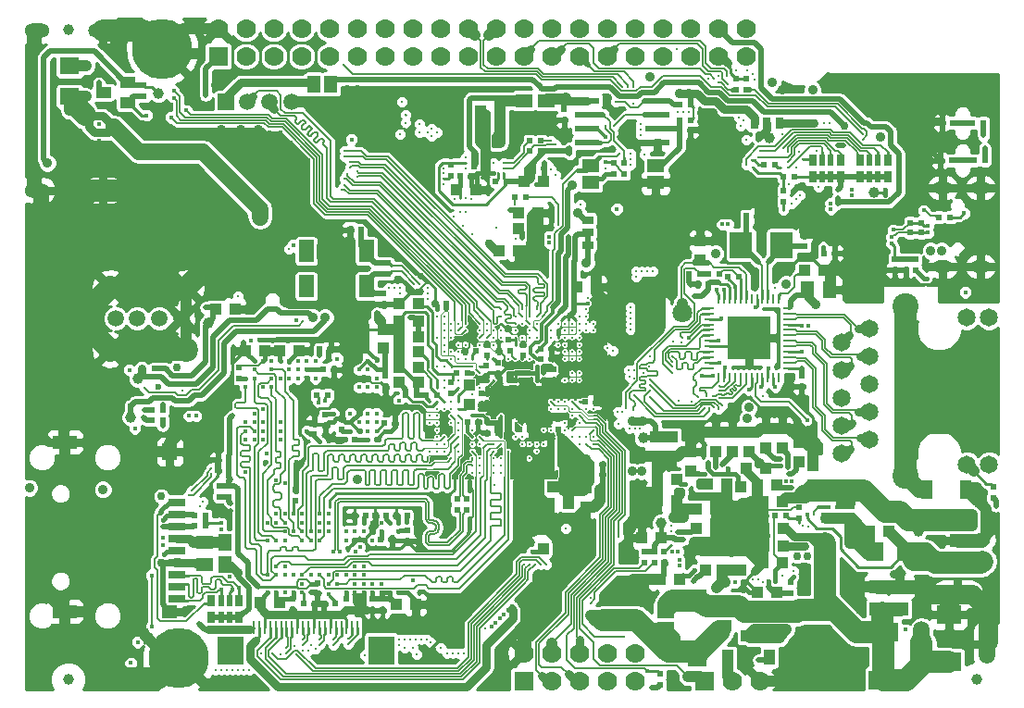
<source format=gbr>
%TF.GenerationSoftware,KiCad,Pcbnew,no-vcs-found-f3908bd~61~ubuntu16.04.1*%
%TF.CreationDate,2017-11-15T13:54:22+02:00*%
%TF.ProjectId,A64-OlinuXino_Rev_E,4136342D4F6C696E7558696E6F5F5265,D*%
%TF.SameCoordinates,Original*%
%TF.FileFunction,Copper,L6,Bot,Mixed*%
%TF.FilePolarity,Positive*%
%FSLAX46Y46*%
G04 Gerber Fmt 4.6, Leading zero omitted, Abs format (unit mm)*
G04 Created by KiCad (PCBNEW no-vcs-found-f3908bd~61~ubuntu16.04.1) date Wed Nov 15 13:54:22 2017*
%MOMM*%
%LPD*%
G01*
G04 APERTURE LIST*
%TA.AperFunction,EtchedComponent*%
%ADD10C,0.508000*%
%TD*%
%TA.AperFunction,EtchedComponent*%
%ADD11C,0.254000*%
%TD*%
%TA.AperFunction,SMDPad,CuDef*%
%ADD12R,1.016000X1.016000*%
%TD*%
%TA.AperFunction,SMDPad,CuDef*%
%ADD13R,2.200000X0.600000*%
%TD*%
%TA.AperFunction,Conductor*%
%ADD14R,1.600000X0.700000*%
%TD*%
%TA.AperFunction,SMDPad,CuDef*%
%ADD15R,1.400000X1.200000*%
%TD*%
%TA.AperFunction,SMDPad,CuDef*%
%ADD16R,1.400000X1.600000*%
%TD*%
%TA.AperFunction,SMDPad,CuDef*%
%ADD17R,2.200000X1.200000*%
%TD*%
%TA.AperFunction,ComponentPad*%
%ADD18C,2.400000*%
%TD*%
%TA.AperFunction,ComponentPad*%
%ADD19C,1.650000*%
%TD*%
%TA.AperFunction,ComponentPad*%
%ADD20O,1.800000X1.200000*%
%TD*%
%TA.AperFunction,SMDPad,CuDef*%
%ADD21R,2.400000X2.600000*%
%TD*%
%TA.AperFunction,SMDPad,CuDef*%
%ADD22R,0.250000X1.300000*%
%TD*%
%TA.AperFunction,ComponentPad*%
%ADD23R,1.422400X1.422400*%
%TD*%
%TA.AperFunction,SMDPad,CuDef*%
%ADD24R,4.000000X4.000000*%
%TD*%
%TA.AperFunction,SMDPad,CuDef*%
%ADD25R,0.250000X0.900000*%
%TD*%
%TA.AperFunction,SMDPad,CuDef*%
%ADD26R,0.900000X0.250000*%
%TD*%
%TA.AperFunction,SMDPad,CuDef*%
%ADD27R,1.400000X2.000000*%
%TD*%
%TA.AperFunction,ConnectorPad*%
%ADD28C,1.000000*%
%TD*%
%TA.AperFunction,ComponentPad*%
%ADD29O,2.300000X1.300000*%
%TD*%
%TA.AperFunction,ComponentPad*%
%ADD30O,2.700000X1.300000*%
%TD*%
%TA.AperFunction,ComponentPad*%
%ADD31R,0.400000X0.400000*%
%TD*%
%TA.AperFunction,ComponentPad*%
%ADD32C,1.500000*%
%TD*%
%TA.AperFunction,ComponentPad*%
%ADD33C,2.200000*%
%TD*%
%TA.AperFunction,ComponentPad*%
%ADD34C,5.500000*%
%TD*%
%TA.AperFunction,SMDPad,CuDef*%
%ADD35R,0.762000X1.016000*%
%TD*%
%TA.AperFunction,SMDPad,CuDef*%
%ADD36R,0.508000X1.016000*%
%TD*%
%TA.AperFunction,SMDPad,CuDef*%
%ADD37R,0.550000X0.500000*%
%TD*%
%TA.AperFunction,SMDPad,CuDef*%
%ADD38R,0.900000X0.350000*%
%TD*%
%TA.AperFunction,SMDPad,CuDef*%
%ADD39R,0.800000X0.950000*%
%TD*%
%TA.AperFunction,SMDPad,CuDef*%
%ADD40R,0.600000X0.350000*%
%TD*%
%TA.AperFunction,SMDPad,CuDef*%
%ADD41R,1.600200X1.168400*%
%TD*%
%TA.AperFunction,SMDPad,CuDef*%
%ADD42R,0.500000X0.550000*%
%TD*%
%TA.AperFunction,SMDPad,CuDef*%
%ADD43R,1.524000X1.270000*%
%TD*%
%TA.AperFunction,SMDPad,CuDef*%
%ADD44R,1.700000X2.000000*%
%TD*%
%TA.AperFunction,SMDPad,CuDef*%
%ADD45R,1.000000X1.400000*%
%TD*%
%TA.AperFunction,SMDPad,CuDef*%
%ADD46R,1.400000X1.000000*%
%TD*%
%TA.AperFunction,SMDPad,CuDef*%
%ADD47R,1.800000X1.600000*%
%TD*%
%TA.AperFunction,SMDPad,CuDef*%
%ADD48R,2.700000X1.800000*%
%TD*%
%TA.AperFunction,SMDPad,CuDef*%
%ADD49R,1.270000X1.524000*%
%TD*%
%TA.AperFunction,SMDPad,CuDef*%
%ADD50R,1.168400X1.600200*%
%TD*%
%TA.AperFunction,SMDPad,CuDef*%
%ADD51R,1.524000X1.778000*%
%TD*%
%TA.AperFunction,SMDPad,CuDef*%
%ADD52R,1.016000X0.762000*%
%TD*%
%TA.AperFunction,SMDPad,CuDef*%
%ADD53R,1.016000X1.778000*%
%TD*%
%TA.AperFunction,BGAPad,CuDef*%
%ADD54C,1.000000*%
%TD*%
%TA.AperFunction,ComponentPad*%
%ADD55R,1.500000X1.500000*%
%TD*%
%TA.AperFunction,ComponentPad*%
%ADD56C,1.778000*%
%TD*%
%TA.AperFunction,ComponentPad*%
%ADD57R,1.778000X1.778000*%
%TD*%
%TA.AperFunction,ComponentPad*%
%ADD58R,1.400000X1.400000*%
%TD*%
%TA.AperFunction,ComponentPad*%
%ADD59C,1.400000*%
%TD*%
%TA.AperFunction,ComponentPad*%
%ADD60R,1.800000X1.800000*%
%TD*%
%TA.AperFunction,ComponentPad*%
%ADD61C,1.800000*%
%TD*%
%TA.AperFunction,ComponentPad*%
%ADD62O,1.500000X3.900000*%
%TD*%
%TA.AperFunction,ComponentPad*%
%ADD63O,1.500000X3.600000*%
%TD*%
%TA.AperFunction,ComponentPad*%
%ADD64O,3.700000X1.500000*%
%TD*%
%TA.AperFunction,SMDPad,CuDef*%
%ADD65R,2.100000X2.400000*%
%TD*%
%TA.AperFunction,SMDPad,CuDef*%
%ADD66R,2.286000X1.778000*%
%TD*%
%TA.AperFunction,ViaPad*%
%ADD67C,0.750000*%
%TD*%
%TA.AperFunction,ViaPad*%
%ADD68C,0.900000*%
%TD*%
%TA.AperFunction,ViaPad*%
%ADD69C,0.450000*%
%TD*%
%TA.AperFunction,ViaPad*%
%ADD70C,0.327000*%
%TD*%
%TA.AperFunction,ViaPad*%
%ADD71C,0.406400*%
%TD*%
%TA.AperFunction,ViaPad*%
%ADD72C,0.600000*%
%TD*%
%TA.AperFunction,Conductor*%
%ADD73C,2.032000*%
%TD*%
%TA.AperFunction,Conductor*%
%ADD74C,1.016000*%
%TD*%
%TA.AperFunction,Conductor*%
%ADD75C,0.762000*%
%TD*%
%TA.AperFunction,Conductor*%
%ADD76C,1.270000*%
%TD*%
%TA.AperFunction,Conductor*%
%ADD77C,0.508000*%
%TD*%
%TA.AperFunction,Conductor*%
%ADD78C,1.524000*%
%TD*%
%TA.AperFunction,Conductor*%
%ADD79C,0.254000*%
%TD*%
%TA.AperFunction,Conductor*%
%ADD80C,0.406400*%
%TD*%
%TA.AperFunction,Conductor*%
%ADD81C,0.127000*%
%TD*%
%TA.AperFunction,Conductor*%
%ADD82C,0.203200*%
%TD*%
%TA.AperFunction,Conductor*%
%ADD83C,0.106600*%
%TD*%
%TA.AperFunction,Conductor*%
%ADD84C,0.711200*%
%TD*%
%TA.AperFunction,Conductor*%
%ADD85C,0.304800*%
%TD*%
%TA.AperFunction,Conductor*%
%ADD86C,1.778000*%
%TD*%
%TA.AperFunction,Conductor*%
%ADD87C,0.355600*%
%TD*%
%TA.AperFunction,Conductor*%
%ADD88C,0.300000*%
%TD*%
G04 APERTURE END LIST*
D10*
%TO.C,3.3V/VCC-PE:2.8V1*%
X151892000Y-58801000D02*
X151892000Y-57658000D01*
D11*
%TO.C,R86*%
X182372000Y-56769000D02*
X181356000Y-56769000D01*
%TO.C,R87*%
X182372000Y-57658000D02*
X181356000Y-57658000D01*
%TO.C,R36*%
X131445000Y-66548000D02*
X133223000Y-66548000D01*
%TD*%
D12*
%TO.P,C162,1*%
%TO.N,GND*%
X161290000Y-77724000D03*
%TO.P,C162,2*%
%TO.N,/Power Supply\002C Extensions and MiPi-DSI/3.3V_MIPI*%
X161290000Y-79502000D03*
%TD*%
D13*
%TO.P,U12,1*%
%TO.N,SPI0_CS*%
X158302000Y-45593000D03*
%TO.P,U12,2*%
%TO.N,SPI0_MISO*%
X158302000Y-46863000D03*
%TO.P,U12,3*%
%TO.N,Net-(R55-Pad1)*%
X158302000Y-48133000D03*
%TO.P,U12,4*%
%TO.N,GND*%
X158302000Y-49403000D03*
%TO.P,U12,5*%
%TO.N,SPI0_MOSI*%
X151832000Y-49403000D03*
%TO.P,U12,6*%
%TO.N,SPI0_CLK*%
X151832000Y-48133000D03*
%TO.P,U12,7*%
%TO.N,Net-(R57-Pad1)*%
X151832000Y-46863000D03*
%TO.P,U12,8*%
%TO.N,+3V3*%
X151832000Y-45593000D03*
%TD*%
D14*
%TO.N,/NAND Flash \002C eMMC\002C T-Card and Audio/SDC0-D2*%
%TO.C,MICRO_SD1*%
X114315000Y-82332000D03*
%TO.N,/NAND Flash \002C eMMC\002C T-Card and Audio/SDC0-D3*%
X114315000Y-83432000D03*
%TO.N,/NAND Flash \002C eMMC\002C T-Card and Audio/SDC0-CMD*%
X114315000Y-84532000D03*
%TO.N,Net-(C64-Pad1)*%
X114315000Y-85632000D03*
%TO.N,Net-(MICRO_SD1-Pad5)*%
X114315000Y-86732000D03*
%TO.N,GND*%
X114315000Y-87832000D03*
%TO.N,/NAND Flash \002C eMMC\002C T-Card and Audio/SDC0-D0*%
X114315000Y-88932000D03*
%TO.N,/NAND Flash \002C eMMC\002C T-Card and Audio/SDC0-D1*%
X114315000Y-90032000D03*
%TO.N,/NAND Flash \002C eMMC\002C T-Card and Audio/SDC0-DET#*%
X114315000Y-91132000D03*
D15*
%TD*%
%TO.P,MICRO_SD1,10*%
%TO.N,GND*%
X113685000Y-92332000D03*
D16*
%TO.P,MICRO_SD1,11*%
%TO.N,GND*%
X113685000Y-77732000D03*
D17*
%TO.P,MICRO_SD1,12*%
X104085000Y-92332000D03*
%TO.P,MICRO_SD1,13*%
X104085000Y-76832000D03*
%TD*%
D18*
%TO.P,LAN1,SH2*%
%TO.N,Net-(C196-Pad2)*%
X180975000Y-79883000D03*
%TO.P,LAN1,SH1*%
X180975000Y-64389000D03*
D19*
%TO.P,LAN1,14*%
%TO.N,/USB&HDMI\002CWiFi&BT\002CEthernet\002CLCD/PHYAD0*%
X188595000Y-78867000D03*
%TO.P,LAN1,13*%
%TO.N,/USB&HDMI\002CWiFi&BT\002CEthernet\002CLCD/VDD33*%
X186563000Y-78867000D03*
%TO.P,LAN1,12*%
%TO.N,/USB&HDMI\002CWiFi&BT\002CEthernet\002CLCD/PHYAD1*%
X188595000Y-65405000D03*
%TO.P,LAN1,11*%
%TO.N,/USB&HDMI\002CWiFi&BT\002CEthernet\002CLCD/VDD33*%
X186563000Y-65405000D03*
%TO.P,LAN1,10*%
%TO.N,/USB&HDMI\002CWiFi&BT\002CEthernet\002CLCD/MDI[3]-*%
X175133000Y-77851000D03*
%TO.P,LAN1,9*%
%TO.N,/USB&HDMI\002CWiFi&BT\002CEthernet\002CLCD/MDI[3]+*%
X177673000Y-76581000D03*
%TO.P,LAN1,8*%
%TO.N,/USB&HDMI\002CWiFi&BT\002CEthernet\002CLCD/MDI[2]-*%
X175133000Y-75311000D03*
%TO.P,LAN1,7*%
%TO.N,/USB&HDMI\002CWiFi&BT\002CEthernet\002CLCD/MDI[2]+*%
X177673000Y-74041000D03*
%TO.P,LAN1,6*%
%TO.N,Net-(C200-Pad2)*%
X175133000Y-72771000D03*
%TO.P,LAN1,5*%
%TO.N,Net-(C199-Pad2)*%
X177673000Y-71501000D03*
%TO.P,LAN1,4*%
%TO.N,/USB&HDMI\002CWiFi&BT\002CEthernet\002CLCD/MDI[1]-*%
X175133000Y-70231000D03*
%TO.P,LAN1,3*%
%TO.N,/USB&HDMI\002CWiFi&BT\002CEthernet\002CLCD/MDI[1]+*%
X177673000Y-68961000D03*
%TO.P,LAN1,2*%
%TO.N,/USB&HDMI\002CWiFi&BT\002CEthernet\002CLCD/MDI[0]-*%
X175133000Y-67691000D03*
%TO.P,LAN1,1*%
%TO.N,/USB&HDMI\002CWiFi&BT\002CEthernet\002CLCD/MDI[0]+*%
X177673000Y-66421000D03*
%TD*%
D20*
%TO.P,USB-OTG1,0*%
%TO.N,GND*%
X187842000Y-53550000D03*
X184372000Y-53550000D03*
X184372000Y-60750000D03*
X187842000Y-60750000D03*
%TD*%
D21*
%TO.P,MIPI-DSI1,0*%
%TO.N,N/C*%
X133011000Y-95870000D03*
X119211000Y-95870000D03*
D22*
%TO.P,MIPI-DSI1,20*%
%TO.N,/Power Supply\002C Extensions and MiPi-DSI/DSI-CKP*%
X130861000Y-93770000D03*
%TO.P,MIPI-DSI1,19*%
%TO.N,/Power Supply\002C Extensions and MiPi-DSI/DSI-CKN*%
X130361000Y-93770000D03*
%TO.P,MIPI-DSI1,18*%
%TO.N,GND*%
X129861000Y-93770000D03*
%TO.P,MIPI-DSI1,17*%
%TO.N,/Power Supply\002C Extensions and MiPi-DSI/DSI-D3P*%
X129361000Y-93770000D03*
%TO.P,MIPI-DSI1,16*%
%TO.N,/Power Supply\002C Extensions and MiPi-DSI/DSI-D3N*%
X128861000Y-93770000D03*
%TO.P,MIPI-DSI1,15*%
%TO.N,GND*%
X128361000Y-93770000D03*
%TO.P,MIPI-DSI1,14*%
%TO.N,/Power Supply\002C Extensions and MiPi-DSI/DSI-D2P*%
X127861000Y-93770000D03*
%TO.P,MIPI-DSI1,13*%
%TO.N,/Power Supply\002C Extensions and MiPi-DSI/DSI-D2N*%
X127361000Y-93770000D03*
%TO.P,MIPI-DSI1,12*%
%TO.N,GND*%
X126861000Y-93770000D03*
%TO.P,MIPI-DSI1,11*%
%TO.N,/Power Supply\002C Extensions and MiPi-DSI/DSI-D1P*%
X126361000Y-93770000D03*
%TO.P,MIPI-DSI1,10*%
%TO.N,/Power Supply\002C Extensions and MiPi-DSI/DSI-D1N*%
X125861000Y-93770000D03*
%TO.P,MIPI-DSI1,9*%
%TO.N,GND*%
X125361000Y-93770000D03*
%TO.P,MIPI-DSI1,8*%
%TO.N,/Power Supply\002C Extensions and MiPi-DSI/DSI-D0P*%
X124861000Y-93770000D03*
%TO.P,MIPI-DSI1,7*%
%TO.N,/Power Supply\002C Extensions and MiPi-DSI/DSI-D0N*%
X124361000Y-93770000D03*
%TO.P,MIPI-DSI1,6*%
%TO.N,/Power Supply\002C Extensions and MiPi-DSI/MIPI-DSI-BKL*%
X123861000Y-93770000D03*
%TO.P,MIPI-DSI1,5*%
%TO.N,/Power Supply\002C Extensions and MiPi-DSI/MIPI-DSI-EN*%
X123361000Y-93770000D03*
%TO.P,MIPI-DSI1,4*%
%TO.N,/Power Supply\002C Extensions and MiPi-DSI/MIPI-DSI-RST*%
X122861000Y-93770000D03*
%TO.P,MIPI-DSI1,3*%
%TO.N,GND*%
X122361000Y-93770000D03*
%TO.P,MIPI-DSI1,2*%
%TO.N,/Power Supply\002C Extensions and MiPi-DSI/3.3V_MIPI*%
X121861000Y-93770000D03*
%TO.P,MIPI-DSI1,1*%
%TO.N,+5V*%
X121361000Y-93770000D03*
%TD*%
D23*
%TO.P,U15,49*%
%TO.N,GND*%
X166624000Y-67310000D03*
D24*
X166624000Y-67310000D03*
D25*
%TO.P,U15,48*%
%TO.N,Net-(R115-Pad1)*%
X169374000Y-63710000D03*
%TO.P,U15,47*%
%TO.N,Net-(U15-Pad47)*%
X168874000Y-63710000D03*
%TO.P,U15,46*%
%TO.N,Net-(C212-Pad2)*%
X168374000Y-63710000D03*
%TO.P,U15,45*%
%TO.N,Net-(C213-Pad2)*%
X167874000Y-63710000D03*
%TO.P,U15,44*%
%TO.N,Net-(C207-Pad2)*%
X167374000Y-63710000D03*
%TO.P,U15,43*%
%TO.N,Net-(U15-Pad43)*%
X166874000Y-63710000D03*
%TO.P,U15,42*%
%TO.N,Net-(C211-Pad2)*%
X166374000Y-63710000D03*
%TO.P,U15,41*%
%TO.N,Net-(R109-Pad2)*%
X165874000Y-63710000D03*
%TO.P,U15,40*%
%TO.N,/USB&HDMI\002CWiFi&BT\002CEthernet\002CLCD/VDD33*%
X165374000Y-63710000D03*
%TO.P,U15,39*%
%TO.N,Net-(C204-Pad2)*%
X164874000Y-63710000D03*
%TO.P,U15,38*%
%TO.N,Net-(R119-Pad1)*%
X164374000Y-63710000D03*
%TO.P,U15,37*%
%TO.N,/USB&HDMI\002CWiFi&BT\002CEthernet\002CLCD/GMDIO/LCD_PWR*%
X163874000Y-63710000D03*
D26*
%TO.P,U15,36*%
%TO.N,/USB&HDMI\002CWiFi&BT\002CEthernet\002CLCD/GMDC/LCD-PWM*%
X163024000Y-64560000D03*
%TO.P,U15,35*%
%TO.N,Net-(R100-Pad2)*%
X163024000Y-65060000D03*
%TO.P,U15,34*%
%TO.N,/USB&HDMI\002CWiFi&BT\002CEthernet\002CLCD/VDD33*%
X163024000Y-65560000D03*
%TO.P,U15,33*%
%TO.N,Net-(R105-Pad2)*%
X163024000Y-66060000D03*
%TO.P,U15,32*%
%TO.N,Net-(RM15-Pad1.1)*%
X163024000Y-66560000D03*
%TO.P,U15,31*%
%TO.N,Net-(RM15-Pad2.1)*%
X163024000Y-67060000D03*
%TO.P,U15,30*%
%TO.N,Net-(C204-Pad2)*%
X163024000Y-67560000D03*
%TO.P,U15,29*%
%TO.N,GND*%
X163024000Y-68060000D03*
%TO.P,U15,28*%
%TO.N,Net-(RM15-Pad3.1)*%
X163024000Y-68560000D03*
%TO.P,U15,27*%
%TO.N,Net-(RM15-Pad4.1)*%
X163024000Y-69060000D03*
%TO.P,U15,26*%
%TO.N,Net-(C204-Pad2)*%
X163024000Y-69560000D03*
%TO.P,U15,25*%
%TO.N,Net-(R72-Pad2)*%
X163024000Y-70060000D03*
D25*
%TO.P,U15,24*%
%TO.N,Net-(L9-Pad2)*%
X163874000Y-70910000D03*
%TO.P,U15,23*%
%TO.N,Net-(C204-Pad2)*%
X164374000Y-70910000D03*
%TO.P,U15,22*%
%TO.N,Net-(RM1-Pad4.1)*%
X164874000Y-70910000D03*
%TO.P,U15,21*%
%TO.N,Net-(RM1-Pad3.1)*%
X165374000Y-70910000D03*
%TO.P,U15,20*%
%TO.N,Net-(RM1-Pad1.1)*%
X165874000Y-70910000D03*
%TO.P,U15,19*%
%TO.N,Net-(RM1-Pad2.1)*%
X166374000Y-70910000D03*
%TO.P,U15,18*%
%TO.N,Net-(C204-Pad2)*%
X166874000Y-70910000D03*
%TO.P,U15,17*%
%TO.N,Net-(R111-Pad2)*%
X167374000Y-70910000D03*
%TO.P,U15,16*%
%TO.N,/USB&HDMI\002CWiFi&BT\002CEthernet\002CLCD/VDD33*%
X167874000Y-70910000D03*
%TO.P,U15,15*%
%TO.N,Net-(R113-Pad2)*%
X168374000Y-70910000D03*
%TO.P,U15,14*%
%TO.N,Net-(C204-Pad2)*%
X168874000Y-70910000D03*
%TO.P,U15,13*%
%TO.N,Net-(U15-Pad13)*%
X169374000Y-70910000D03*
D26*
%TO.P,U15,12*%
%TO.N,/USB&HDMI\002CWiFi&BT\002CEthernet\002CLCD/VDD33*%
X170224000Y-70060000D03*
%TO.P,U15,11*%
%TO.N,/USB&HDMI\002CWiFi&BT\002CEthernet\002CLCD/MDI[3]-*%
X170224000Y-69560000D03*
%TO.P,U15,10*%
%TO.N,/USB&HDMI\002CWiFi&BT\002CEthernet\002CLCD/MDI[3]+*%
X170224000Y-69060000D03*
%TO.P,U15,9*%
%TO.N,Net-(C207-Pad2)*%
X170224000Y-68560000D03*
%TO.P,U15,8*%
%TO.N,/USB&HDMI\002CWiFi&BT\002CEthernet\002CLCD/MDI[2]-*%
X170224000Y-68060000D03*
%TO.P,U15,7*%
%TO.N,/USB&HDMI\002CWiFi&BT\002CEthernet\002CLCD/MDI[2]+*%
X170224000Y-67560000D03*
%TO.P,U15,6*%
%TO.N,/USB&HDMI\002CWiFi&BT\002CEthernet\002CLCD/MDI[1]-*%
X170224000Y-67060000D03*
%TO.P,U15,5*%
%TO.N,/USB&HDMI\002CWiFi&BT\002CEthernet\002CLCD/MDI[1]+*%
X170224000Y-66560000D03*
%TO.P,U15,4*%
%TO.N,Net-(C207-Pad2)*%
X170224000Y-66060000D03*
%TO.P,U15,3*%
%TO.N,/USB&HDMI\002CWiFi&BT\002CEthernet\002CLCD/MDI[0]-*%
X170224000Y-65560000D03*
%TO.P,U15,2*%
%TO.N,/USB&HDMI\002CWiFi&BT\002CEthernet\002CLCD/MDI[0]+*%
X170224000Y-65060000D03*
%TO.P,U15,1*%
%TO.N,/USB&HDMI\002CWiFi&BT\002CEthernet\002CLCD/VDD33*%
X170224000Y-64560000D03*
%TD*%
D27*
%TO.P,Q2,4*%
%TO.N,N/C*%
X126155000Y-59360000D03*
%TO.P,Q2,3*%
X126155000Y-62560000D03*
%TO.P,Q2,2*%
%TO.N,Net-(C184-Pad1)*%
X131655000Y-62560000D03*
%TO.P,Q2,1*%
%TO.N,Net-(C183-Pad1)*%
X131655000Y-59360000D03*
%TD*%
D28*
%TO.P,,Fid1*%
%TO.N,N/C*%
X104394000Y-39116000D03*
%TD*%
%TO.P,,Fid1*%
%TO.N,N/C*%
X104394000Y-98552000D03*
%TD*%
%TO.P,,Fid1*%
%TO.N,N/C*%
X187452000Y-98552000D03*
%TD*%
D29*
%TO.P,HDMI1,0*%
%TO.N,GND*%
X101547000Y-39182000D03*
X101547000Y-53782000D03*
D30*
X107597000Y-53782000D03*
X107597000Y-39182000D03*
%TD*%
D31*
%TO.P,U14,69*%
%TO.N,GND*%
X168062000Y-85445500D03*
X167362000Y-85445500D03*
X166662000Y-85445500D03*
X166662000Y-86145500D03*
X166662000Y-86845500D03*
X165062000Y-86845500D03*
X165062000Y-86145500D03*
X165062000Y-85445500D03*
X164362000Y-85445500D03*
X163662000Y-85445500D03*
X163662000Y-83845500D03*
X164362000Y-83845500D03*
X165062000Y-83845500D03*
X165062000Y-83145500D03*
X165062000Y-82445500D03*
X166662000Y-82445500D03*
X166662000Y-83145500D03*
X166662000Y-83845500D03*
X167362000Y-83845500D03*
X168062000Y-83845500D03*
D23*
X165862000Y-84645500D03*
%TD*%
D32*
%TO.P,USB1,4*%
%TO.N,GND*%
X114712000Y-65532000D03*
%TO.P,USB1,3*%
%TO.N,/USB&HDMI\002CWiFi&BT\002CEthernet\002CLCD/USB1-DP*%
X112712000Y-65532000D03*
%TO.P,USB1,2*%
%TO.N,/USB&HDMI\002CWiFi&BT\002CEthernet\002CLCD/USB1-DM*%
X110712000Y-65532000D03*
%TO.P,USB1,1*%
%TO.N,Net-(C74-Pad1)*%
X108712000Y-65532000D03*
D33*
%TO.P,USB1,0*%
%TO.N,GND*%
X108212000Y-68382000D03*
X108212000Y-62682000D03*
X115212000Y-68382000D03*
X115212000Y-62682000D03*
%TD*%
D34*
%TO.P,Mounting_hole1,0*%
%TO.N,GND*%
X172800000Y-96600000D03*
%TD*%
D35*
%TO.P,RM9,1.2*%
%TO.N,/USB&HDMI\002CWiFi&BT\002CEthernet\002CLCD/WL-SDIO-D0*%
X179324000Y-51054000D03*
%TO.P,RM9,1.1*%
%TO.N,+3.3VWiFiIO*%
X179324000Y-52578000D03*
%TO.P,RM9,4.2*%
%TO.N,/USB&HDMI\002CWiFi&BT\002CEthernet\002CLCD/WL-PMU-EN*%
X176784000Y-51054000D03*
%TO.P,RM9,4.1*%
%TO.N,+3.3VWiFiIO*%
X176784000Y-52578000D03*
D36*
%TO.P,RM9,2.2*%
%TO.N,/USB&HDMI\002CWiFi&BT\002CEthernet\002CLCD/WL-SDIO-D3*%
X178435000Y-51054000D03*
%TO.P,RM9,3.2*%
%TO.N,/USB&HDMI\002CWiFi&BT\002CEthernet\002CLCD/WL-SDIO-D2*%
X177673000Y-51054000D03*
%TO.P,RM9,2.1*%
%TO.N,+3.3VWiFiIO*%
X178435000Y-52578000D03*
%TO.P,RM9,3.1*%
X177673000Y-52578000D03*
%TD*%
D37*
%TO.P,R93,1*%
%TO.N,Net-(C183-Pad1)*%
X133604000Y-60452000D03*
%TO.P,R93,2*%
%TO.N,Net-(C184-Pad1)*%
X133604000Y-61468000D03*
%TD*%
%TO.P,R46,1*%
%TO.N,+3.3VD*%
X111252000Y-44196000D03*
%TO.P,R46,2*%
%TO.N,/USB&HDMI\002CWiFi&BT\002CEthernet\002CLCD/HCEC*%
X111252000Y-45212000D03*
%TD*%
D38*
%TO.P,T1,1*%
%TO.N,Net-(C135-Pad1)*%
X173652000Y-84089000D03*
%TO.P,T1,2*%
X173652000Y-83439000D03*
%TO.P,T1,3*%
%TO.N,Net-(T1-Pad3)*%
X173652000Y-82789000D03*
%TO.P,T1,4*%
%TO.N,IPS*%
X175852000Y-82789000D03*
%TO.P,T1,5*%
%TO.N,Net-(C135-Pad1)*%
X175852000Y-83439000D03*
%TO.P,T1,6*%
X175852000Y-84089000D03*
D39*
%TO.P,T1,7*%
X174752000Y-83789000D03*
D40*
%TO.P,T1,8*%
%TO.N,IPS*%
X174752000Y-82789000D03*
%TD*%
D41*
%TO.P,5V_E1,1*%
%TO.N,+5V_EXT*%
X159004000Y-92329000D03*
X159004000Y-92329000D03*
%TO.P,5V_E1,2*%
%TO.N,+5V*%
X159004000Y-93853000D03*
%TD*%
D37*
%TO.P,C1,1*%
%TO.N,+1.5V*%
X135400000Y-84892000D03*
%TO.P,C1,2*%
%TO.N,GND*%
X135400000Y-85908000D03*
%TD*%
D42*
%TO.P,C2,1*%
%TO.N,+1.5V*%
X135382000Y-83566000D03*
%TO.P,C2,2*%
%TO.N,GND*%
X134366000Y-83566000D03*
%TD*%
%TO.P,C3,1*%
%TO.N,+1.5V*%
X133477000Y-83566000D03*
%TO.P,C3,2*%
%TO.N,GND*%
X132461000Y-83566000D03*
%TD*%
%TO.P,C4,1*%
%TO.N,+1.5V*%
X131572000Y-83566000D03*
%TO.P,C4,2*%
%TO.N,GND*%
X130556000Y-83566000D03*
%TD*%
D12*
%TO.P,C5,1*%
%TO.N,+1.5V*%
X134366000Y-91694000D03*
%TO.P,C5,2*%
%TO.N,GND*%
X136144000Y-91694000D03*
%TD*%
D37*
%TO.P,C6,1*%
%TO.N,+1.5V*%
X129800000Y-91192000D03*
%TO.P,C6,2*%
%TO.N,GND*%
X129800000Y-92208000D03*
%TD*%
%TO.P,C7,1*%
%TO.N,+1.5V*%
X124900000Y-91192000D03*
%TO.P,C7,2*%
%TO.N,GND*%
X124900000Y-92208000D03*
%TD*%
%TO.P,C8,1*%
%TO.N,+1.5V*%
X125200000Y-82208000D03*
%TO.P,C8,2*%
%TO.N,GND*%
X125200000Y-81192000D03*
%TD*%
%TO.P,C9,1*%
%TO.N,+1.5V*%
X129413000Y-75692000D03*
%TO.P,C9,2*%
%TO.N,GND*%
X129413000Y-74676000D03*
%TD*%
D12*
%TO.P,C10,1*%
%TO.N,+1.5V*%
X123711000Y-68500000D03*
%TO.P,C10,2*%
%TO.N,GND*%
X125489000Y-68500000D03*
%TD*%
D37*
%TO.P,C11,1*%
%TO.N,+1.5V*%
X119100000Y-81808000D03*
%TO.P,C11,2*%
%TO.N,/VREF0_DDR3*%
X119100000Y-80792000D03*
%TD*%
D42*
%TO.P,C12,1*%
%TO.N,+1.5V*%
X132992000Y-85700000D03*
%TO.P,C12,2*%
%TO.N,GND*%
X134008000Y-85700000D03*
%TD*%
D37*
%TO.P,C13,1*%
%TO.N,+1.5V*%
X133096000Y-91186000D03*
%TO.P,C13,2*%
%TO.N,GND*%
X133096000Y-92202000D03*
%TD*%
%TO.P,C14,1*%
%TO.N,+1.5V*%
X132207000Y-91186000D03*
%TO.P,C14,2*%
%TO.N,GND*%
X132207000Y-92202000D03*
%TD*%
%TO.P,C15,1*%
%TO.N,+1.5V*%
X133400000Y-70792000D03*
%TO.P,C15,2*%
%TO.N,GND*%
X133400000Y-71808000D03*
%TD*%
D12*
%TO.P,C16,1*%
%TO.N,+1.5V*%
X123689000Y-91500000D03*
%TO.P,C16,2*%
%TO.N,GND*%
X121911000Y-91500000D03*
%TD*%
D42*
%TO.P,C17,1*%
%TO.N,+1.5V*%
X143592000Y-75100000D03*
%TO.P,C17,2*%
%TO.N,GND*%
X144608000Y-75100000D03*
%TD*%
%TO.P,C18,1*%
%TO.N,+1.5V*%
X145692000Y-75700000D03*
%TO.P,C18,2*%
%TO.N,GND*%
X146708000Y-75700000D03*
%TD*%
%TO.P,C19,1*%
%TO.N,+1.5V*%
X130556000Y-76581000D03*
%TO.P,C19,2*%
%TO.N,GND*%
X129540000Y-76581000D03*
%TD*%
%TO.P,C20,1*%
%TO.N,+1.5V*%
X127692000Y-70200000D03*
%TO.P,C20,2*%
%TO.N,GND*%
X128708000Y-70200000D03*
%TD*%
D12*
%TO.P,C21,1*%
%TO.N,+1.5V*%
X133223000Y-68199000D03*
%TO.P,C21,2*%
%TO.N,GND*%
X131445000Y-68199000D03*
%TD*%
D42*
%TO.P,C22,1*%
%TO.N,GND*%
X141908000Y-75000000D03*
%TO.P,C22,2*%
%TO.N,/S0SVREF*%
X140892000Y-75000000D03*
%TD*%
%TO.P,C23,1*%
%TO.N,/VREF0_DDR3*%
X119108000Y-78500000D03*
%TO.P,C23,2*%
%TO.N,GND*%
X118092000Y-78500000D03*
%TD*%
D37*
%TO.P,C24,1*%
%TO.N,/VREF0_DDR3*%
X127200000Y-89692000D03*
%TO.P,C24,2*%
%TO.N,GND*%
X127200000Y-90708000D03*
%TD*%
D42*
%TO.P,C25,1*%
%TO.N,/VREF0_DDR3*%
X127392000Y-68300000D03*
%TO.P,C25,2*%
%TO.N,GND*%
X128408000Y-68300000D03*
%TD*%
D12*
%TO.P,C26,1*%
%TO.N,+1.5V*%
X122389000Y-68500000D03*
%TO.P,C26,2*%
%TO.N,GND*%
X120611000Y-68500000D03*
%TD*%
%TO.P,C27,1*%
%TO.N,+1.5V*%
X147828000Y-86614000D03*
%TO.P,C27,2*%
%TO.N,GND*%
X147828000Y-84836000D03*
%TD*%
D37*
%TO.P,C28,1*%
%TO.N,+1.5V*%
X127900000Y-74292000D03*
%TO.P,C28,2*%
%TO.N,GND*%
X127900000Y-75308000D03*
%TD*%
D42*
%TO.P,C29,1*%
%TO.N,+1.5V*%
X143708000Y-76000000D03*
%TO.P,C29,2*%
%TO.N,GND*%
X142692000Y-76000000D03*
%TD*%
%TO.P,C30,1*%
%TO.N,+1.5V*%
X133292000Y-75100000D03*
%TO.P,C30,2*%
%TO.N,GND*%
X134308000Y-75100000D03*
%TD*%
D37*
%TO.P,C31,1*%
%TO.N,+1.5V*%
X126900000Y-76108000D03*
%TO.P,C31,2*%
%TO.N,GND*%
X126900000Y-75092000D03*
%TD*%
D42*
%TO.P,C34,1*%
%TO.N,GND*%
X148608000Y-69200000D03*
%TO.P,C34,2*%
%TO.N,VCC-PC*%
X147592000Y-69200000D03*
%TD*%
%TO.P,C35,2*%
%TO.N,VCC-PC*%
X146892000Y-51750000D03*
%TO.P,C35,1*%
%TO.N,GND*%
X147908000Y-51750000D03*
%TD*%
D12*
%TO.P,C36,2*%
%TO.N,VCC-PC*%
X146113500Y-52959000D03*
%TO.P,C36,1*%
%TO.N,GND*%
X147891500Y-52959000D03*
%TD*%
D42*
%TO.P,C37,1*%
%TO.N,GND*%
X141258000Y-52500000D03*
%TO.P,C37,2*%
%TO.N,Net-(C37-Pad2)*%
X140242000Y-52500000D03*
%TD*%
D12*
%TO.P,C38,1*%
%TO.N,GND*%
X141639000Y-53750000D03*
%TO.P,C38,2*%
%TO.N,Net-(C37-Pad2)*%
X139861000Y-53750000D03*
%TD*%
%TO.P,C42,1*%
%TO.N,Net-(C42-Pad1)*%
X143889000Y-46500000D03*
%TO.P,C42,2*%
%TO.N,GND*%
X142111000Y-46500000D03*
%TD*%
%TO.P,C43,1*%
%TO.N,Net-(C42-Pad1)*%
X143889000Y-48050000D03*
%TO.P,C43,2*%
%TO.N,GND*%
X142111000Y-48050000D03*
%TD*%
D42*
%TO.P,C44,1*%
%TO.N,Net-(C42-Pad1)*%
X141492000Y-51650000D03*
%TO.P,C44,2*%
%TO.N,GND*%
X142508000Y-51650000D03*
%TD*%
%TO.P,C46,1*%
%TO.N,+3.0VA*%
X140908000Y-70500000D03*
%TO.P,C46,2*%
%TO.N,GNDA*%
X139892000Y-70500000D03*
%TD*%
D37*
%TO.P,C50,1*%
%TO.N,GNDA*%
X139425000Y-71317000D03*
%TO.P,C50,2*%
%TO.N,+1V8*%
X139425000Y-72333000D03*
%TD*%
D42*
%TO.P,C51,1*%
%TO.N,Net-(C51-Pad1)*%
X138108000Y-72500000D03*
%TO.P,C51,2*%
%TO.N,GNDA*%
X137092000Y-72500000D03*
%TD*%
D12*
%TO.P,C53,1*%
%TO.N,Net-(C51-Pad1)*%
X136398000Y-69977000D03*
%TO.P,C53,2*%
%TO.N,GNDA*%
X134620000Y-69977000D03*
%TD*%
%TO.P,C54,1*%
%TO.N,GNDA*%
X134620000Y-65786000D03*
%TO.P,C54,2*%
%TO.N,Net-(C54-Pad2)*%
X136398000Y-65786000D03*
%TD*%
%TO.P,C55,1*%
%TO.N,Net-(C55-Pad1)*%
X136398000Y-68580000D03*
%TO.P,C55,2*%
%TO.N,GNDA*%
X134620000Y-68580000D03*
%TD*%
%TO.P,C56,1*%
%TO.N,GNDA*%
X134620000Y-67183000D03*
%TO.P,C56,2*%
%TO.N,Net-(C54-Pad2)*%
X136398000Y-67183000D03*
%TD*%
%TO.P,C59,1*%
%TO.N,Net-(C59-Pad1)*%
X134620000Y-71374000D03*
%TO.P,C59,2*%
%TO.N,GNDA*%
X136398000Y-71374000D03*
%TD*%
%TO.P,C61,1*%
%TO.N,Net-(C61-Pad1)*%
X141050000Y-71586000D03*
%TO.P,C61,2*%
%TO.N,Net-(C61-Pad2)*%
X141050000Y-73364000D03*
%TD*%
D43*
%TO.P,C64,1*%
%TO.N,Net-(C64-Pad1)*%
X116840000Y-85979000D03*
%TO.P,C64,2*%
%TO.N,GND*%
X116840000Y-88011000D03*
%TD*%
D37*
%TO.P,C72,1*%
%TO.N,GND*%
X179959000Y-61087000D03*
%TO.P,C72,2*%
%TO.N,/USB&HDMI\002CWiFi&BT\002CEthernet\002CLCD/USB0-VBUSDET*%
X179959000Y-60071000D03*
%TD*%
%TO.P,C73,1*%
%TO.N,GND*%
X144625000Y-66442000D03*
%TO.P,C73,2*%
%TO.N,+3V3*%
X144625000Y-67458000D03*
%TD*%
D42*
%TO.P,C79,1*%
%TO.N,GND*%
X143792000Y-68500000D03*
%TO.P,C79,2*%
%TO.N,+3.3VD*%
X144808000Y-68500000D03*
%TD*%
D37*
%TO.P,C80,1*%
%TO.N,+3V3*%
X147900000Y-70192000D03*
%TO.P,C80,2*%
%TO.N,GND*%
X147900000Y-71208000D03*
%TD*%
%TO.P,C109,1*%
%TO.N,VCC-PL*%
X142700000Y-68908000D03*
%TO.P,C109,2*%
%TO.N,GND*%
X142700000Y-67892000D03*
%TD*%
D42*
%TO.P,C110,1*%
%TO.N,GND*%
X148608000Y-68300000D03*
%TO.P,C110,2*%
%TO.N,+3.3VWiFiIO*%
X147592000Y-68300000D03*
%TD*%
D37*
%TO.P,C115,1*%
%TO.N,GND*%
X148800000Y-71208000D03*
%TO.P,C115,2*%
%TO.N,+3V3*%
X148800000Y-70192000D03*
%TD*%
D12*
%TO.P,C116,1*%
%TO.N,GND*%
X145542000Y-59309000D03*
%TO.P,C116,2*%
%TO.N,+3V3*%
X143764000Y-59309000D03*
%TD*%
D37*
%TO.P,C117,1*%
%TO.N,GND*%
X142600000Y-70808000D03*
%TO.P,C117,2*%
%TO.N,1.1V_CPUS*%
X142600000Y-69792000D03*
%TD*%
D43*
%TO.P,C118,1*%
%TO.N,GND*%
X180467000Y-90043000D03*
%TO.P,C118,2*%
%TO.N,+5V_EXT*%
X180467000Y-92075000D03*
%TD*%
%TO.P,C119,1*%
%TO.N,GND*%
X178435000Y-90043000D03*
%TO.P,C119,2*%
%TO.N,+5V_EXT*%
X178435000Y-92075000D03*
%TD*%
D12*
%TO.P,C120,1*%
%TO.N,GND*%
X147320000Y-55880000D03*
%TO.P,C120,2*%
%TO.N,1.1V_CPUS*%
X145542000Y-55880000D03*
%TD*%
%TO.P,C121,1*%
%TO.N,+5V_EXT*%
X169799000Y-84709000D03*
%TO.P,C121,2*%
%TO.N,GND*%
X168021000Y-84709000D03*
%TD*%
D42*
%TO.P,C123,1*%
%TO.N,GND*%
X148492000Y-77400000D03*
%TO.P,C123,2*%
%TO.N,1.1V_CPUX*%
X149508000Y-77400000D03*
%TD*%
D12*
%TO.P,C125,1*%
%TO.N,GND*%
X158242000Y-80264000D03*
%TO.P,C125,2*%
%TO.N,Net-(C125-Pad2)*%
X160020000Y-80264000D03*
%TD*%
%TO.P,C126,1*%
%TO.N,GND*%
X163576000Y-82931000D03*
%TO.P,C126,2*%
%TO.N,IPS*%
X161798000Y-82931000D03*
%TD*%
D42*
%TO.P,C127,1*%
%TO.N,GND*%
X153289000Y-79756000D03*
%TO.P,C127,2*%
%TO.N,1.1V_CPUX*%
X152273000Y-79756000D03*
%TD*%
D12*
%TO.P,C128,1*%
%TO.N,IPS*%
X169799000Y-86360000D03*
%TO.P,C128,2*%
%TO.N,GND*%
X168021000Y-86360000D03*
%TD*%
D42*
%TO.P,C130,1*%
%TO.N,GND*%
X153289000Y-78867000D03*
%TO.P,C130,2*%
%TO.N,1.1V_CPUX*%
X152273000Y-78867000D03*
%TD*%
D37*
%TO.P,C132,1*%
%TO.N,GND*%
X149200000Y-74692000D03*
%TO.P,C132,2*%
%TO.N,1.1V_CPUX*%
X149200000Y-75708000D03*
%TD*%
D12*
%TO.P,C133,1*%
%TO.N,GND*%
X165862000Y-86741000D03*
%TO.P,C133,2*%
%TO.N,IPS*%
X165862000Y-88519000D03*
%TD*%
D42*
%TO.P,C134,1*%
%TO.N,GND*%
X148492000Y-78700000D03*
%TO.P,C134,2*%
%TO.N,1.1V_CPUX*%
X149508000Y-78700000D03*
%TD*%
D12*
%TO.P,C135,1*%
%TO.N,Net-(C135-Pad1)*%
X177673000Y-84963000D03*
%TO.P,C135,2*%
%TO.N,VBAT*%
X179451000Y-84963000D03*
%TD*%
%TO.P,C137,1*%
%TO.N,GND*%
X151765000Y-82804000D03*
%TO.P,C137,2*%
%TO.N,1.1V_CPUX*%
X151765000Y-81026000D03*
%TD*%
%TO.P,C142,1*%
%TO.N,GND*%
X146939000Y-80899000D03*
%TO.P,C142,2*%
%TO.N,1.1V_CPUX*%
X148717000Y-80899000D03*
%TD*%
%TO.P,C145,1*%
%TO.N,GND*%
X164211000Y-86741000D03*
%TO.P,C145,2*%
%TO.N,IPS*%
X164211000Y-88519000D03*
%TD*%
%TO.P,C147,1*%
%TO.N,IPS*%
X172466000Y-80772000D03*
%TO.P,C147,2*%
%TO.N,GND*%
X172466000Y-78994000D03*
%TD*%
%TO.P,C148,1*%
%TO.N,GND*%
X148336000Y-82423000D03*
%TO.P,C148,2*%
%TO.N,1.1V_CPUX*%
X150114000Y-82423000D03*
%TD*%
%TO.P,C149,1*%
%TO.N,Net-(C149-Pad1)*%
X162687000Y-88519000D03*
%TO.P,C149,2*%
%TO.N,GND*%
X162687000Y-86741000D03*
%TD*%
%TO.P,C151,1*%
%TO.N,Net-(C151-Pad1)*%
X160274000Y-89408000D03*
%TO.P,C151,2*%
%TO.N,GND*%
X158496000Y-89408000D03*
%TD*%
%TO.P,C152,1*%
%TO.N,3.0V_RTC*%
X169164000Y-90551000D03*
%TO.P,C152,2*%
%TO.N,GND*%
X167386000Y-90551000D03*
%TD*%
%TO.P,C153,1*%
%TO.N,GND*%
X166624000Y-75946000D03*
%TO.P,C153,2*%
%TO.N,IPS*%
X166624000Y-77724000D03*
%TD*%
D37*
%TO.P,C155,1*%
%TO.N,GND*%
X142200000Y-73408000D03*
%TO.P,C155,2*%
%TO.N,1.1V_SYS*%
X142200000Y-72392000D03*
%TD*%
D42*
%TO.P,C156,1*%
%TO.N,GND*%
X184277000Y-47625000D03*
%TO.P,C156,2*%
%TO.N,AP-RESET#*%
X185293000Y-47625000D03*
%TD*%
D12*
%TO.P,C157,1*%
%TO.N,GND*%
X165862000Y-82677000D03*
%TO.P,C157,2*%
%TO.N,IPS*%
X165862000Y-80899000D03*
%TD*%
D37*
%TO.P,C158,1*%
%TO.N,GND*%
X144900000Y-71908000D03*
%TO.P,C158,2*%
%TO.N,1.1V_SYS*%
X144900000Y-70892000D03*
%TD*%
D12*
%TO.P,C159,1*%
%TO.N,GND*%
X158242000Y-82169000D03*
%TO.P,C159,2*%
%TO.N,IPS*%
X160020000Y-82169000D03*
%TD*%
%TO.P,C160,1*%
%TO.N,GND*%
X158115000Y-78105000D03*
%TO.P,C160,2*%
%TO.N,1.1V_SYS*%
X158115000Y-76327000D03*
%TD*%
%TO.P,C161,1*%
%TO.N,GND*%
X164592000Y-80645000D03*
%TO.P,C161,2*%
%TO.N,+3.3VD*%
X162814000Y-80645000D03*
%TD*%
%TO.P,C164,1*%
%TO.N,GND*%
X163576000Y-75946000D03*
%TO.P,C164,2*%
%TO.N,/Power Supply\002C Extensions and MiPi-DSI/2.8V_AVDD-CSI*%
X163576000Y-77724000D03*
%TD*%
%TO.P,C165,1*%
%TO.N,GND*%
X165100000Y-75946000D03*
%TO.P,C165,2*%
%TO.N,+3.3VWiFiIO*%
X165100000Y-77724000D03*
%TD*%
%TO.P,C167,1*%
%TO.N,GND*%
X166370000Y-79248000D03*
%TO.P,C167,2*%
%TO.N,IPS*%
X168148000Y-79248000D03*
%TD*%
%TO.P,C168,1*%
%TO.N,GND*%
X159639000Y-78105000D03*
%TO.P,C168,2*%
%TO.N,1.1V_SYS*%
X159639000Y-76327000D03*
%TD*%
%TO.P,C170,1*%
%TO.N,GND*%
X167386000Y-80772000D03*
%TO.P,C170,2*%
%TO.N,+1V8*%
X169164000Y-80772000D03*
%TD*%
%TO.P,C171,1*%
%TO.N,VCC-PE*%
X161798000Y-84709000D03*
%TO.P,C171,2*%
%TO.N,GND*%
X163576000Y-84709000D03*
%TD*%
%TO.P,C173,1*%
%TO.N,VCC-PL*%
X158623000Y-85598000D03*
%TO.P,C173,2*%
%TO.N,GND*%
X156845000Y-85598000D03*
%TD*%
%TO.P,C174,1*%
%TO.N,GND*%
X171196000Y-76835000D03*
%TO.P,C174,2*%
%TO.N,Net-(C174-Pad2)*%
X171196000Y-78613000D03*
%TD*%
%TO.P,C176,1*%
%TO.N,GND*%
X167894000Y-82296000D03*
%TO.P,C176,2*%
%TO.N,IPS*%
X169672000Y-82296000D03*
%TD*%
D42*
%TO.P,C177,1*%
%TO.N,GND*%
X184150000Y-51054000D03*
%TO.P,C177,2*%
%TO.N,Net-(C177-Pad2)*%
X185166000Y-51054000D03*
%TD*%
D12*
%TO.P,C178,1*%
%TO.N,GND*%
X169672000Y-75565000D03*
%TO.P,C178,2*%
%TO.N,1.2V_HSIC*%
X169672000Y-77343000D03*
%TD*%
%TO.P,C179,1*%
%TO.N,GND*%
X168148000Y-75565000D03*
%TO.P,C179,2*%
%TO.N,1.1V_CPUS*%
X168148000Y-77343000D03*
%TD*%
D43*
%TO.P,C180,1*%
%TO.N,GND*%
X185801000Y-85852000D03*
%TO.P,C180,2*%
%TO.N,VBAT*%
X185801000Y-87884000D03*
%TD*%
D12*
%TO.P,C181,1*%
%TO.N,GND*%
X167894000Y-87884000D03*
%TO.P,C181,2*%
%TO.N,Net-(C181-Pad2)*%
X169672000Y-87884000D03*
%TD*%
D42*
%TO.P,C183,1*%
%TO.N,Net-(C183-Pad1)*%
X131191000Y-57404000D03*
%TO.P,C183,2*%
%TO.N,GND*%
X130175000Y-57404000D03*
%TD*%
D37*
%TO.P,C184,2*%
%TO.N,GND*%
X133223000Y-64262000D03*
%TO.P,C184,1*%
%TO.N,Net-(C184-Pad1)*%
X133223000Y-63246000D03*
%TD*%
D12*
%TO.P,C188,1*%
%TO.N,GND*%
X147320000Y-57277000D03*
%TO.P,C188,2*%
%TO.N,Net-(C188-Pad2)*%
X145542000Y-57277000D03*
%TD*%
D42*
%TO.P,C189,1*%
%TO.N,GND*%
X140692000Y-68500000D03*
%TO.P,C189,2*%
%TO.N,3.0V_RTC*%
X141708000Y-68500000D03*
%TD*%
D12*
%TO.P,C190,1*%
%TO.N,GND*%
X119634000Y-64643000D03*
%TO.P,C190,2*%
%TO.N,3.0V_RTC*%
X117856000Y-64643000D03*
%TD*%
D37*
%TO.P,C191,1*%
%TO.N,GND*%
X146000000Y-67892000D03*
%TO.P,C191,2*%
%TO.N,+3.0VA*%
X146000000Y-68908000D03*
%TD*%
D12*
%TO.P,C192,1*%
%TO.N,GND*%
X134620000Y-64135000D03*
%TO.P,C192,2*%
%TO.N,Net-(C192-Pad2)*%
X136398000Y-64135000D03*
%TD*%
%TO.P,C194,2*%
%TO.N,Net-(3.3V/VCC-PE:2.8V1-Pad2)*%
X150876000Y-62611000D03*
%TO.P,C194,1*%
%TO.N,GND*%
X152654000Y-62611000D03*
%TD*%
D44*
%TO.P,D3,1*%
%TO.N,+5V*%
X161925000Y-96353000D03*
%TO.P,D3,2*%
%TO.N,+5V_EXT*%
X161925000Y-91353000D03*
%TD*%
D45*
%TO.P,D4,2*%
%TO.N,Net-(D4-Pad2)*%
X168524000Y-96520000D03*
%TO.P,D4,1*%
%TO.N,Net-(D4-Pad1)*%
X164724000Y-96520000D03*
%TD*%
D46*
%TO.P,FET1,3*%
%TO.N,Net-(FET1-Pad3)*%
X107609640Y-44828460D03*
%TO.P,FET1,2*%
%TO.N,/USB&HDMI\002CWiFi&BT\002CEthernet\002CLCD/HCEC*%
X109819440Y-45783500D03*
%TO.P,FET1,1*%
%TO.N,+3.3VD*%
X109819440Y-43881040D03*
%TD*%
%TO.P,FET2,3*%
%TO.N,+5V*%
X164378640Y-93596460D03*
%TO.P,FET2,2*%
%TO.N,Net-(C143-Pad2)*%
X166588440Y-94551500D03*
%TO.P,FET2,1*%
%TO.N,+5V_EXT*%
X166588440Y-92649040D03*
%TD*%
D47*
%TO.P,FUSE1,1*%
%TO.N,+5V*%
X104521000Y-45215000D03*
%TO.P,FUSE1,2*%
%TO.N,Net-(FUSE1-Pad2)*%
X104521000Y-42415000D03*
%TD*%
D48*
%TO.P,FUSE2,1*%
%TO.N,+5V_EXT*%
X178943000Y-94193000D03*
%TO.P,FUSE2,2*%
X178943000Y-98593000D03*
%TD*%
D43*
%TO.P,L1,2*%
%TO.N,Net-(C42-Pad1)*%
X146050000Y-45593000D03*
%TO.P,L1,1*%
%TO.N,+3V3*%
X148082000Y-45593000D03*
%TD*%
D49*
%TO.P,L2,2*%
%TO.N,Net-(C64-Pad1)*%
X118745000Y-85979000D03*
%TO.P,L2,1*%
%TO.N,+3V3*%
X118745000Y-88011000D03*
%TD*%
D41*
%TO.P,NAND_E1,1*%
%TO.N,PC4*%
X152146000Y-51562000D03*
X152146000Y-51562000D03*
%TO.P,NAND_E1,2*%
%TO.N,Net-(NAND_E1-Pad2)*%
X152146000Y-53086000D03*
%TD*%
D42*
%TO.P,R2,1*%
%TO.N,/S0SCK_N*%
X127092000Y-72500000D03*
%TO.P,R2,2*%
%TO.N,/S0SCK_P*%
X128108000Y-72500000D03*
%TD*%
D37*
%TO.P,R3,1*%
%TO.N,/S0SCK_P*%
X140843000Y-83058000D03*
%TO.P,R3,2*%
%TO.N,Net-(R3-Pad2)*%
X140843000Y-82042000D03*
%TD*%
%TO.P,R4,1*%
%TO.N,/S0SCK_N*%
X139954000Y-83058000D03*
%TO.P,R4,2*%
%TO.N,Net-(R4-Pad2)*%
X139954000Y-82042000D03*
%TD*%
D42*
%TO.P,R54,1*%
%TO.N,Net-(R54-Pad1)*%
X169037000Y-51435000D03*
%TO.P,R54,2*%
%TO.N,/USB&HDMI\002CWiFi&BT\002CEthernet\002CLCD/WL-SDIO-CLK*%
X168021000Y-51435000D03*
%TD*%
D37*
%TO.P,R60,2*%
%TO.N,AP-CK32KO*%
X169799000Y-53848000D03*
%TO.P,R60,1*%
%TO.N,Net-(R60-Pad1)*%
X169799000Y-54864000D03*
%TD*%
D42*
%TO.P,R96,1*%
%TO.N,Net-(R96-Pad1)*%
X138938000Y-64135000D03*
%TO.P,R96,2*%
%TO.N,GND*%
X137922000Y-64135000D03*
%TD*%
%TO.P,R97,1*%
%TO.N,Net-(R97-Pad1)*%
X151638000Y-73152000D03*
%TO.P,R97,2*%
%TO.N,GND*%
X152654000Y-73152000D03*
%TD*%
D35*
%TO.P,RM7,1.2*%
%TO.N,/NAND Flash \002C eMMC\002C T-Card and Audio/SDC0-D0*%
X120015000Y-91313000D03*
%TO.P,RM7,1.1*%
%TO.N,+3V3*%
X120015000Y-92837000D03*
%TO.P,RM7,4.2*%
%TO.N,/NAND Flash \002C eMMC\002C T-Card and Audio/SDC0-D2*%
X117475000Y-91313000D03*
%TO.P,RM7,4.1*%
%TO.N,+3V3*%
X117475000Y-92837000D03*
D36*
%TO.P,RM7,2.2*%
%TO.N,/NAND Flash \002C eMMC\002C T-Card and Audio/SDC0-D1*%
X119126000Y-91313000D03*
%TO.P,RM7,3.2*%
%TO.N,/NAND Flash \002C eMMC\002C T-Card and Audio/SDC0-DET#*%
X118364000Y-91313000D03*
%TO.P,RM7,2.1*%
%TO.N,+3V3*%
X119126000Y-92837000D03*
%TO.P,RM7,3.1*%
X118364000Y-92837000D03*
%TD*%
D35*
%TO.P,RM12,1.2*%
%TO.N,/USB&HDMI\002CWiFi&BT\002CEthernet\002CLCD/WL-SDIO-CMD*%
X175006000Y-51054000D03*
%TO.P,RM12,1.1*%
%TO.N,+3.3VWiFiIO*%
X175006000Y-52578000D03*
%TO.P,RM12,4.2*%
%TO.N,/USB&HDMI\002CWiFi&BT\002CEthernet\002CLCD/BT-UART-RX*%
X172466000Y-51054000D03*
%TO.P,RM12,4.1*%
%TO.N,+3.3VWiFiIO*%
X172466000Y-52578000D03*
D36*
%TO.P,RM12,2.2*%
%TO.N,/USB&HDMI\002CWiFi&BT\002CEthernet\002CLCD/BT-RST-N*%
X174117000Y-51054000D03*
%TO.P,RM12,3.2*%
%TO.N,/USB&HDMI\002CWiFi&BT\002CEthernet\002CLCD/WL-SDIO-D1*%
X173355000Y-51054000D03*
%TO.P,RM12,2.1*%
%TO.N,+3.3VWiFiIO*%
X174117000Y-52578000D03*
%TO.P,RM12,3.1*%
X173355000Y-52578000D03*
%TD*%
D42*
%TO.P,R37,1*%
%TO.N,/USB&HDMI\002CWiFi&BT\002CEthernet\002CLCD/USB0-ID*%
X184023000Y-56261000D03*
%TO.P,R37,2*%
%TO.N,+3V3*%
X185039000Y-56261000D03*
%TD*%
D37*
%TO.P,R38,1*%
%TO.N,/USB&HDMI\002CWiFi&BT\002CEthernet\002CLCD/USB0-VBUSDET*%
X181864000Y-60071000D03*
%TO.P,R38,2*%
%TO.N,Net-(C68-Pad2)*%
X181864000Y-61087000D03*
%TD*%
D42*
%TO.P,R41,2*%
%TO.N,Net-(R41-Pad2)*%
X173482000Y-59563000D03*
%TO.P,R41,1*%
%TO.N,GND*%
X174498000Y-59563000D03*
%TD*%
D37*
%TO.P,R42,1*%
%TO.N,GND*%
X180975000Y-61087000D03*
%TO.P,R42,2*%
%TO.N,/USB&HDMI\002CWiFi&BT\002CEthernet\002CLCD/USB0-VBUSDET*%
X180975000Y-60071000D03*
%TD*%
D42*
%TO.P,R61,1*%
%TO.N,AP-CK32KO*%
X169799000Y-52578000D03*
%TO.P,R61,2*%
%TO.N,+3.3VWiFiIO*%
X170815000Y-52578000D03*
%TD*%
D50*
%TO.P,HSIC_E1,1*%
%TO.N,1.2V_HSIC*%
X128397000Y-44069000D03*
X128397000Y-44069000D03*
%TO.P,HSIC_E1,2*%
%TO.N,Net-(HSIC1-Pad1)*%
X126873000Y-44069000D03*
%TD*%
D37*
%TO.P,C197,1*%
%TO.N,1.2V_HSIC*%
X143700000Y-69592000D03*
%TO.P,C197,2*%
%TO.N,GND*%
X143700000Y-70608000D03*
%TD*%
%TO.P,R85,1*%
%TO.N,AP-NMI#*%
X170434000Y-89662000D03*
%TO.P,R85,2*%
%TO.N,3.0V_RTC*%
X170434000Y-90678000D03*
%TD*%
%TO.P,R84,1*%
%TO.N,GND*%
X171196000Y-82804000D03*
%TO.P,R84,2*%
%TO.N,/Power Supply\002C Extensions and MiPi-DSI/DC5SET*%
X171196000Y-83820000D03*
%TD*%
D51*
%TO.P,R78,1*%
%TO.N,Net-(C135-Pad1)*%
X178181000Y-86868000D03*
%TO.P,R78,2*%
%TO.N,VBAT*%
X180975000Y-86868000D03*
%TD*%
D42*
%TO.P,R92,1*%
%TO.N,/Power Supply\002C Extensions and MiPi-DSI/DC5SET*%
X170053000Y-83566000D03*
%TO.P,R92,2*%
%TO.N,Net-(C181-Pad2)*%
X169037000Y-83566000D03*
%TD*%
D37*
%TO.P,R90,1*%
%TO.N,PMU-SDA*%
X157099000Y-87884000D03*
%TO.P,R90,2*%
%TO.N,VCC-PL*%
X157099000Y-86868000D03*
%TD*%
%TO.P,R88,1*%
%TO.N,PMU-SCK*%
X157988000Y-87884000D03*
%TO.P,R88,2*%
%TO.N,VCC-PL*%
X157988000Y-86868000D03*
%TD*%
D42*
%TO.P,R89,1*%
%TO.N,Net-(R89-Pad1)*%
X188087000Y-47625000D03*
%TO.P,R89,2*%
%TO.N,AP-RESET#*%
X187071000Y-47625000D03*
%TD*%
D37*
%TO.P,R83,1*%
%TO.N,Net-(R83-Pad1)*%
X158877000Y-86868000D03*
%TO.P,R83,2*%
%TO.N,GND*%
X158877000Y-87884000D03*
%TD*%
D42*
%TO.P,R91,1*%
%TO.N,Net-(PWRON1-Pad1)*%
X188214000Y-51054000D03*
%TO.P,R91,2*%
%TO.N,Net-(C177-Pad2)*%
X187198000Y-51054000D03*
%TD*%
D37*
%TO.P,R95,1*%
%TO.N,Net-(D4-Pad2)*%
X158496000Y-98044000D03*
%TO.P,R95,2*%
%TO.N,+3V3*%
X158496000Y-99060000D03*
%TD*%
D42*
%TO.P,R30,1*%
%TO.N,/NAND Flash \002C eMMC\002C T-Card and Audio/SDC0-D3*%
X115951000Y-83566000D03*
%TO.P,R30,2*%
%TO.N,+3V3*%
X116967000Y-83566000D03*
%TD*%
%TO.P,R31,1*%
%TO.N,/NAND Flash \002C eMMC\002C T-Card and Audio/SDC0-CMD*%
X115951000Y-84455000D03*
%TO.P,R31,2*%
%TO.N,+3V3*%
X116967000Y-84455000D03*
%TD*%
D37*
%TO.P,R15,1*%
%TO.N,Net-(NAND_E1-Pad2)*%
X154305000Y-52324000D03*
%TO.P,R15,2*%
%TO.N,+3V3*%
X154305000Y-51308000D03*
%TD*%
D42*
%TO.P,R21,1*%
%TO.N,/NAND Flash \002C eMMC\002C T-Card and Audio/NAND0-RB0/SDC2-CMD*%
X146592000Y-50150000D03*
%TO.P,R21,2*%
%TO.N,VCC-PC*%
X147608000Y-50150000D03*
%TD*%
%TO.P,R23,2*%
%TO.N,VCC-PC*%
X144508000Y-52950000D03*
%TO.P,R23,1*%
%TO.N,/NAND Flash \002C eMMC\002C T-Card and Audio/NAND0-DQS/SDC2-RST*%
X143492000Y-52950000D03*
%TD*%
%TO.P,R27,1*%
%TO.N,Net-(C59-Pad1)*%
X135255000Y-72517000D03*
%TO.P,R27,2*%
%TO.N,GNDA*%
X136271000Y-72517000D03*
%TD*%
D37*
%TO.P,R1,1*%
%TO.N,/S0SRST*%
X120000000Y-71008000D03*
%TO.P,R1,2*%
%TO.N,+1.5V*%
X120000000Y-69992000D03*
%TD*%
%TO.P,R5,1*%
%TO.N,/VREF0_DDR3*%
X118200000Y-80792000D03*
%TO.P,R5,2*%
%TO.N,+1.5V*%
X118200000Y-81808000D03*
%TD*%
D42*
%TO.P,R8,1*%
%TO.N,GND*%
X118092000Y-79400000D03*
%TO.P,R8,2*%
%TO.N,/VREF0_DDR3*%
X119108000Y-79400000D03*
%TD*%
%TO.P,R9,1*%
%TO.N,Net-(R9-Pad1)*%
X128808000Y-91600000D03*
%TO.P,R9,2*%
%TO.N,GND*%
X127792000Y-91600000D03*
%TD*%
%TO.P,R13,1*%
%TO.N,Net-(R13-Pad1)*%
X125892000Y-91600000D03*
%TO.P,R13,2*%
%TO.N,GND*%
X126908000Y-91600000D03*
%TD*%
D52*
%TO.P,3.3V/VCC-PE:2.8V1,1*%
%TO.N,VCC-PE*%
X151892000Y-58801000D03*
%TO.P,3.3V/VCC-PE:2.8V1,2*%
%TO.N,Net-(3.3V/VCC-PE:2.8V1-Pad2)*%
X151892000Y-57658000D03*
%TO.P,3.3V/VCC-PE:2.8V1,3*%
%TO.N,+3V3*%
X151892000Y-56515000D03*
%TD*%
D42*
%TO.P,R86,1*%
%TO.N,Net-(R86-Pad1)*%
X181356000Y-56769000D03*
%TO.P,R86,2*%
%TO.N,USB0-D_P*%
X182372000Y-56769000D03*
%TD*%
%TO.P,R87,1*%
%TO.N,Net-(R87-Pad1)*%
X181356000Y-57658000D03*
%TO.P,R87,2*%
%TO.N,USB0-D_N*%
X182372000Y-57658000D03*
%TD*%
D12*
%TO.P,R36,1*%
%TO.N,GND*%
X131445000Y-66548000D03*
%TO.P,R36,2*%
%TO.N,GNDA*%
X133223000Y-66548000D03*
%TD*%
D53*
%TO.P,C196,1*%
%TO.N,GND*%
X186436000Y-81153000D03*
%TO.P,C196,2*%
%TO.N,Net-(C196-Pad2)*%
X182880000Y-81153000D03*
%TD*%
D49*
%TO.P,C201,1*%
%TO.N,/USB&HDMI\002CWiFi&BT\002CEthernet\002CLCD/VDD33*%
X171958000Y-62865000D03*
%TO.P,C201,2*%
%TO.N,GND*%
X173990000Y-62865000D03*
%TD*%
D12*
%TO.P,C211,1*%
%TO.N,GND*%
X162179000Y-58420000D03*
%TO.P,C211,2*%
%TO.N,Net-(C211-Pad2)*%
X162179000Y-60198000D03*
%TD*%
D42*
%TO.P,R109,1*%
%TO.N,/USB&HDMI\002CWiFi&BT\002CEthernet\002CLCD/GCLKIN/LCD_VSYNC*%
X162941000Y-61404500D03*
%TO.P,R109,2*%
%TO.N,Net-(R109-Pad2)*%
X163957000Y-61404500D03*
%TD*%
%TO.P,R110,1*%
%TO.N,/USB&HDMI\002CWiFi&BT\002CEthernet\002CLCD/VDD33*%
X164719000Y-61722000D03*
%TO.P,R110,2*%
%TO.N,Net-(R109-Pad2)*%
X165735000Y-61722000D03*
%TD*%
D37*
%TO.P,R111,1*%
%TO.N,/USB&HDMI\002CWiFi&BT\002CEthernet\002CLCD/VDD33*%
X188976000Y-80899000D03*
%TO.P,R111,2*%
%TO.N,Net-(R111-Pad2)*%
X188976000Y-81915000D03*
%TD*%
D12*
%TO.P,R115,1*%
%TO.N,Net-(R115-Pad1)*%
X171704000Y-61087000D03*
%TO.P,R115,2*%
%TO.N,GND*%
X173482000Y-61087000D03*
%TD*%
D42*
%TO.P,C210,1*%
%TO.N,GND*%
X161925000Y-62357000D03*
%TO.P,C210,2*%
%TO.N,Net-(C204-Pad2)*%
X162941000Y-62357000D03*
%TD*%
D37*
%TO.P,C216,1*%
%TO.N,GND*%
X171450000Y-71755000D03*
%TO.P,C216,2*%
%TO.N,/USB&HDMI\002CWiFi&BT\002CEthernet\002CLCD/VDD33*%
X171450000Y-70739000D03*
%TD*%
%TO.P,C81,1*%
%TO.N,GND*%
X149733000Y-47371000D03*
%TO.P,C81,2*%
%TO.N,+3V3*%
X149733000Y-46355000D03*
%TD*%
D42*
%TO.P,R53,1*%
%TO.N,SPI0_CS*%
X160274000Y-45974000D03*
%TO.P,R53,2*%
%TO.N,+3V3*%
X161290000Y-45974000D03*
%TD*%
%TO.P,R55,1*%
%TO.N,Net-(R55-Pad1)*%
X160274000Y-48260000D03*
%TO.P,R55,2*%
%TO.N,GND*%
X161290000Y-48260000D03*
%TD*%
%TO.P,R56,1*%
%TO.N,Net-(R55-Pad1)*%
X160274000Y-47371000D03*
%TO.P,R56,2*%
%TO.N,+3V3*%
X161290000Y-47371000D03*
%TD*%
D37*
%TO.P,R57,1*%
%TO.N,Net-(R57-Pad1)*%
X155194000Y-51308000D03*
%TO.P,R57,2*%
%TO.N,+3V3*%
X155194000Y-52324000D03*
%TD*%
D54*
%TO.P,+1.8V1,1*%
%TO.N,+1V8*%
X110744000Y-70993000D03*
%TD*%
%TO.P,+3.0VA1,1*%
%TO.N,+3.0VA*%
X110109000Y-74549000D03*
%TD*%
%TO.P,+3.3VD1,1*%
%TO.N,+3.3VD*%
X112649000Y-44958000D03*
%TD*%
%TO.P,1.1V_CPUS1,1*%
%TO.N,1.1V_CPUS*%
X178054000Y-53975000D03*
%TD*%
%TO.P,1.1V_SYS1,1*%
%TO.N,1.1V_SYS*%
X156972000Y-76454000D03*
%TD*%
%TO.P,3.0V_RTC1,1*%
%TO.N,3.0V_RTC*%
X117221000Y-65913000D03*
%TD*%
%TO.P,IPS1,1*%
%TO.N,IPS*%
X182118000Y-84963000D03*
%TD*%
%TO.P,VCC-PC1,1*%
%TO.N,VCC-PC*%
X168529000Y-49022000D03*
%TD*%
%TO.P,VCC-PL1,1*%
%TO.N,VCC-PL*%
X158623000Y-84201000D03*
%TD*%
D55*
%TO.P,HSIC1,1*%
%TO.N,Net-(HSIC1-Pad1)*%
X118793000Y-45720000D03*
D32*
%TO.P,HSIC1,2*%
%TO.N,Net-(HSIC1-Pad2)*%
X120793000Y-45720000D03*
%TO.P,HSIC1,3*%
%TO.N,Net-(HSIC1-Pad3)*%
X122793000Y-45720000D03*
%TO.P,HSIC1,4*%
%TO.N,GND*%
X124793000Y-45720000D03*
%TD*%
D56*
%TO.P,GPIO1,40*%
%TO.N,VCC-PE*%
X166370000Y-38989000D03*
%TO.P,GPIO1,39*%
%TO.N,/Power Supply\002C Extensions and MiPi-DSI/PE17/GPIO_LED*%
X166370000Y-41529000D03*
%TO.P,GPIO1,38*%
%TO.N,/Power Supply\002C Extensions and MiPi-DSI/2.8V_AVDD-CSI*%
X163830000Y-38989000D03*
%TO.P,GPIO1,37*%
%TO.N,/Power Supply\002C Extensions and MiPi-DSI/PE16/POWERON*%
X163830000Y-41529000D03*
%TO.P,GPIO1,36*%
%TO.N,/Power Supply\002C Extensions and MiPi-DSI/1.8V_DVDD-CSI*%
X161290000Y-38989000D03*
%TO.P,GPIO1,35*%
%TO.N,/Power Supply\002C Extensions and MiPi-DSI/PE15*%
X161290000Y-41529000D03*
%TO.P,GPIO1,34*%
%TO.N,PL12*%
X158750000Y-38989000D03*
%TO.P,GPIO1,33*%
%TO.N,/Power Supply\002C Extensions and MiPi-DSI/PE14*%
X158750000Y-41529000D03*
%TO.P,GPIO1,32*%
%TO.N,PL11*%
X156210000Y-38989000D03*
%TO.P,GPIO1,31*%
%TO.N,/Power Supply\002C Extensions and MiPi-DSI/PE13*%
X156210000Y-41529000D03*
%TO.P,GPIO1,24*%
%TO.N,PL7*%
X146050000Y-38989000D03*
%TO.P,GPIO1,23*%
%TO.N,/Power Supply\002C Extensions and MiPi-DSI/PE9*%
X146050000Y-41529000D03*
%TO.P,GPIO1,22*%
%TO.N,PC7*%
X143510000Y-38989000D03*
%TO.P,GPIO1,21*%
%TO.N,/Power Supply\002C Extensions and MiPi-DSI/PE8*%
X143510000Y-41529000D03*
%TO.P,GPIO1,25*%
%TO.N,/Power Supply\002C Extensions and MiPi-DSI/PE10*%
X148590000Y-41529000D03*
%TO.P,GPIO1,26*%
%TO.N,PL8*%
X148590000Y-38989000D03*
%TO.P,GPIO1,28*%
%TO.N,PL9*%
X151130000Y-38989000D03*
%TO.P,GPIO1,27*%
%TO.N,/Power Supply\002C Extensions and MiPi-DSI/PE11*%
X151130000Y-41529000D03*
%TO.P,GPIO1,29*%
%TO.N,/Power Supply\002C Extensions and MiPi-DSI/PE12*%
X153670000Y-41529000D03*
%TO.P,GPIO1,30*%
%TO.N,PL10*%
X153670000Y-38989000D03*
%TO.P,GPIO1,10*%
%TO.N,/Power Supply\002C Extensions and MiPi-DSI/PB0*%
X128270000Y-38989000D03*
%TO.P,GPIO1,9*%
%TO.N,/Power Supply\002C Extensions and MiPi-DSI/PE2*%
X128270000Y-41529000D03*
%TO.P,GPIO1,7*%
%TO.N,/Power Supply\002C Extensions and MiPi-DSI/PE1*%
X125730000Y-41529000D03*
%TO.P,GPIO1,8*%
%TO.N,KEYADC*%
X125730000Y-38989000D03*
%TO.P,GPIO1,6*%
%TO.N,UBOOT*%
X123190000Y-38989000D03*
%TO.P,GPIO1,5*%
%TO.N,/Power Supply\002C Extensions and MiPi-DSI/PE0*%
X123190000Y-41529000D03*
D57*
%TO.P,GPIO1,1*%
%TO.N,+5V*%
X118110000Y-41529000D03*
D56*
%TO.P,GPIO1,2*%
%TO.N,GND*%
X118110000Y-38989000D03*
%TO.P,GPIO1,3*%
%TO.N,+3V3*%
X120650000Y-41529000D03*
%TO.P,GPIO1,4*%
%TO.N,AP-RESET#*%
X120650000Y-38989000D03*
%TO.P,GPIO1,11*%
%TO.N,/Power Supply\002C Extensions and MiPi-DSI/PE3*%
X130810000Y-41529000D03*
%TO.P,GPIO1,12*%
%TO.N,/Power Supply\002C Extensions and MiPi-DSI/PB1*%
X130810000Y-38989000D03*
%TO.P,GPIO1,13*%
%TO.N,/Power Supply\002C Extensions and MiPi-DSI/PE4*%
X133350000Y-41529000D03*
%TO.P,GPIO1,14*%
%TO.N,/Power Supply\002C Extensions and MiPi-DSI/PB2*%
X133350000Y-38989000D03*
%TO.P,GPIO1,15*%
%TO.N,/Power Supply\002C Extensions and MiPi-DSI/PE5*%
X135890000Y-41529000D03*
%TO.P,GPIO1,16*%
%TO.N,/Power Supply\002C Extensions and MiPi-DSI/PB3*%
X135890000Y-38989000D03*
%TO.P,GPIO1,17*%
%TO.N,/Power Supply\002C Extensions and MiPi-DSI/PE6*%
X138430000Y-41529000D03*
%TO.P,GPIO1,18*%
%TO.N,/Power Supply\002C Extensions and MiPi-DSI/PB4*%
X138430000Y-38989000D03*
%TO.P,GPIO1,19*%
%TO.N,/Power Supply\002C Extensions and MiPi-DSI/PE7*%
X140970000Y-41529000D03*
%TO.P,GPIO1,20*%
%TO.N,PC4*%
X140970000Y-38989000D03*
%TD*%
%TO.P,UEXT1,10*%
%TO.N,Net-(R79-Pad2)*%
X156210000Y-96139000D03*
%TO.P,UEXT1,9*%
%TO.N,Net-(RM14-Pad3.1)*%
X156210000Y-98679000D03*
%TO.P,UEXT1,7*%
%TO.N,Net-(RM14-Pad1.1)*%
X153670000Y-98679000D03*
%TO.P,UEXT1,8*%
%TO.N,Net-(RM14-Pad2.1)*%
X153670000Y-96139000D03*
%TO.P,UEXT1,6*%
%TO.N,TWI1-SDA*%
X151130000Y-96139000D03*
%TO.P,UEXT1,5*%
%TO.N,TWI1-SCK*%
X151130000Y-98679000D03*
D57*
%TO.P,UEXT1,1*%
%TO.N,+3V3*%
X146050000Y-98679000D03*
D56*
%TO.P,UEXT1,2*%
%TO.N,GND*%
X146050000Y-96139000D03*
%TO.P,UEXT1,3*%
%TO.N,UART3-TX*%
X148590000Y-98679000D03*
%TO.P,UEXT1,4*%
%TO.N,UART3-RX*%
X148590000Y-96139000D03*
%TD*%
D57*
%TO.P,DBG_UART1,1*%
%TO.N,Net-(DBG_UART1-Pad1)*%
X162560000Y-98679000D03*
D56*
%TO.P,DBG_UART1,2*%
%TO.N,Net-(D4-Pad1)*%
X165100000Y-98679000D03*
%TO.P,DBG_UART1,3*%
%TO.N,GND*%
X167640000Y-98679000D03*
%TD*%
D58*
%TO.P,LIPO_BAT1,1*%
%TO.N,VBAT*%
X187982860Y-87749380D03*
D59*
%TO.P,LIPO_BAT1,2*%
%TO.N,GND*%
X187980320Y-85737700D03*
%TD*%
D60*
%TO.P,PHYRST1,1*%
%TO.N,GND*%
X157988000Y-65024000D03*
D61*
%TO.P,PHYRST1,2*%
%TO.N,Net-(C211-Pad2)*%
X160528000Y-65024000D03*
%TD*%
D42*
%TO.P,C86,1*%
%TO.N,/NAND Flash \002C eMMC\002C T-Card and Audio/LINEOUTR*%
X112014000Y-73914000D03*
%TO.P,C86,2*%
%TO.N,Net-(C86-Pad2)*%
X113030000Y-73914000D03*
%TD*%
%TO.P,C87,1*%
%TO.N,/NAND Flash \002C eMMC\002C T-Card and Audio/LINEOUTL*%
X112014000Y-74803000D03*
%TO.P,C87,2*%
%TO.N,Net-(C87-Pad2)*%
X113030000Y-74803000D03*
%TD*%
D62*
%TO.P,PWR1,+*%
%TO.N,+5V_EXT*%
X182441000Y-95174000D03*
D63*
%TO.P,PWR1,-*%
%TO.N,GND*%
X188441000Y-95324000D03*
D64*
X185695000Y-90724000D03*
%TD*%
D34*
%TO.P,Mounting_hole2,0*%
%TO.N,GND*%
X114500000Y-96600000D03*
%TD*%
%TO.P,Mounting_hole3,0*%
%TO.N,GND*%
X113000000Y-40900000D03*
%TD*%
D37*
%TO.P,R28,1*%
%TO.N,/Power Supply\002C Extensions and MiPi-DSI/PE16/POWERON*%
X166370000Y-43561000D03*
%TO.P,R28,2*%
%TO.N,Net-(C177-Pad2)*%
X166370000Y-44577000D03*
%TD*%
%TO.P,R65,1*%
%TO.N,/Power Supply\002C Extensions and MiPi-DSI/PE16/POWERON*%
X165481000Y-43561000D03*
%TO.P,R65,2*%
%TO.N,/Power Supply\002C Extensions and MiPi-DSI/PE16*%
X165481000Y-44577000D03*
%TD*%
D35*
%TO.P,PWR_PC1,1*%
%TO.N,+3V3*%
X167132000Y-47625000D03*
%TO.P,PWR_PC1,2*%
%TO.N,VCC-PC*%
X168275000Y-47625000D03*
%TO.P,PWR_PC1,3*%
%TO.N,+1V8*%
X169418000Y-47625000D03*
%TD*%
D65*
%TO.P,Q4,2*%
%TO.N,Net-(C213-Pad2)*%
X165917000Y-58801000D03*
%TO.P,Q4,1*%
%TO.N,Net-(C212-Pad2)*%
X169617000Y-58801000D03*
%TD*%
D37*
%TO.P,C212,1*%
%TO.N,GND*%
X171704000Y-57912000D03*
%TO.P,C212,2*%
%TO.N,Net-(C212-Pad2)*%
X171704000Y-58928000D03*
%TD*%
D42*
%TO.P,C213,2*%
%TO.N,Net-(C213-Pad2)*%
X166370000Y-56134000D03*
%TO.P,C213,1*%
%TO.N,GND*%
X167386000Y-56134000D03*
%TD*%
D66*
%TO.P,D1,2*%
%TO.N,GND*%
X184912000Y-92565000D03*
%TO.P,D1,1*%
%TO.N,+5V_EXT*%
X184912000Y-96919000D03*
%TD*%
D37*
%TO.P,R67,1*%
%TO.N,/NAND Flash \002C eMMC\002C T-Card and Audio/NAND0-DQ0/SDC2-D0*%
X139350000Y-52508000D03*
%TO.P,R67,2*%
%TO.N,VCC-PC*%
X139350000Y-51492000D03*
%TD*%
D41*
%TO.P,WP_Enable1,1*%
%TO.N,GND*%
X158115000Y-53086000D03*
X158115000Y-53086000D03*
%TO.P,WP_Enable1,2*%
%TO.N,Net-(R55-Pad1)*%
X158115000Y-51562000D03*
%TD*%
D42*
%TO.P,R66,1*%
%TO.N,Net-(R66-Pad1)*%
X145224500Y-54419500D03*
%TO.P,R66,2*%
%TO.N,SPI0_MISO*%
X146240500Y-54419500D03*
%TD*%
%TO.P,R68,1*%
%TO.N,Net-(R68-Pad1)*%
X146592000Y-49250000D03*
%TO.P,R68,2*%
%TO.N,/NAND Flash \002C eMMC\002C T-Card and Audio/NAND0-RE/SDC2-CLK*%
X147608000Y-49250000D03*
%TD*%
%TO.P,C93,2*%
%TO.N,/USB&HDMI\002CWiFi&BT\002CEthernet\002CLCD/GCLKIN/LCD_VSYNC*%
X162179000Y-61404500D03*
%TO.P,C93,1*%
%TO.N,GND*%
X161163000Y-61404500D03*
%TD*%
D67*
%TO.N,+5V_EXT*%
X170815000Y-85471000D03*
X171704000Y-85471000D03*
D68*
%TO.N,+5V*%
X170058510Y-62357000D03*
X157607000Y-43434000D03*
X178689000Y-48895000D03*
X105537000Y-46482000D03*
X104521000Y-46482000D03*
X121911591Y-56269409D03*
X106045000Y-45212000D03*
D69*
X116967000Y-45085000D03*
D68*
X152908000Y-93472000D03*
X152146000Y-92710000D03*
D69*
X143129000Y-93726000D03*
X143459200Y-93395800D03*
X116840000Y-93980000D03*
X116332000Y-93472000D03*
D70*
%TO.N,GND*%
X159752295Y-67641205D03*
D69*
X188976000Y-43815000D03*
X188087000Y-43815000D03*
X187198000Y-43815000D03*
X186182000Y-43815000D03*
X189357000Y-45339000D03*
X189357000Y-44704000D03*
X189357000Y-44069000D03*
X188595000Y-43434000D03*
X189357000Y-43434000D03*
X187706000Y-43434000D03*
X186690000Y-43434000D03*
X181356000Y-44069000D03*
X180848000Y-44577000D03*
X176276000Y-44577000D03*
X176911000Y-43434000D03*
X174625000Y-43434000D03*
X176276000Y-43434000D03*
X175387000Y-43434000D03*
X178181000Y-43434000D03*
X179430320Y-45545808D03*
D70*
X160250000Y-73050000D03*
X137850000Y-51250000D03*
X148900000Y-47650000D03*
X147900000Y-51250000D03*
X147900000Y-52250000D03*
X147200000Y-53250000D03*
X143250000Y-52250000D03*
X142750000Y-50250000D03*
X142250000Y-50750000D03*
X142750000Y-48800000D03*
X142750000Y-49750000D03*
X142250000Y-51250000D03*
X142250000Y-52250000D03*
X141750000Y-52250000D03*
D68*
X127635000Y-59944000D03*
X128524000Y-59944000D03*
X127635000Y-58928000D03*
D69*
X143637000Y-97536000D03*
D67*
X146558000Y-58674000D03*
D68*
X147447000Y-58674000D03*
D69*
X179451000Y-90678000D03*
D67*
X112903000Y-87884000D03*
D68*
X101092000Y-94361000D03*
X101092000Y-96774000D03*
X102235000Y-97917000D03*
X101092000Y-99060000D03*
X110490000Y-93853000D03*
X107188000Y-89662000D03*
X107188000Y-90551000D03*
D69*
X116459000Y-76962000D03*
X116459000Y-77470000D03*
X118364000Y-83566000D03*
X132080000Y-64262000D03*
X126200000Y-71000000D03*
X123000000Y-69400000D03*
X120600000Y-76600000D03*
X132200000Y-89800000D03*
X129000000Y-89000000D03*
X125800000Y-83400000D03*
X124200000Y-90600000D03*
X159385000Y-98171000D03*
X159385000Y-98679000D03*
D68*
X101092000Y-42672000D03*
X101092000Y-41021000D03*
X106299000Y-50038000D03*
X106299000Y-51943000D03*
X101092000Y-51562000D03*
X101092000Y-49784000D03*
X101092000Y-48006000D03*
X101092000Y-46101000D03*
X101092000Y-44323000D03*
D71*
X147875000Y-75075000D03*
D69*
X174752000Y-49657000D03*
X175260000Y-49657000D03*
X161290000Y-62484000D03*
D68*
X162306000Y-46741510D03*
X163322000Y-46741510D03*
D69*
X100838000Y-83185000D03*
D68*
X128143000Y-46863000D03*
X129921000Y-46863000D03*
X129032000Y-46863000D03*
X130810000Y-44577000D03*
X129921000Y-44577000D03*
D69*
X184912000Y-62484000D03*
D68*
X177927000Y-63500000D03*
X176911000Y-63500000D03*
D69*
X178689000Y-56261000D03*
X154813000Y-48895000D03*
X153543000Y-50165000D03*
D68*
X153670000Y-45339000D03*
X153797000Y-56007000D03*
X146500000Y-59600000D03*
X146500000Y-60600000D03*
X122555000Y-58928000D03*
D69*
X131064000Y-49149000D03*
X123825000Y-48514000D03*
D68*
X121793000Y-48260000D03*
X120142000Y-48260000D03*
X118364000Y-48260000D03*
D69*
X122809000Y-48514000D03*
X132600000Y-76600000D03*
X125222000Y-65659000D03*
X131800000Y-71000000D03*
D70*
X138125000Y-64675000D03*
D69*
X132600000Y-69400000D03*
D70*
X145925000Y-66625000D03*
D68*
X164211000Y-58420000D03*
X161290000Y-76835000D03*
D69*
X166878000Y-61341000D03*
X117602000Y-44196000D03*
X124714000Y-49403000D03*
X126365000Y-51054000D03*
X172085000Y-66167000D03*
D68*
X114681000Y-55880000D03*
X113538000Y-55880000D03*
X107188000Y-91440000D03*
X129794000Y-67183000D03*
D69*
X122200000Y-76600000D03*
X123800000Y-75800000D03*
X131000000Y-69400000D03*
X128200000Y-76800000D03*
X131000000Y-75800000D03*
D68*
X182626000Y-47371000D03*
D69*
X184023000Y-46355000D03*
X182499000Y-45974000D03*
X181229000Y-45974000D03*
X179959000Y-45974000D03*
X180594000Y-45339000D03*
X181864000Y-45339000D03*
X183134000Y-45339000D03*
X186436000Y-45593000D03*
X185039000Y-45593000D03*
X182499000Y-43815000D03*
X183769000Y-43815000D03*
X185039000Y-43815000D03*
X179324000Y-43434000D03*
D68*
X167132000Y-54737000D03*
X174503225Y-60584225D03*
D69*
X144272000Y-99314000D03*
D68*
X148971000Y-84836000D03*
X137922000Y-91053480D03*
X139446000Y-91053480D03*
X101092000Y-76327000D03*
X102362000Y-94361000D03*
X102362000Y-95504000D03*
X107569000Y-80010000D03*
X111379000Y-94234000D03*
X123571000Y-58928000D03*
D69*
X154305000Y-71628000D03*
D68*
X183642000Y-55118000D03*
X184658000Y-55118000D03*
D70*
X140725000Y-67275000D03*
X138775000Y-75075000D03*
X139425000Y-75725000D03*
X152425000Y-65325000D03*
X145925000Y-74425000D03*
D69*
X107188000Y-43307000D03*
X107188000Y-50800000D03*
X107188000Y-49276000D03*
X107188000Y-47752000D03*
X107188000Y-46228000D03*
X111506000Y-51816000D03*
X111506000Y-48895000D03*
X111506000Y-45974000D03*
X113792000Y-45974000D03*
X113792000Y-51816000D03*
X113792000Y-48895000D03*
D68*
X102108000Y-76327000D03*
D69*
X119200000Y-83100000D03*
X132200000Y-84200000D03*
X130600000Y-84200000D03*
D70*
X145275000Y-74425000D03*
X143325000Y-74425000D03*
D71*
X147225000Y-75075000D03*
X146575000Y-75075000D03*
X146575000Y-74425000D03*
X147225000Y-74425000D03*
X147875000Y-74425000D03*
X143325000Y-73775000D03*
X143975000Y-73775000D03*
X144625000Y-73775000D03*
X145275000Y-73775000D03*
X145925000Y-73775000D03*
X146575000Y-73775000D03*
X147225000Y-73775000D03*
X146575000Y-73125000D03*
X145925000Y-73125000D03*
X145275000Y-73125000D03*
X144625000Y-73125000D03*
X143975000Y-73125000D03*
X142675000Y-73125000D03*
X143325000Y-73125000D03*
X147875000Y-73775000D03*
D70*
X149175000Y-74425000D03*
X148525000Y-74425000D03*
D71*
X147875000Y-72475000D03*
X147225000Y-72475000D03*
X146575000Y-72475000D03*
X145925000Y-72475000D03*
X145275000Y-72475000D03*
X144625000Y-72475000D03*
D70*
X143325000Y-72475000D03*
D71*
X143975000Y-72475000D03*
X147875000Y-73125000D03*
X147225000Y-73125000D03*
D70*
X148525000Y-72475000D03*
X147875000Y-71825000D03*
X147225000Y-71825000D03*
X146575000Y-71825000D03*
X143975000Y-71175000D03*
X143325000Y-71825000D03*
X143975000Y-71825000D03*
X144625000Y-71825000D03*
X145275000Y-71825000D03*
X145925000Y-71175000D03*
X146575000Y-71175000D03*
X145925000Y-71825000D03*
X146575000Y-69875000D03*
X145925000Y-69875000D03*
X144625000Y-69875000D03*
X145275000Y-69875000D03*
D68*
X182753000Y-49657000D03*
X169672000Y-44577000D03*
X181610000Y-54991000D03*
X187325000Y-46101000D03*
X189103000Y-46101000D03*
D69*
X171831000Y-73025000D03*
X171831000Y-73533000D03*
X168021000Y-58166000D03*
D72*
X168021000Y-58801000D03*
D68*
X155829000Y-86741000D03*
X172085000Y-75819000D03*
X155829000Y-84709000D03*
X187452000Y-81026000D03*
X187452000Y-82169000D03*
D69*
X175514000Y-89027000D03*
X175514000Y-88265000D03*
X179832000Y-88900000D03*
X180340000Y-88900000D03*
D68*
X176784000Y-92202000D03*
X148971000Y-83820000D03*
D70*
X147225000Y-75725000D03*
X148525000Y-77025000D03*
X147225000Y-76375000D03*
X147875000Y-78325000D03*
D68*
X156083000Y-89408000D03*
X157099000Y-89408000D03*
X171831000Y-88265000D03*
D70*
X149175000Y-71175000D03*
D69*
X173990000Y-43434000D03*
X185674000Y-43434000D03*
X184404000Y-43434000D03*
X183134000Y-43434000D03*
X181864000Y-43434000D03*
X180594000Y-43434000D03*
D68*
X181737000Y-49657000D03*
D69*
X178689000Y-56769000D03*
D70*
X143975000Y-65975000D03*
X142675000Y-71175000D03*
X143325000Y-70525000D03*
X142025000Y-71175000D03*
X142025000Y-73775000D03*
D69*
X128200000Y-69200000D03*
X124600000Y-69400000D03*
X121400000Y-69400000D03*
X126200000Y-75000000D03*
X122428000Y-78613000D03*
X125222000Y-78613000D03*
X129400000Y-70200000D03*
X129800000Y-69200000D03*
X128600000Y-75000000D03*
X129000000Y-76800000D03*
X130200000Y-75000000D03*
X133400000Y-75800000D03*
X124200000Y-83400000D03*
X123400000Y-84200000D03*
X122600000Y-90600000D03*
X126600000Y-90600000D03*
X128200000Y-84200000D03*
D70*
X142025000Y-75725000D03*
X137475000Y-79625000D03*
X138775000Y-78325000D03*
X142025000Y-77675000D03*
X144625000Y-77025000D03*
X143975000Y-77675000D03*
X145275000Y-77675000D03*
X145275000Y-77025000D03*
D69*
X133000000Y-84200000D03*
X131400000Y-90600000D03*
X135400000Y-90600000D03*
X133000000Y-89800000D03*
X134600000Y-84200000D03*
X130600000Y-90600000D03*
X134600000Y-90600000D03*
X130600000Y-89800000D03*
X134600000Y-85800000D03*
X132200000Y-85000000D03*
D71*
X142675000Y-73775000D03*
D70*
X148525000Y-75075000D03*
D69*
X127254000Y-67437000D03*
X125349000Y-67437000D03*
X123444000Y-67437000D03*
X121885000Y-67437000D03*
D68*
%TO.N,+1.5V*%
X166657562Y-73660000D03*
D69*
X121100000Y-67500000D03*
X128200000Y-89000000D03*
X146812000Y-86868000D03*
X121400000Y-76600000D03*
X123800000Y-76600000D03*
X129000000Y-69200000D03*
D70*
X143975000Y-74425000D03*
D69*
X134600000Y-85000000D03*
X133800000Y-84200000D03*
X131400000Y-84200000D03*
D70*
X142675000Y-75075000D03*
X143325000Y-75075000D03*
X143975000Y-75725000D03*
X143975000Y-76375000D03*
X143975000Y-75075000D03*
X145275000Y-75075000D03*
X145275000Y-75725000D03*
D68*
X166497000Y-74676000D03*
D70*
X141375000Y-74425000D03*
X142025000Y-74425000D03*
D69*
X119200000Y-82400000D03*
X126200000Y-70200000D03*
X127000000Y-70200000D03*
X123800000Y-69400000D03*
X122200000Y-69400000D03*
X126200000Y-75800000D03*
X133400000Y-70200000D03*
X132600000Y-70200000D03*
X131000000Y-70200000D03*
X131800000Y-69400000D03*
X128600000Y-74200000D03*
X127400000Y-76800000D03*
X130200000Y-75800000D03*
X132600000Y-75800000D03*
X131000000Y-76600000D03*
X125000000Y-83400000D03*
X123400000Y-83400000D03*
X127400000Y-85000000D03*
X123400000Y-90600000D03*
X125000000Y-90600000D03*
X135900000Y-89500000D03*
X129800000Y-85000000D03*
X133000000Y-85000000D03*
X132200000Y-90600000D03*
X135354607Y-84148773D03*
X133800000Y-90600000D03*
X133000000Y-90600000D03*
X130600000Y-89000000D03*
X129800000Y-90600000D03*
X131800000Y-76600000D03*
%TO.N,/VREF0_DDR3*%
X119380000Y-74422000D03*
X119200000Y-80200000D03*
X119900000Y-84700000D03*
X123800000Y-75000000D03*
X126600000Y-89800000D03*
X127400000Y-68900000D03*
D68*
%TO.N,/S0SVREF*%
X130800000Y-80200000D03*
D70*
X141375000Y-76375000D03*
D69*
%TO.N,+3V3*%
X124968000Y-58801000D03*
D68*
X107569000Y-81153000D03*
X100838000Y-81026000D03*
D69*
X118364000Y-84201000D03*
X157734000Y-99314000D03*
D68*
X149860000Y-45333490D03*
X160274000Y-44958000D03*
X161163000Y-44952490D03*
D69*
X154559000Y-55499000D03*
X153543000Y-51181000D03*
D68*
X151003000Y-55880000D03*
D69*
X130302000Y-49149000D03*
D70*
X147875000Y-69875000D03*
D68*
X163576000Y-59563000D03*
D69*
X143891000Y-92964000D03*
X144221200Y-92633800D03*
X186309000Y-55880000D03*
D68*
X119888000Y-88773000D03*
D70*
X144625000Y-69225000D03*
X147875000Y-70525000D03*
D67*
X142875000Y-58674000D03*
D68*
X172466000Y-44577000D03*
D69*
X180975000Y-93980000D03*
D70*
X148525000Y-69875000D03*
X145275000Y-67925000D03*
X145275000Y-67275000D03*
D68*
X156839490Y-79502000D03*
X155956000Y-79502000D03*
D70*
%TO.N,Net-(C37-Pad2)*%
X140250000Y-54500000D03*
D69*
%TO.N,GNDA*%
X118364000Y-84836000D03*
D67*
X112903000Y-81788000D03*
D72*
X112649000Y-71755000D03*
D69*
X132588000Y-65024000D03*
X132588000Y-65532000D03*
D70*
X137475000Y-73125000D03*
D69*
%TO.N,/NAND Flash \002C eMMC\002C T-Card and Audio/MBIAS*%
X113030000Y-85598000D03*
D70*
X140075000Y-71175000D03*
D72*
%TO.N,+3.0VA*%
X110109000Y-73533000D03*
D68*
X127889000Y-65405000D03*
D69*
X160147000Y-86868000D03*
X159639000Y-86868000D03*
D70*
X145925000Y-69225000D03*
X141375000Y-70525000D03*
D67*
%TO.N,+1V8*%
X172593000Y-47625000D03*
D72*
X111125000Y-70104000D03*
D68*
X126746000Y-65405000D03*
D70*
X140075000Y-71825000D03*
D69*
X170053000Y-81026000D03*
X170561000Y-81026000D03*
D70*
%TO.N,Net-(C51-Pad1)*%
X138775000Y-73125000D03*
%TO.N,/NAND Flash \002C eMMC\002C T-Card and Audio/MICIN1P*%
X116713000Y-82296000D03*
X138125000Y-69875000D03*
%TO.N,Net-(C54-Pad2)*%
X141375000Y-72475000D03*
X142025000Y-71825000D03*
D69*
X135636000Y-65405000D03*
D70*
%TO.N,Net-(C55-Pad1)*%
X138125000Y-71825000D03*
D69*
%TO.N,Net-(C57-Pad2)*%
X119126000Y-89154000D03*
X113030000Y-86233000D03*
D70*
%TO.N,Net-(C59-Pad1)*%
X138125000Y-73125000D03*
%TO.N,/NAND Flash \002C eMMC\002C T-Card and Audio/MICIN1N*%
X116459000Y-82677000D03*
X138775000Y-69875000D03*
%TO.N,Net-(C61-Pad1)*%
X140075000Y-73125000D03*
%TO.N,Net-(C61-Pad2)*%
X140075000Y-73775000D03*
D68*
%TO.N,+5V_USBOTG*%
X184277000Y-59309000D03*
D67*
X171069000Y-87249000D03*
X171958000Y-87249000D03*
D68*
X183261000Y-59309000D03*
D70*
%TO.N,Net-(C68-Pad2)*%
X182880000Y-61849000D03*
%TO.N,/USB&HDMI\002CWiFi&BT\002CEthernet\002CLCD/USB0-VBUSDET*%
X156702219Y-75620325D03*
D69*
X179705000Y-58674000D03*
D70*
X172974000Y-53467000D03*
D68*
%TO.N,+3.3VD*%
X102489000Y-51308000D03*
D67*
X114300000Y-69977000D03*
D69*
X162052000Y-80899000D03*
X162052000Y-80391000D03*
D70*
X145275000Y-69225000D03*
D69*
%TO.N,+3.3VWiFiIO*%
X174752000Y-53721000D03*
X164211000Y-56896000D03*
X164719000Y-56896000D03*
X150114000Y-58547000D03*
X150114000Y-58039000D03*
D70*
X147225000Y-68575000D03*
D69*
X164211000Y-78867000D03*
X164592000Y-78486000D03*
%TO.N,VCC-PL*%
X176022000Y-54229000D03*
X176022000Y-53721000D03*
D70*
X142675000Y-69225000D03*
D69*
X160147000Y-85725000D03*
X160655000Y-85725000D03*
%TO.N,1.1V_CPUS*%
X144780000Y-55626000D03*
X179070000Y-53721000D03*
X179070000Y-54229000D03*
X169545000Y-78359000D03*
X169037000Y-78359000D03*
D70*
X142025000Y-69875000D03*
D68*
%TO.N,1.1V_CPUX*%
X150749000Y-80269520D03*
X149733000Y-81280000D03*
X149733000Y-80264000D03*
D70*
X149175000Y-77025000D03*
X149825000Y-77025000D03*
X148525000Y-75725000D03*
X149175000Y-76375000D03*
X150475000Y-77675000D03*
X149825000Y-77675000D03*
X149175000Y-77675000D03*
X151775000Y-78975000D03*
X151775000Y-78325000D03*
X150475000Y-78975000D03*
X151125000Y-78975000D03*
X151125000Y-78325000D03*
X150475000Y-78325000D03*
X149825000Y-78325000D03*
X149175000Y-78325000D03*
X149175000Y-78975000D03*
D68*
X150749000Y-81280000D03*
D69*
%TO.N,Net-(C125-Pad2)*%
X160782000Y-80645000D03*
%TO.N,IPS*%
X164719000Y-79756000D03*
X164719000Y-79248000D03*
D68*
X163703000Y-90170000D03*
D69*
X160528000Y-81280000D03*
X160020000Y-81280000D03*
D68*
X187071000Y-84455000D03*
X187071000Y-83439000D03*
D69*
X169545000Y-78994000D03*
X169037000Y-78994000D03*
X167386000Y-78994000D03*
X167767000Y-78613000D03*
X162941000Y-79248000D03*
X162941000Y-78740000D03*
D67*
X159766000Y-83693000D03*
X160655000Y-83693000D03*
D69*
X160274000Y-88138000D03*
X160274000Y-87630000D03*
D68*
X164465000Y-89662000D03*
D67*
X171704000Y-86360000D03*
X170815000Y-86360000D03*
D68*
X171831000Y-81915000D03*
X170942000Y-81915000D03*
%TO.N,Net-(C135-Pad1)*%
X175895000Y-86106000D03*
X176784000Y-86106000D03*
D69*
%TO.N,VBAT*%
X171958000Y-83439000D03*
D68*
%TO.N,Net-(C143-Pad2)*%
X169418000Y-94742000D03*
X170053000Y-93980000D03*
D69*
%TO.N,Net-(C149-Pad1)*%
X161925000Y-89154000D03*
X161544000Y-89535000D03*
D72*
%TO.N,3.0V_RTC*%
X112268000Y-70104000D03*
D69*
X116967000Y-64516000D03*
X168402000Y-90043000D03*
X168402000Y-89535000D03*
D70*
X141375000Y-69225000D03*
D68*
%TO.N,1.1V_SYS*%
X155961697Y-74872315D03*
X156915685Y-74871985D03*
D70*
X144625000Y-71175000D03*
X145275000Y-71175000D03*
X147225000Y-71175000D03*
X147225000Y-69875000D03*
X147225000Y-70525000D03*
X146575000Y-70525000D03*
X145925000Y-70525000D03*
X144625000Y-70525000D03*
X145275000Y-70525000D03*
X142675000Y-72475000D03*
X143325000Y-71175000D03*
X142675000Y-71825000D03*
%TO.N,AP-RESET#*%
X177038000Y-48641000D03*
D69*
X185928000Y-47625000D03*
D70*
X129540000Y-42291000D03*
X140075000Y-68575000D03*
X167894000Y-72644000D03*
X167005000Y-89408000D03*
D69*
%TO.N,/Power Supply\002C Extensions and MiPi-DSI/3.3V_MIPI*%
X144653000Y-92202000D03*
X144983200Y-91871800D03*
X162560000Y-79756000D03*
X162052000Y-79756000D03*
%TO.N,/Power Supply\002C Extensions and MiPi-DSI/2.8V_AVDD-CSI*%
X174752000Y-54483000D03*
X163576000Y-79121000D03*
X163576000Y-78613000D03*
X174752000Y-54991000D03*
D68*
%TO.N,VCC-PE*%
X151759490Y-60452000D03*
D69*
X174117000Y-55499000D03*
X174117000Y-54991000D03*
X160147000Y-85090000D03*
X160655000Y-85090000D03*
%TO.N,/Power Supply\002C Extensions and MiPi-DSI/1.8V_DVDD-CSI*%
X170053000Y-80391000D03*
X170561000Y-80391000D03*
D68*
X168783000Y-43942000D03*
D69*
%TO.N,Net-(C174-Pad2)*%
X170307000Y-79756000D03*
D70*
%TO.N,Net-(C177-Pad2)*%
X177038000Y-49149000D03*
D69*
X185801000Y-51054000D03*
D70*
X172085000Y-84582000D03*
D69*
%TO.N,1.2V_HSIC*%
X148208996Y-44513500D03*
X147701000Y-44513500D03*
X148336000Y-58039000D03*
X148336000Y-58547000D03*
D67*
X175387000Y-47879000D03*
D70*
X143325000Y-69225000D03*
D69*
X170180000Y-79121000D03*
X170180000Y-78613000D03*
%TO.N,Net-(C181-Pad2)*%
X169037000Y-89535000D03*
D70*
%TO.N,Net-(C183-Pad1)*%
X138125000Y-67275000D03*
X136525000Y-62357000D03*
%TO.N,Net-(C184-Pad1)*%
X136017000Y-62357000D03*
X138775000Y-67925000D03*
D69*
%TO.N,Net-(C188-Pad2)*%
X145923000Y-58166000D03*
D70*
X146575000Y-69225000D03*
%TO.N,Net-(C192-Pad2)*%
X141375000Y-69875000D03*
%TO.N,KEYADC*%
X133731000Y-62738000D03*
%TO.N,Net-(D4-Pad2)*%
X167513000Y-96774000D03*
D69*
X157353000Y-97790000D03*
D70*
X150475000Y-75725000D03*
%TO.N,Net-(DBG_UART1-Pad1)*%
X148525000Y-73125000D03*
D69*
%TO.N,Net-(FET1-Pad3)*%
X107188000Y-43942000D03*
%TO.N,/USB&HDMI\002CWiFi&BT\002CEthernet\002CLCD/HCEC*%
X113792000Y-47117000D03*
X111569500Y-46926500D03*
D70*
X140725000Y-66625000D03*
D68*
%TO.N,Net-(FUSE1-Pad2)*%
X106045000Y-42418000D03*
D70*
%TO.N,/Power Supply\002C Extensions and MiPi-DSI/PE16*%
X163830000Y-43942000D03*
X151775000Y-65975000D03*
%TO.N,/Power Supply\002C Extensions and MiPi-DSI/PE15*%
X157861000Y-61214000D03*
%TO.N,PL12*%
X140075000Y-65975000D03*
%TO.N,/Power Supply\002C Extensions and MiPi-DSI/PE14*%
X152425000Y-66625000D03*
%TO.N,PL11*%
X139425000Y-67275000D03*
%TO.N,/Power Supply\002C Extensions and MiPi-DSI/PE13*%
X150475000Y-65975000D03*
%TO.N,PL10*%
X139425000Y-65975000D03*
%TO.N,/Power Supply\002C Extensions and MiPi-DSI/PE12*%
X164719000Y-44069000D03*
X151775000Y-66625000D03*
%TO.N,PL9*%
X139425000Y-66625000D03*
%TO.N,/Power Supply\002C Extensions and MiPi-DSI/PE11*%
X156083000Y-44323000D03*
X149825000Y-65975000D03*
%TO.N,PL8*%
X138775000Y-65975000D03*
%TO.N,/Power Supply\002C Extensions and MiPi-DSI/PE10*%
X163449000Y-43561000D03*
X151775000Y-65325000D03*
%TO.N,PL7*%
X138775000Y-67275000D03*
%TO.N,/Power Supply\002C Extensions and MiPi-DSI/PE9*%
X150475000Y-68575000D03*
X164592000Y-43307000D03*
%TO.N,PC7*%
X151257000Y-55118000D03*
X147225000Y-67275000D03*
X155575000Y-44323000D03*
%TO.N,/Power Supply\002C Extensions and MiPi-DSI/PE8*%
X163830000Y-43307000D03*
X152425000Y-65975000D03*
%TO.N,/Power Supply\002C Extensions and MiPi-DSI/PE0*%
X166370000Y-49149000D03*
X151125000Y-67925000D03*
%TO.N,UBOOT*%
X140725000Y-69225000D03*
X119888000Y-63500000D03*
X134747000Y-63246000D03*
%TO.N,/Power Supply\002C Extensions and MiPi-DSI/PE1*%
X161163000Y-46609000D03*
X151775000Y-64675000D03*
%TO.N,/Power Supply\002C Extensions and MiPi-DSI/PE2*%
X160147000Y-46609000D03*
X151125000Y-65325000D03*
%TO.N,/Power Supply\002C Extensions and MiPi-DSI/PB0*%
X160020000Y-40894000D03*
X148525000Y-73775000D03*
%TO.N,/Power Supply\002C Extensions and MiPi-DSI/PE3*%
X160655000Y-46609000D03*
X151125000Y-65975000D03*
%TO.N,/Power Supply\002C Extensions and MiPi-DSI/PB1*%
X167132000Y-43688000D03*
X155702000Y-75565000D03*
%TO.N,/Power Supply\002C Extensions and MiPi-DSI/PE4*%
X151125000Y-67275000D03*
X165862000Y-47879000D03*
%TO.N,/Power Supply\002C Extensions and MiPi-DSI/PB2*%
X165481000Y-42799000D03*
X149175000Y-73125000D03*
%TO.N,/Power Supply\002C Extensions and MiPi-DSI/PE5*%
X166116000Y-47371000D03*
X149825000Y-68575000D03*
%TO.N,/Power Supply\002C Extensions and MiPi-DSI/PB3*%
X167005000Y-43180000D03*
X156210000Y-75565000D03*
%TO.N,/Power Supply\002C Extensions and MiPi-DSI/PE6*%
X156083000Y-45847000D03*
X149825000Y-66625000D03*
%TO.N,/Power Supply\002C Extensions and MiPi-DSI/PB4*%
X166497000Y-42799000D03*
X149825000Y-75725000D03*
%TO.N,/Power Supply\002C Extensions and MiPi-DSI/PE7*%
X165735000Y-47117000D03*
X150475000Y-67275000D03*
%TO.N,PC4*%
X155067000Y-44323000D03*
X154813000Y-50419000D03*
X147225000Y-66625000D03*
D69*
%TO.N,/USB&HDMI\002CWiFi&BT\002CEthernet\002CLCD/HSCL*%
X115189000Y-46482000D03*
D70*
X142025000Y-65975000D03*
D69*
%TO.N,/USB&HDMI\002CWiFi&BT\002CEthernet\002CLCD/HSDA*%
X114046000Y-45339000D03*
D70*
X140075000Y-66625000D03*
D69*
%TO.N,/NAND Flash \002C eMMC\002C T-Card and Audio/HPOUTR*%
X115443000Y-74422000D03*
D70*
X138775000Y-71825000D03*
%TO.N,/NAND Flash \002C eMMC\002C T-Card and Audio/HPOUTFB*%
X111379000Y-71882000D03*
X125857000Y-65786000D03*
X138775000Y-73775000D03*
D69*
%TO.N,/NAND Flash \002C eMMC\002C T-Card and Audio/HPOUTL*%
X116078000Y-74422000D03*
D70*
X138775000Y-71175000D03*
%TO.N,TWI0-SDA*%
X122051034Y-96134966D03*
X150475000Y-73775000D03*
%TO.N,TWI0-SCK*%
X149825000Y-73125000D03*
X120904000Y-97663000D03*
%TO.N,/USB&HDMI\002CWiFi&BT\002CEthernet\002CLCD/PH8/CTP-RST*%
X149825000Y-73775000D03*
X120396000Y-97663000D03*
%TO.N,/USB&HDMI\002CWiFi&BT\002CEthernet\002CLCD/PH7/CTP-INT*%
X123063000Y-96139000D03*
X148082000Y-88011000D03*
X152425000Y-76375000D03*
%TO.N,/USB&HDMI\002CWiFi&BT\002CEthernet\002CLCD/GMDC/LCD-PWM*%
X119888000Y-97663000D03*
X156069387Y-73918444D03*
X150475000Y-71175000D03*
%TO.N,/USB&HDMI\002CWiFi&BT\002CEthernet\002CLCD/GMDIO/LCD_PWR*%
X123825000Y-96266000D03*
X155086476Y-74038283D03*
D69*
X163703000Y-62865000D03*
D70*
%TO.N,PH11*%
X151125000Y-77025000D03*
X147574000Y-88011000D03*
X125222000Y-96266000D03*
%TO.N,PH10*%
X125095000Y-95504000D03*
X150475000Y-74425000D03*
%TO.N,/USB&HDMI\002CWiFi&BT\002CEthernet\002CLCD/GTXCK/LCD_DE*%
X163007688Y-73751079D03*
X156130310Y-72532070D03*
X125857000Y-95885000D03*
%TO.N,/USB&HDMI\002CWiFi&BT\002CEthernet\002CLCD/GTXD0/LCD_CLK*%
X162573997Y-73751610D03*
X157559690Y-72150000D03*
X126365000Y-95885000D03*
%TO.N,/USB&HDMI\002CWiFi&BT\002CEthernet\002CLCD/GTXCTL/LCD_HSYNC*%
X161416992Y-73152000D03*
X127000000Y-95758000D03*
%TO.N,/USB&HDMI\002CWiFi&BT\002CEthernet\002CLCD/LCD_D7*%
X156116310Y-70263532D03*
%TO.N,/USB&HDMI\002CWiFi&BT\002CEthernet\002CLCD/GRXCK/LCD_D18*%
X154178000Y-68453000D03*
X140589000Y-96139000D03*
%TO.N,/USB&HDMI\002CWiFi&BT\002CEthernet\002CLCD/GRXCTL/LCD_D19*%
X140081000Y-96139000D03*
X160500000Y-67732619D03*
%TO.N,/USB&HDMI\002CWiFi&BT\002CEthernet\002CLCD/LCD_D20*%
X155684799Y-70220091D03*
%TO.N,/USB&HDMI\002CWiFi&BT\002CEthernet\002CLCD/GTXD3/LCD_D21*%
X157559690Y-71110000D03*
X136144000Y-94869000D03*
X164200000Y-73500000D03*
%TO.N,/USB&HDMI\002CWiFi&BT\002CEthernet\002CLCD/GTXD2/LCD_D22*%
X157559690Y-71628000D03*
X163866310Y-73802818D03*
X135636000Y-94869000D03*
%TO.N,/USB&HDMI\002CWiFi&BT\002CEthernet\002CLCD/GTXD1/LCD_D23*%
X157559690Y-72700000D03*
X135128000Y-94869000D03*
X163434372Y-73625292D03*
%TO.N,/USB&HDMI\002CWiFi&BT\002CEthernet\002CLCD/GRXD3/LCD_D12*%
X135128000Y-95631000D03*
X157600000Y-68950000D03*
%TO.N,/USB&HDMI\002CWiFi&BT\002CEthernet\002CLCD/GRXD2/LCD_D13*%
X136652000Y-94869000D03*
X156116310Y-71037874D03*
%TO.N,/USB&HDMI\002CWiFi&BT\002CEthernet\002CLCD/GRXD1/LCD_D14*%
X135890000Y-95631000D03*
X157543498Y-69913500D03*
%TO.N,/USB&HDMI\002CWiFi&BT\002CEthernet\002CLCD/GRXD0/LCD_D15*%
X137541000Y-95123000D03*
X157038205Y-70482295D03*
%TO.N,/NAND Flash \002C eMMC\002C T-Card and Audio/SDC0-DET#*%
X154652918Y-74049039D03*
%TO.N,/USB&HDMI\002CWiFi&BT\002CEthernet\002CLCD/EPHY-RST#*%
X155718783Y-70829779D03*
%TO.N,/USB&HDMI\002CWiFi&BT\002CEthernet\002CLCD/GCLKIN/LCD_VSYNC*%
X126619000Y-95377000D03*
X155373564Y-73713215D03*
D69*
%TO.N,/USB&HDMI\002CWiFi&BT\002CEthernet\002CLCD/VDD33*%
X162320190Y-70714810D03*
X163385500Y-70739000D03*
%TO.N,Net-(R105-Pad2)*%
X161143558Y-67290558D03*
%TO.N,Net-(R111-Pad2)*%
X189230000Y-82677000D03*
D70*
%TO.N,Net-(RM15-Pad1.1)*%
X159650000Y-70490000D03*
%TO.N,Net-(RM15-Pad4.1)*%
X159650000Y-68950000D03*
%TO.N,Net-(RM15-Pad2.1)*%
X159650000Y-69950000D03*
%TO.N,Net-(RM15-Pad3.1)*%
X159650000Y-69450000D03*
%TO.N,Net-(L9-Pad2)*%
X162795195Y-72582622D03*
%TO.N,Net-(R72-Pad2)*%
X161982044Y-72716829D03*
%TO.N,/USB&HDMI\002CWiFi&BT\002CEthernet\002CLCD/LCD_D7*%
X142494000Y-93853000D03*
%TO.N,/USB&HDMI\002CWiFi&BT\002CEthernet\002CLCD/LCD_D6*%
X149175000Y-67925000D03*
X139573000Y-96139000D03*
%TO.N,/USB&HDMI\002CWiFi&BT\002CEthernet\002CLCD/LCD_D5*%
X151125000Y-70525000D03*
X131495800Y-96342200D03*
%TO.N,/USB&HDMI\002CWiFi&BT\002CEthernet\002CLCD/LCD_D4*%
X149825000Y-67275000D03*
X139065000Y-96139000D03*
%TO.N,/USB&HDMI\002CWiFi&BT\002CEthernet\002CLCD/LCD_D3*%
X151125000Y-68575000D03*
X138430000Y-95631000D03*
%TO.N,/USB&HDMI\002CWiFi&BT\002CEthernet\002CLCD/LCD_D2*%
X151125000Y-66625000D03*
X136271000Y-96266000D03*
%TO.N,/USB&HDMI\002CWiFi&BT\002CEthernet\002CLCD/GRXCTL/LCD_D19*%
X153670000Y-68199000D03*
%TO.N,/USB&HDMI\002CWiFi&BT\002CEthernet\002CLCD/LCD_D20*%
X137160000Y-94869000D03*
%TO.N,/USB&HDMI\002CWiFi&BT\002CEthernet\002CLCD/LCD_D10*%
X150475000Y-73125000D03*
X154686000Y-85471000D03*
X134620000Y-94869000D03*
%TO.N,/USB&HDMI\002CWiFi&BT\002CEthernet\002CLCD/LCD_D11*%
X151125000Y-69225000D03*
X134620000Y-95377000D03*
%TO.N,/USB&HDMI\002CWiFi&BT\002CEthernet\002CLCD/GRXD3/LCD_D12*%
X149825000Y-67925000D03*
%TO.N,/USB&HDMI\002CWiFi&BT\002CEthernet\002CLCD/GRXD2/LCD_D13*%
X151125000Y-71175000D03*
%TO.N,/USB&HDMI\002CWiFi&BT\002CEthernet\002CLCD/GRXD1/LCD_D14*%
X149825000Y-69225000D03*
%TO.N,/USB&HDMI\002CWiFi&BT\002CEthernet\002CLCD/GRXD0/LCD_D15*%
X150475000Y-69225000D03*
D69*
%TO.N,/NAND Flash \002C eMMC\002C T-Card and Audio/SDC0-D2*%
X112776000Y-83312000D03*
D70*
X152425000Y-73775000D03*
D69*
%TO.N,/NAND Flash \002C eMMC\002C T-Card and Audio/SDC0-D3*%
X113030000Y-83947000D03*
D70*
X151775000Y-76375000D03*
%TO.N,/NAND Flash \002C eMMC\002C T-Card and Audio/SDC0-CMD*%
X149175000Y-73775000D03*
D69*
X113030000Y-84582000D03*
%TO.N,Net-(MICRO_SD1-Pad5)*%
X113157000Y-87122000D03*
D70*
X154686000Y-75184000D03*
D69*
%TO.N,/NAND Flash \002C eMMC\002C T-Card and Audio/SDC0-D0*%
X120015000Y-90170000D03*
D70*
X149825000Y-71175000D03*
D69*
%TO.N,/NAND Flash \002C eMMC\002C T-Card and Audio/SDC0-D1*%
X119380000Y-90297000D03*
D70*
X151775000Y-73775000D03*
D69*
%TO.N,/NAND Flash \002C eMMC\002C T-Card and Audio/SDC0-DET#*%
X118364000Y-90297000D03*
D70*
%TO.N,/Power Supply\002C Extensions and MiPi-DSI/MIPI-DSI-RST*%
X147066000Y-88011000D03*
X151125000Y-76375000D03*
%TO.N,/Power Supply\002C Extensions and MiPi-DSI/MIPI-DSI-BKL*%
X146050000Y-88011000D03*
X149825000Y-75075000D03*
%TO.N,/Power Supply\002C Extensions and MiPi-DSI/DSI-D0N*%
X147225000Y-64675000D03*
X124333000Y-95631000D03*
X129667000Y-50673000D03*
%TO.N,/Power Supply\002C Extensions and MiPi-DSI/MIPI-DSI-EN*%
X146558000Y-88011000D03*
X150475000Y-76375000D03*
%TO.N,/Power Supply\002C Extensions and MiPi-DSI/DSI-D0P*%
X124333000Y-96139000D03*
X147225000Y-65325000D03*
X129667000Y-50165000D03*
%TO.N,/Power Supply\002C Extensions and MiPi-DSI/DSI-CKN*%
X129992889Y-94811792D03*
X145925000Y-65325000D03*
X130810000Y-52578000D03*
%TO.N,/Power Supply\002C Extensions and MiPi-DSI/DSI-D1N*%
X125857000Y-94869000D03*
X146575000Y-65975000D03*
X130175000Y-51689000D03*
%TO.N,/Power Supply\002C Extensions and MiPi-DSI/DSI-CKP*%
X129988170Y-95317170D03*
X145925000Y-64675000D03*
X130810000Y-52070000D03*
%TO.N,/Power Supply\002C Extensions and MiPi-DSI/DSI-D1P*%
X125857000Y-95377000D03*
X146575000Y-65325000D03*
X130175000Y-51181000D03*
%TO.N,/Power Supply\002C Extensions and MiPi-DSI/DSI-D3N*%
X128651000Y-94869000D03*
X129413000Y-53721000D03*
X143975000Y-65325000D03*
%TO.N,/Power Supply\002C Extensions and MiPi-DSI/DSI-D2N*%
X145275000Y-65975000D03*
X127381000Y-94869000D03*
X129667000Y-52705000D03*
%TO.N,/Power Supply\002C Extensions and MiPi-DSI/DSI-D3P*%
X128651000Y-95377000D03*
X129667000Y-53340000D03*
X143975000Y-64675000D03*
%TO.N,/Power Supply\002C Extensions and MiPi-DSI/DSI-D2P*%
X145275000Y-65325000D03*
X127381000Y-95377000D03*
X129921000Y-52324000D03*
%TO.N,Net-(NAND_E1-Pad2)*%
X153543000Y-52324000D03*
D69*
%TO.N,Net-(PWRON1-Pad1)*%
X188214000Y-49911000D03*
%TO.N,/S0SRST*%
X120600000Y-71000000D03*
D70*
X139425000Y-73775000D03*
D69*
X122600000Y-84200000D03*
D70*
%TO.N,Net-(R3-Pad2)*%
X141375000Y-78975000D03*
%TO.N,Net-(R4-Pad2)*%
X141375000Y-78325000D03*
D69*
%TO.N,Net-(R9-Pad1)*%
X128200000Y-90700000D03*
%TO.N,Net-(R13-Pad1)*%
X125800000Y-90600000D03*
D70*
%TO.N,/NAND Flash \002C eMMC\002C T-Card and Audio/NAND0-RB0/SDC2-CMD*%
X148950000Y-49600000D03*
X148950000Y-52400000D03*
X144250000Y-51750000D03*
X143573500Y-57213500D03*
X143325000Y-67275000D03*
D69*
%TO.N,/USB&HDMI\002CWiFi&BT\002CEthernet\002CLCD/USB0-ID*%
X182626000Y-55626000D03*
D70*
X151125000Y-75075000D03*
X172847000Y-50165000D03*
%TO.N,USB0-DRV*%
X169037000Y-62738000D03*
X169672000Y-89027000D03*
%TO.N,Net-(R41-Pad2)*%
X173431200Y-58978800D03*
%TO.N,USB1-DRV*%
X140219203Y-55771506D03*
X124587000Y-59182000D03*
D69*
%TO.N,/USB&HDMI\002CWiFi&BT\002CEthernet\002CLCD/HHPD*%
X114046000Y-44704000D03*
D70*
X140725000Y-65975000D03*
%TO.N,Net-(R54-Pad1)*%
X169545000Y-51689000D03*
%TO.N,/USB&HDMI\002CWiFi&BT\002CEthernet\002CLCD/WL-SDIO-CLK*%
X149175000Y-65975000D03*
X155829000Y-50927000D03*
X166877994Y-51054000D03*
%TO.N,Net-(R60-Pad1)*%
X169799000Y-55626000D03*
%TO.N,AP-CK32KO*%
X137287000Y-62738000D03*
X167005000Y-51689000D03*
%TO.N,/USB&HDMI\002CWiFi&BT\002CEthernet\002CLCD/EPHY-RST#*%
X150475000Y-70525000D03*
%TO.N,TWI1-SCK*%
X152425000Y-77025000D03*
%TO.N,UART3-RX*%
X152425000Y-75725000D03*
%TO.N,TWI1-SDA*%
X151125000Y-74425000D03*
%TO.N,Net-(R83-Pad1)*%
X159512000Y-86233000D03*
%TO.N,/Power Supply\002C Extensions and MiPi-DSI/DC5SET*%
X171196000Y-84201000D03*
%TO.N,AP-NMI#*%
X134700000Y-48650000D03*
D69*
X110744000Y-95123000D03*
D70*
X170688000Y-89154000D03*
X171577000Y-84455000D03*
X142025000Y-67925000D03*
%TO.N,Net-(R86-Pad1)*%
X159512000Y-84455000D03*
D69*
X179832000Y-57404000D03*
%TO.N,Net-(R87-Pad1)*%
X179705000Y-58039000D03*
D70*
X159512000Y-84963000D03*
D69*
%TO.N,PMU-SCK*%
X110490000Y-75565000D03*
D70*
X134747000Y-62738000D03*
X139425000Y-68575000D03*
X152146000Y-91567000D03*
X167513000Y-89408000D03*
D69*
%TO.N,Net-(R89-Pad1)*%
X188087000Y-48768000D03*
%TO.N,PMU-SDA*%
X109982000Y-70231000D03*
D70*
X134239000Y-62738000D03*
X138775000Y-68575000D03*
D69*
X110109000Y-97028000D03*
D70*
X167894000Y-89662000D03*
X155194000Y-94615000D03*
%TO.N,Net-(R96-Pad1)*%
X142025000Y-70525000D03*
%TO.N,Net-(R97-Pad1)*%
X151125000Y-73125000D03*
%TO.N,/NAND Flash \002C eMMC\002C T-Card and Audio/NAND0-DQ0/SDC2-D0*%
X134874000Y-45720000D03*
X138750000Y-52750000D03*
X145275000Y-66625000D03*
%TO.N,/NAND Flash \002C eMMC\002C T-Card and Audio/NAND0-DQ1/SDC2-D1*%
X135255000Y-46863000D03*
X138750000Y-52250000D03*
X143975000Y-67275000D03*
%TO.N,/NAND Flash \002C eMMC\002C T-Card and Audio/NAND0-DQ2/SDC2-D2*%
X138731546Y-51750000D03*
X135250000Y-47600000D03*
X143325000Y-66625000D03*
%TO.N,/NAND Flash \002C eMMC\002C T-Card and Audio/NAND0-DQ3/SDC2-D3*%
X139750000Y-54610000D03*
X139670102Y-56188164D03*
X136550000Y-47700000D03*
X142675000Y-66625000D03*
%TO.N,/NAND Flash \002C eMMC\002C T-Card and Audio/NAND0-DQ4/SDC2-D4*%
X136548644Y-48503753D03*
X138750000Y-53250000D03*
X145925000Y-67275000D03*
%TO.N,/NAND Flash \002C eMMC\002C T-Card and Audio/NAND0-DQ5/SDC2-D5*%
X140750000Y-54500000D03*
X140717942Y-55769190D03*
X137233690Y-48492241D03*
X143975000Y-66625000D03*
%TO.N,/NAND Flash \002C eMMC\002C T-Card and Audio/NAND0-DQ6/SDC2-D6*%
X141224000Y-54609978D03*
X140525500Y-57062072D03*
X137650000Y-48850000D03*
X140750000Y-51750000D03*
X142675000Y-65975000D03*
%TO.N,/NAND Flash \002C eMMC\002C T-Card and Audio/NAND0-DQ7/SDC2-D7*%
X138092241Y-48483690D03*
X140750000Y-50750000D03*
X145925000Y-65975000D03*
%TO.N,/NAND Flash \002C eMMC\002C T-Card and Audio/NAND0-RE/SDC2-CLK*%
X141351000Y-57785004D03*
X148550000Y-49250000D03*
X148550000Y-51850000D03*
X142025000Y-66625000D03*
%TO.N,/NAND Flash \002C eMMC\002C T-Card and Audio/NAND0-DQS/SDC2-RST*%
X137650000Y-48149990D03*
X143750000Y-52250000D03*
X145334358Y-58212358D03*
%TO.N,/NAND Flash \002C eMMC\002C T-Card and Audio/HP-DET*%
X114808000Y-72136000D03*
X139425000Y-73125000D03*
%TO.N,/USB&HDMI\002CWiFi&BT\002CEthernet\002CLCD/WL-SDIO-D3*%
X167640000Y-50165000D03*
X157353000Y-61214000D03*
%TO.N,/USB&HDMI\002CWiFi&BT\002CEthernet\002CLCD/WL-SDIO-D0*%
X155829000Y-51435000D03*
X166370004Y-51435000D03*
X148525000Y-67275000D03*
%TO.N,/USB&HDMI\002CWiFi&BT\002CEthernet\002CLCD/WL-SDIO-D2*%
X169799000Y-49911000D03*
X157099000Y-50546000D03*
X150475000Y-66625000D03*
%TO.N,/USB&HDMI\002CWiFi&BT\002CEthernet\002CLCD/WL-SDIO-D1*%
X170180000Y-51689000D03*
X156845000Y-61214000D03*
%TO.N,/USB&HDMI\002CWiFi&BT\002CEthernet\002CLCD/WL-SDIO-CMD*%
X155829000Y-50419000D03*
X167513000Y-50800000D03*
X148525000Y-66625000D03*
%TO.N,/USB&HDMI\002CWiFi&BT\002CEthernet\002CLCD/BT-UART-RX*%
X171577000Y-50927000D03*
X155829000Y-66040000D03*
%TO.N,/USB&HDMI\002CWiFi&BT\002CEthernet\002CLCD/WL-PMU-EN*%
X137287000Y-63246000D03*
X170180000Y-50292000D03*
%TO.N,/USB&HDMI\002CWiFi&BT\002CEthernet\002CLCD/BT-RST-N*%
X170180000Y-51181000D03*
X137287000Y-63754000D03*
%TO.N,SPI0_MISO*%
X117856000Y-97663000D03*
X154305000Y-47879000D03*
X149232132Y-56924958D03*
X143325000Y-67925000D03*
%TO.N,SPI0_CLK*%
X118872000Y-97663000D03*
D69*
X153543000Y-48895000D03*
D70*
X146575000Y-66625000D03*
%TO.N,SPI0_MOSI*%
X153543000Y-47879000D03*
X118364000Y-97663000D03*
X147225000Y-65975000D03*
%TO.N,SPI0_CS*%
X119380000Y-97663000D03*
X154432000Y-45720000D03*
X153543000Y-51816000D03*
X146575000Y-67275000D03*
%TO.N,Net-(T1-Pad3)*%
X170688000Y-88646000D03*
X172593000Y-83439000D03*
%TO.N,/USB&HDMI\002CWiFi&BT\002CEthernet\002CLCD/BT-UART-TX*%
X170942000Y-51689000D03*
X156337000Y-61214000D03*
%TO.N,/USB&HDMI\002CWiFi&BT\002CEthernet\002CLCD/BT-PCM-DOUT*%
X170307000Y-53213000D03*
X156337000Y-61722000D03*
%TO.N,/USB&HDMI\002CWiFi&BT\002CEthernet\002CLCD/AP-WAKE-BT*%
X156718000Y-47752000D03*
X138775000Y-66625000D03*
X173990000Y-47625000D03*
%TO.N,/USB&HDMI\002CWiFi&BT\002CEthernet\002CLCD/BT-PCM-DIN*%
X170942000Y-54610000D03*
X155829000Y-65024000D03*
%TO.N,/USB&HDMI\002CWiFi&BT\002CEthernet\002CLCD/BT-PCM-SYNC*%
X171323000Y-54229000D03*
X155829000Y-64516000D03*
%TO.N,/USB&HDMI\002CWiFi&BT\002CEthernet\002CLCD/WL-WAKE-AP*%
X156718000Y-48768000D03*
X140725000Y-67925000D03*
X169672000Y-48641000D03*
%TO.N,/USB&HDMI\002CWiFi&BT\002CEthernet\002CLCD/BT-WAKE-AP*%
X173482000Y-47625000D03*
X156718000Y-48260000D03*
X140075000Y-67925000D03*
D69*
%TO.N,/S0SDQ1*%
X130600000Y-85000000D03*
D70*
X141375000Y-79625000D03*
%TO.N,/S0SDQ5*%
X142025000Y-79625000D03*
D69*
X129800000Y-85800000D03*
D70*
%TO.N,/S0SDQ3*%
X143325000Y-79625000D03*
D69*
X130600000Y-88200000D03*
%TO.N,/S0SDQ6*%
X129800000Y-89000000D03*
D70*
X143975000Y-79625000D03*
D69*
%TO.N,/S0SDQM2*%
X134620000Y-73025000D03*
X130200000Y-74200000D03*
%TO.N,/S0SDQ4*%
X132200000Y-85800000D03*
D70*
X142025000Y-78975000D03*
D69*
%TO.N,/S0SDQM0*%
X131400000Y-88200000D03*
D70*
X143383000Y-80772000D03*
D69*
%TO.N,/S0SDQ7*%
X131400000Y-89800000D03*
D70*
X143975000Y-78975000D03*
D69*
%TO.N,/S0SA8*%
X120600000Y-75800000D03*
D70*
X139425000Y-78325000D03*
D69*
X122600000Y-89000000D03*
%TO.N,/S0SA6*%
X121400000Y-75800000D03*
D70*
X141375000Y-77675000D03*
D69*
X123400000Y-89000000D03*
%TO.N,/S0SDQ2*%
X131400000Y-85000000D03*
D70*
X142025000Y-78325000D03*
D69*
%TO.N,/S0SCKE0*%
X123400000Y-80300000D03*
D70*
X143325000Y-77675000D03*
D69*
X128200000Y-89800000D03*
%TO.N,/S0SDQ0*%
X131400000Y-89000000D03*
D70*
X143975000Y-78325000D03*
D69*
%TO.N,/S0SBA1*%
X120600000Y-79600000D03*
D70*
X147225000Y-77675000D03*
D69*
X125800000Y-89800000D03*
D70*
%TO.N,/S0SDQ26*%
X137475000Y-77675000D03*
D69*
X131000000Y-75000000D03*
D70*
%TO.N,/S0SDQ25*%
X138125000Y-77675000D03*
D69*
X131800000Y-75800000D03*
%TO.N,/S0SA9*%
X121400000Y-71000000D03*
X123400000Y-85800000D03*
D70*
X138775000Y-77675000D03*
D69*
%TO.N,/S0SA7*%
X121400000Y-70200000D03*
X124200000Y-84200000D03*
D70*
X140075000Y-77675000D03*
D69*
%TO.N,/S0SA5*%
X123000000Y-71000000D03*
X124200000Y-85000000D03*
D70*
X141375000Y-77025000D03*
D69*
%TO.N,/S0SA14*%
X120600000Y-75000000D03*
D70*
X143325000Y-77025000D03*
D69*
X123400000Y-88200000D03*
%TO.N,/S0SA10*%
X122500000Y-77900000D03*
X127400000Y-89000000D03*
D70*
X144625000Y-77675000D03*
D69*
%TO.N,/S0SA1*%
X122200000Y-75000000D03*
X125000000Y-89000000D03*
D70*
X146575000Y-78325000D03*
D69*
%TO.N,/S0SA15*%
X122200000Y-73800000D03*
X126600000Y-89000000D03*
D70*
X147225000Y-77025000D03*
D69*
%TO.N,/S0SA11*%
X121400000Y-75000000D03*
D70*
X147875000Y-77025000D03*
D69*
X124200000Y-88200000D03*
%TO.N,/S0SDQ27*%
X131800000Y-75000000D03*
D70*
X138125000Y-77025000D03*
D69*
%TO.N,/S0SDQ24*%
X132600000Y-75000000D03*
D70*
X138775000Y-77025000D03*
D69*
%TO.N,/S0SODT0*%
X126200000Y-69400000D03*
X127400000Y-83400000D03*
D70*
X140075000Y-77025000D03*
D69*
%TO.N,/S0SCS0*%
X125400000Y-70200000D03*
X126600000Y-85000000D03*
D70*
X140075000Y-76375000D03*
D69*
%TO.N,/S0SCS1*%
X125400000Y-69400000D03*
X127400000Y-84200000D03*
D70*
X142025000Y-77025000D03*
D69*
%TO.N,/S0SA12*%
X121400000Y-74200000D03*
X125800000Y-89000000D03*
D70*
X143975000Y-77025000D03*
D69*
%TO.N,/S0SA2*%
X122200000Y-71800000D03*
D70*
X145925000Y-77025000D03*
D69*
X124200000Y-85800000D03*
%TO.N,/S0SA0*%
X123000000Y-71800000D03*
D70*
X145925000Y-76375000D03*
D69*
X125800000Y-85800000D03*
D70*
%TO.N,UART3-TX*%
X151775000Y-77025000D03*
D69*
%TO.N,/S0SBA2*%
X123800000Y-71000000D03*
D70*
X138775000Y-76375000D03*
D69*
X125800000Y-85000000D03*
%TO.N,/S0SCKE1*%
X124200000Y-80600000D03*
D70*
X142025000Y-76375000D03*
D69*
X129000000Y-89800000D03*
D70*
%TO.N,/S0SA3*%
X145275000Y-76375000D03*
D69*
X123000000Y-70200000D03*
X125000000Y-85000000D03*
%TO.N,/S0SA4*%
X122200000Y-75800000D03*
X124200000Y-89000000D03*
D70*
X146575000Y-77025000D03*
%TO.N,VDDFB-CPUX*%
X152146000Y-91059000D03*
X149860000Y-84709000D03*
D69*
X165354000Y-89662000D03*
D70*
X147875000Y-75725000D03*
D69*
%TO.N,/S0SDQ28*%
X132600000Y-71800000D03*
D70*
X137475000Y-75075000D03*
%TO.N,/S0SDQM3*%
X138125000Y-75075000D03*
D69*
X131000000Y-71800000D03*
%TO.N,/S0SODT1*%
X127000000Y-69400000D03*
X128200000Y-83400000D03*
D70*
X140075000Y-75725000D03*
D69*
%TO.N,/S0SRAS*%
X127000000Y-71000000D03*
D70*
X141375000Y-75725000D03*
D69*
X128200000Y-85000000D03*
%TO.N,/S0SDQ29*%
X131800000Y-71800000D03*
D70*
X137475000Y-74425000D03*
D69*
%TO.N,/S0SDQ30*%
X132600000Y-71000000D03*
D70*
X138125000Y-74425000D03*
D69*
%TO.N,/S0SWE*%
X124600000Y-71000000D03*
D70*
X139425000Y-74425000D03*
D69*
X126600000Y-85800000D03*
%TO.N,/S0SBA0*%
X124600000Y-70200000D03*
D70*
X139425000Y-75075000D03*
D69*
X125800000Y-84200000D03*
%TO.N,/S0SA13*%
X120600000Y-71800000D03*
X122600000Y-85800000D03*
D70*
X140075000Y-75075000D03*
%TO.N,/S0SDQ31*%
X138125000Y-73775000D03*
D69*
X131800000Y-70200000D03*
%TO.N,/S0SCAS*%
X125400000Y-71000000D03*
D70*
X140075000Y-74425000D03*
D69*
X127400000Y-85800000D03*
D70*
%TO.N,/USB&HDMI\002CWiFi&BT\002CEthernet\002CLCD/BT-UART-CTS*%
X155829000Y-66548000D03*
X171196000Y-50292000D03*
%TO.N,/USB&HDMI\002CWiFi&BT\002CEthernet\002CLCD/BT-PCM-CLK*%
X170561000Y-54991000D03*
X155829000Y-65532000D03*
%TO.N,Net-(HSIC1-Pad2)*%
X142675000Y-67275000D03*
%TO.N,Net-(HSIC1-Pad3)*%
X142025000Y-67275000D03*
D69*
%TO.N,/S0SDQS0_N*%
X130644024Y-86835010D03*
D70*
X143325000Y-78975000D03*
D69*
%TO.N,/S0SDQS0_P*%
X131052024Y-86427010D03*
D70*
X143325000Y-78325000D03*
D69*
%TO.N,/S0SCK_N*%
X127300000Y-73200000D03*
X128676400Y-86842600D03*
%TO.N,/S0SCK_P*%
X127889000Y-73025000D03*
X129260600Y-86842600D03*
D70*
%TO.N,/S0SDQS3_N*%
X138125000Y-76375000D03*
D69*
X132600000Y-74200000D03*
%TO.N,/S0SDQS3_P*%
X131800000Y-74200000D03*
D70*
X138125000Y-75725000D03*
D69*
%TO.N,Net-(3.3V/VCC-PE:2.8V1-Pad2)*%
X151892000Y-64135000D03*
D70*
X149175000Y-67275000D03*
D68*
%TO.N,Net-(C196-Pad2)*%
X181610000Y-69215000D03*
X184785000Y-69215000D03*
X187325000Y-69215000D03*
X188595000Y-70485000D03*
X185420000Y-70485000D03*
X182245000Y-70485000D03*
X180975000Y-71755000D03*
X184150000Y-71755000D03*
X187325000Y-71755000D03*
X188595000Y-73025000D03*
X185420000Y-73025000D03*
X182245000Y-73025000D03*
X180975000Y-74295000D03*
X184150000Y-74295000D03*
X187325000Y-74295000D03*
X188595000Y-75565000D03*
X185420000Y-75565000D03*
X182245000Y-75565000D03*
D70*
%TO.N,Net-(R100-Pad2)*%
X160532851Y-67293560D03*
D69*
%TO.N,/USB&HDMI\002CWiFi&BT\002CEthernet\002CLCD/VDD33*%
X167767000Y-71755000D03*
X164084000Y-65532000D03*
X165354000Y-62611000D03*
D68*
X172720000Y-64262000D03*
D69*
X171450000Y-70104000D03*
%TO.N,Net-(C204-Pad2)*%
X166624000Y-72009000D03*
X169037000Y-71755000D03*
X164465000Y-69977000D03*
X163957000Y-69596000D03*
X163830000Y-67564000D03*
X161671000Y-63500000D03*
%TO.N,Net-(C207-Pad2)*%
X167259000Y-64516000D03*
X171450000Y-68580000D03*
X171450000Y-66167000D03*
%TO.N,Net-(R111-Pad2)*%
X171958000Y-74803000D03*
%TO.N,Net-(R113-Pad2)*%
X186436000Y-63119000D03*
X168402000Y-70104000D03*
%TO.N,Net-(R119-Pad1)*%
X164338000Y-62865000D03*
%TO.N,VCC-PC*%
X150250000Y-49900000D03*
X150250000Y-50450000D03*
D70*
X146350000Y-51750000D03*
X146800000Y-52750000D03*
X144250000Y-52250000D03*
X140750000Y-51250000D03*
D69*
X167513000Y-49149000D03*
X167513000Y-48641000D03*
D68*
X150495000Y-53340000D03*
D70*
X147225000Y-69225000D03*
%TO.N,Net-(C42-Pad1)*%
X143250000Y-49750000D03*
X143250000Y-48800000D03*
X141750000Y-51250000D03*
%TO.N,/NAND Flash \002C eMMC\002C T-Card and Audio/LINEINL*%
X117475000Y-79756000D03*
X115443000Y-81661000D03*
%TO.N,/NAND Flash \002C eMMC\002C T-Card and Audio/LINEINR*%
X117475000Y-79248000D03*
X115697000Y-81280000D03*
D69*
%TO.N,USB0-D_P*%
X183007000Y-57023000D03*
D70*
X138125000Y-65325000D03*
D69*
%TO.N,USB0-D_N*%
X183007000Y-57658000D03*
D70*
X138775000Y-65325000D03*
D69*
%TO.N,Net-(C58-Pad1)*%
X112014000Y-89027000D03*
X112014000Y-93726000D03*
%TO.N,/NAND Flash \002C eMMC\002C T-Card and Audio/LINEOUTR*%
X111379000Y-73914000D03*
D70*
X139425000Y-69225000D03*
D69*
%TO.N,Net-(C86-Pad2)*%
X113030000Y-73406000D03*
%TO.N,/NAND Flash \002C eMMC\002C T-Card and Audio/LINEOUTL*%
X111252000Y-74549000D03*
D70*
X140075000Y-69225000D03*
D69*
%TO.N,Net-(C87-Pad2)*%
X113030000Y-75311000D03*
%TO.N,Net-(C151-Pad1)*%
X161163000Y-89027000D03*
X161671000Y-88519000D03*
D70*
%TO.N,/Power Supply\002C Extensions and MiPi-DSI/PE17/GPIO_LED*%
X151892000Y-63627000D03*
X162941000Y-43561000D03*
%TO.N,Net-(R66-Pad1)*%
X145224500Y-55101818D03*
X143250000Y-51250000D03*
%TO.N,Net-(R68-Pad1)*%
X144250000Y-51250000D03*
%TO.N,Net-(RM1-Pad1.1)*%
X163323356Y-72609266D03*
%TO.N,Net-(RM1-Pad2.1)*%
X163937843Y-72815934D03*
%TO.N,Net-(RM1-Pad3.1)*%
X163937311Y-72148563D03*
%TO.N,Net-(RM1-Pad4.1)*%
X163922530Y-71715123D03*
%TD*%
D73*
%TO.N,+5V_EXT*%
X161925000Y-91353000D02*
X159599000Y-91353000D01*
X159599000Y-91353000D02*
X159258000Y-91694000D01*
D74*
X159258000Y-91694000D02*
X159258000Y-92075000D01*
X159258000Y-92075000D02*
X159004000Y-92329000D01*
X166243000Y-92329000D02*
X166588440Y-92649040D01*
X166563040Y-92649040D02*
X166243000Y-92329000D01*
X166588440Y-92649040D02*
X166563040Y-92649040D01*
D73*
X171069000Y-92329000D02*
X166243000Y-92329000D01*
X166243000Y-92329000D02*
X165735000Y-91821000D01*
X174498000Y-92202000D02*
X171196000Y-92202000D01*
X171196000Y-92202000D02*
X171069000Y-92329000D01*
X165735000Y-91821000D02*
X162814000Y-91821000D01*
X162814000Y-91821000D02*
X161925000Y-91353000D01*
X184912000Y-96919000D02*
X182441000Y-96919000D01*
X182441000Y-96919000D02*
X182441000Y-97213000D01*
X182441000Y-95174000D02*
X182441000Y-97213000D01*
X182441000Y-97213000D02*
X181061000Y-98593000D01*
D75*
X169799000Y-84709000D02*
X170053000Y-84709000D01*
X170053000Y-84709000D02*
X170815000Y-85471000D01*
X171704000Y-85471000D02*
X170815000Y-85471000D01*
D73*
X178943000Y-94193000D02*
X178943000Y-98593000D01*
D75*
X173609000Y-86106000D02*
X173609000Y-85471000D01*
X173609000Y-85471000D02*
X171704000Y-85471000D01*
X172212000Y-85471000D02*
X172847000Y-86106000D01*
X172847000Y-86106000D02*
X173609000Y-86106000D01*
D76*
X178435000Y-92075000D02*
X178816000Y-92456000D01*
D73*
X178816000Y-92456000D02*
X178816000Y-94066000D01*
X178816000Y-94066000D02*
X178943000Y-94193000D01*
D76*
X178435000Y-92075000D02*
X180467000Y-92075000D01*
D73*
X178943000Y-98593000D02*
X181061000Y-98593000D01*
X178943000Y-94193000D02*
X176489000Y-94193000D01*
X173609000Y-91313000D02*
X173609000Y-86106000D01*
X176489000Y-94193000D02*
X174498000Y-92202000D01*
X174498000Y-92202000D02*
X173609000Y-91313000D01*
D75*
X172212000Y-85471000D02*
X171704000Y-85471000D01*
D77*
%TO.N,+5V*%
X164378640Y-94147640D02*
X164592000Y-94361000D01*
X164378640Y-93596460D02*
X164378640Y-94147640D01*
D74*
X159893000Y-94742000D02*
X159893000Y-96012000D01*
X159004000Y-93853000D02*
X159893000Y-94742000D01*
D73*
X159893000Y-96012000D02*
X159258000Y-96012000D01*
D74*
X157353000Y-93853000D02*
X157353000Y-94107000D01*
X157099000Y-93853000D02*
X157353000Y-93853000D01*
X159004000Y-93853000D02*
X157099000Y-93853000D01*
D73*
X157353000Y-94107000D02*
X159258000Y-96012000D01*
X161925000Y-96353000D02*
X161584000Y-96012000D01*
X161584000Y-96012000D02*
X159893000Y-96012000D01*
X156337000Y-93091000D02*
X157353000Y-94107000D01*
D74*
X164378640Y-93596460D02*
X164378640Y-93685360D01*
X164378640Y-93685360D02*
X163957000Y-94107000D01*
D73*
X161925000Y-96353000D02*
X161925000Y-96139000D01*
X161925000Y-96139000D02*
X163957000Y-94107000D01*
D74*
X152146000Y-92710000D02*
X152908000Y-92710000D01*
X152908000Y-92710000D02*
X153289000Y-93091000D01*
X152527000Y-93091000D02*
X153289000Y-93091000D01*
D73*
X153289000Y-93091000D02*
X156337000Y-93091000D01*
D75*
X106045000Y-46990000D02*
X106299000Y-47244000D01*
X106299000Y-47244000D02*
X106299000Y-48006000D01*
X106299000Y-48006000D02*
X106807000Y-48514000D01*
X106807000Y-48514000D02*
X108077000Y-48514000D01*
X108077000Y-48514000D02*
X108585000Y-48006000D01*
X105918000Y-46863000D02*
X106045000Y-46990000D01*
X106045000Y-46990000D02*
X107569000Y-46990000D01*
D73*
X105537000Y-46482000D02*
X105918000Y-46863000D01*
D74*
X105537000Y-46482000D02*
X105537000Y-45212000D01*
X105537000Y-45212000D02*
X105537000Y-45339000D01*
X105537000Y-45339000D02*
X105537000Y-45212000D01*
X104521000Y-46482000D02*
X105537000Y-46482000D01*
X104521000Y-45215000D02*
X104521000Y-46482000D01*
D75*
X108585000Y-48006000D02*
X107569000Y-46990000D01*
D78*
X110871000Y-50292000D02*
X108585000Y-48006000D01*
X108585000Y-48006000D02*
X108712000Y-48133000D01*
X116713000Y-50292000D02*
X110871000Y-50292000D01*
X121911591Y-56269409D02*
X121911591Y-55490591D01*
X121911591Y-55490591D02*
X116713000Y-50292000D01*
D77*
X116967000Y-45085000D02*
X116967000Y-42672000D01*
X116967000Y-42672000D02*
X118110000Y-41529000D01*
D79*
X121361000Y-93770000D02*
X121361000Y-93904000D01*
X121361000Y-93904000D02*
X121285000Y-93980000D01*
X121285000Y-93980000D02*
X121031000Y-93980000D01*
D74*
X106045000Y-45212000D02*
X105537000Y-45212000D01*
X105537000Y-45212000D02*
X104524000Y-45212000D01*
X104524000Y-45212000D02*
X104521000Y-45215000D01*
D75*
X121031000Y-93980000D02*
X117602000Y-93980000D01*
D74*
X152908000Y-93472000D02*
X152527000Y-93091000D01*
X152527000Y-93091000D02*
X152146000Y-92710000D01*
X152908000Y-93472000D02*
X152908000Y-93472000D01*
D77*
X116840000Y-93980000D02*
X117221000Y-93980000D01*
D75*
X117221000Y-93980000D02*
X117602000Y-93980000D01*
D77*
X116332000Y-93472000D02*
X116840000Y-93980000D01*
D80*
%TO.N,GND*%
X187198000Y-43815000D02*
X188087000Y-43815000D01*
X185674000Y-43815000D02*
X186182000Y-43815000D01*
X189357000Y-45339000D02*
X189357000Y-45847000D01*
X189357000Y-45847000D02*
X189103000Y-46101000D01*
X189357000Y-44069000D02*
X189357000Y-44704000D01*
X189357000Y-43434000D02*
X188595000Y-43434000D01*
X186690000Y-43434000D02*
X187706000Y-43434000D01*
D79*
X179959000Y-45974000D02*
X179530808Y-45545808D01*
X180594000Y-45339000D02*
X179637128Y-45339000D01*
X179637128Y-45339000D02*
X179430320Y-45545808D01*
X179530808Y-45545808D02*
X179430320Y-45545808D01*
D81*
X185039000Y-43815000D02*
X185674000Y-43815000D01*
X185674000Y-43815000D02*
X185674000Y-43434000D01*
D77*
X161163000Y-61404500D02*
X161163000Y-62230000D01*
X161163000Y-62230000D02*
X161290000Y-62357000D01*
X161925000Y-62357000D02*
X161290000Y-62357000D01*
X161290000Y-62357000D02*
X161290000Y-62484000D01*
D75*
X147002500Y-55753000D02*
X146685000Y-56070500D01*
X146685000Y-56070500D02*
X146685000Y-59563000D01*
D77*
X171704000Y-57912000D02*
X171704000Y-57531000D01*
X167386000Y-56134000D02*
X167767000Y-56134000D01*
X149733000Y-47371000D02*
X149179000Y-47371000D01*
X149179000Y-47371000D02*
X148900000Y-47650000D01*
X147900000Y-51250000D02*
X147900000Y-51742000D01*
X147900000Y-51742000D02*
X147908000Y-51750000D01*
X147900000Y-52250000D02*
X147900000Y-51758000D01*
X147900000Y-51758000D02*
X147908000Y-51750000D01*
X147900000Y-52481223D02*
X147900000Y-52250000D01*
X147891500Y-52959000D02*
X147900000Y-52950500D01*
X147900000Y-52950500D02*
X147900000Y-52481223D01*
D80*
X147891500Y-52959000D02*
X147600500Y-53250000D01*
X147600500Y-53250000D02*
X147200000Y-53250000D01*
X142500000Y-52250000D02*
X142250000Y-52250000D01*
X142750000Y-52250000D02*
X142500000Y-52250000D01*
X142750000Y-49750000D02*
X142500000Y-49750000D01*
X142500000Y-49750000D02*
X142300000Y-49750000D01*
X142500000Y-52250000D02*
X142500000Y-49750000D01*
X143250000Y-52250000D02*
X142750000Y-52250000D01*
X142750000Y-51700000D02*
X142750000Y-52250000D01*
X142750000Y-50250000D02*
X142750000Y-51700000D01*
X142750000Y-51700000D02*
X142558000Y-51700000D01*
X142558000Y-51700000D02*
X142508000Y-51650000D01*
X142750000Y-48800000D02*
X142750000Y-46700000D01*
X142750000Y-46700000D02*
X142550000Y-46500000D01*
X142550000Y-46500000D02*
X142111000Y-46500000D01*
X142750000Y-49750000D02*
X142750000Y-50250000D01*
X142750000Y-49750000D02*
X142750000Y-48800000D01*
X142250000Y-49800000D02*
X142111000Y-49661000D01*
X142111000Y-49661000D02*
X142111000Y-49339000D01*
X142300000Y-49750000D02*
X142250000Y-49800000D01*
X142250000Y-49800000D02*
X142250000Y-50750000D01*
X142250000Y-51650000D02*
X142250000Y-52250000D01*
X142250000Y-51250000D02*
X142250000Y-50750000D01*
X142250000Y-51650000D02*
X142250000Y-51250000D01*
X142508000Y-51650000D02*
X142250000Y-51650000D01*
D74*
X142111000Y-48050000D02*
X142111000Y-48800000D01*
X142111000Y-48800000D02*
X142111000Y-49339000D01*
D79*
X142750000Y-48800000D02*
X142111000Y-48800000D01*
D74*
X142111000Y-46500000D02*
X142111000Y-48050000D01*
D80*
X142250000Y-52250000D02*
X141750000Y-52250000D01*
X141750000Y-52250000D02*
X141750000Y-53639000D01*
X141750000Y-53639000D02*
X141639000Y-53750000D01*
X141258000Y-52500000D02*
X141500000Y-52500000D01*
X141500000Y-52500000D02*
X141750000Y-52250000D01*
X141258000Y-52500000D02*
X141258000Y-53369000D01*
X141258000Y-53369000D02*
X141639000Y-53750000D01*
D79*
X129286000Y-56515000D02*
X131191000Y-56515000D01*
X131191000Y-56515000D02*
X136144000Y-61468000D01*
X136144000Y-61468000D02*
X136652000Y-61468000D01*
X136652000Y-61468000D02*
X137287000Y-62103000D01*
D77*
X130175000Y-57404000D02*
X130175000Y-58293000D01*
X130175000Y-58293000D02*
X129921000Y-58547000D01*
D75*
X129921000Y-63881000D02*
X128143000Y-63881000D01*
X128143000Y-63881000D02*
X127762000Y-64262000D01*
X127762000Y-64262000D02*
X124587000Y-64262000D01*
X124587000Y-64262000D02*
X124079000Y-63754000D01*
X124079000Y-63754000D02*
X124079000Y-62738000D01*
D74*
X129921000Y-60071000D02*
X128651000Y-60071000D01*
X128651000Y-60071000D02*
X128524000Y-59944000D01*
X127635000Y-59944000D02*
X128524000Y-59944000D01*
X127635000Y-58928000D02*
X127635000Y-59944000D01*
D79*
X146558000Y-58674000D02*
X147447000Y-58674000D01*
D74*
X147500000Y-59600000D02*
X146500000Y-59600000D01*
X147500000Y-60600000D02*
X147500000Y-59600000D01*
D73*
X107847000Y-53782000D02*
X106492000Y-53782000D01*
X106492000Y-53782000D02*
X105791000Y-54483000D01*
X107847000Y-53782000D02*
X109535000Y-53782000D01*
X109535000Y-53782000D02*
X110236000Y-54483000D01*
D80*
X167386000Y-90551000D02*
X166624000Y-90551000D01*
X166624000Y-90551000D02*
X166243000Y-90170000D01*
D79*
X166497000Y-89662000D02*
X166116000Y-90043000D01*
X126900000Y-75092000D02*
X126900000Y-74200000D01*
X126900000Y-74200000D02*
X127400000Y-73700000D01*
X127400000Y-73700000D02*
X128200000Y-73700000D01*
X128200000Y-73700000D02*
X128700000Y-73200000D01*
D80*
X130200000Y-75000000D02*
X131000000Y-74200000D01*
X131000000Y-74200000D02*
X131000000Y-73700000D01*
D77*
X120611000Y-68500000D02*
X120396000Y-68285000D01*
X120396000Y-68285000D02*
X120396000Y-67691000D01*
X125349000Y-67437000D02*
X123444000Y-67437000D01*
D82*
X141097000Y-80899000D02*
X141097000Y-80010000D01*
X141097000Y-83947000D02*
X141401800Y-83642200D01*
X141401800Y-83642200D02*
X141401800Y-81203800D01*
X141401800Y-81203800D02*
X141097000Y-80899000D01*
X141097000Y-80899000D02*
X141097000Y-80899000D01*
D79*
X139446000Y-86741000D02*
X141097000Y-85090000D01*
X141097000Y-85090000D02*
X141097000Y-83947000D01*
X138811000Y-82042000D02*
X138049000Y-82042000D01*
X138049000Y-82042000D02*
X137541000Y-81534000D01*
X137541000Y-81534000D02*
X128905000Y-81534000D01*
X128905000Y-81534000D02*
X128270000Y-82169000D01*
X128270000Y-82169000D02*
X128270000Y-82804000D01*
D83*
X142025000Y-75725000D02*
X141700000Y-76050000D01*
X141700000Y-76050000D02*
X141700000Y-77350000D01*
D81*
X141050000Y-77350000D02*
X140843000Y-77557000D01*
X140843000Y-77557000D02*
X140843000Y-78105000D01*
X140843000Y-78105000D02*
X140334998Y-78613002D01*
X140334998Y-78613002D02*
X140334998Y-79248002D01*
X140334998Y-79248002D02*
X139700000Y-79883000D01*
D79*
X139700000Y-80137000D02*
X139700000Y-81153000D01*
D81*
X139700000Y-79883000D02*
X139700000Y-80137000D01*
D79*
X139700000Y-81153000D02*
X138811000Y-82042000D01*
D83*
X141700000Y-77350000D02*
X141050000Y-77350000D01*
D79*
X184372000Y-60750000D02*
X184372000Y-61754000D01*
X184372000Y-61754000D02*
X183769000Y-62357000D01*
X183769000Y-62357000D02*
X181864000Y-62357000D01*
X181864000Y-62357000D02*
X181483000Y-61976000D01*
D74*
X172800000Y-96600000D02*
X170721000Y-98679000D01*
X170721000Y-98679000D02*
X167640000Y-98679000D01*
D77*
X179451000Y-90678000D02*
X179451000Y-90043000D01*
X179451000Y-90043000D02*
X179451000Y-90297000D01*
X179451000Y-90297000D02*
X179451000Y-90043000D01*
D74*
X124793000Y-45720000D02*
X126111000Y-45720000D01*
X126111000Y-45720000D02*
X127254000Y-46863000D01*
X127254000Y-46863000D02*
X128143000Y-46863000D01*
D82*
X137287000Y-62103000D02*
X137287000Y-62153800D01*
D79*
X136017000Y-62992000D02*
X136525000Y-62992000D01*
X136017000Y-62992000D02*
X135890000Y-62865000D01*
D82*
X136525000Y-62915800D02*
X136525000Y-62992000D01*
X137287000Y-62153800D02*
X136525000Y-62915800D01*
D79*
X135128000Y-62103000D02*
X135890000Y-62865000D01*
X134620000Y-62103000D02*
X135128000Y-62103000D01*
X135128000Y-63627000D02*
X135890000Y-62865000D01*
X134620000Y-64135000D02*
X135128000Y-63627000D01*
D77*
X134620000Y-64135000D02*
X134493000Y-64262000D01*
X134493000Y-64262000D02*
X133223000Y-64262000D01*
X133223000Y-64262000D02*
X132080000Y-64262000D01*
X132080000Y-64262000D02*
X131699000Y-64262000D01*
X131699000Y-64262000D02*
X130810000Y-65151000D01*
D74*
X129921000Y-63881000D02*
X129921000Y-60071000D01*
X129921000Y-60071000D02*
X129921000Y-58547000D01*
X113000000Y-40900000D02*
X113375000Y-41275000D01*
X113375000Y-41275000D02*
X116459000Y-41275000D01*
D73*
X107597000Y-39182000D02*
X111282000Y-39182000D01*
X111282000Y-39182000D02*
X113000000Y-40900000D01*
D74*
X113000000Y-40900000D02*
X114911000Y-38989000D01*
X114911000Y-38989000D02*
X118110000Y-38989000D01*
D77*
X129921000Y-63881000D02*
X129921000Y-63881000D01*
X129921000Y-63881000D02*
X129794000Y-64008000D01*
X124079000Y-62738000D02*
X122682000Y-62738000D01*
X122682000Y-62738000D02*
X120777000Y-64643000D01*
X120777000Y-64643000D02*
X119634000Y-64643000D01*
D73*
X115212000Y-62682000D02*
X116459000Y-61435000D01*
X116459000Y-61435000D02*
X116459000Y-60452000D01*
D79*
X119380000Y-69596000D02*
X120476000Y-68500000D01*
X120476000Y-68500000D02*
X120611000Y-68500000D01*
D74*
X114712000Y-65532000D02*
X115212000Y-65032000D01*
X115212000Y-65032000D02*
X115212000Y-62682000D01*
X115212000Y-68382000D02*
X115212000Y-66032000D01*
X115212000Y-66032000D02*
X114712000Y-65532000D01*
D73*
X108212000Y-68382000D02*
X106299000Y-66469000D01*
X106299000Y-66469000D02*
X106299000Y-64595000D01*
X106299000Y-64595000D02*
X108212000Y-62682000D01*
X115212000Y-68382000D02*
X108212000Y-68382000D01*
X115212000Y-62682000D02*
X108212000Y-62682000D01*
D79*
X118364000Y-83566000D02*
X117348000Y-82550000D01*
X117348000Y-82550000D02*
X117348000Y-82169000D01*
D77*
X113030000Y-91678760D02*
X113030000Y-88011000D01*
X113030000Y-88011000D02*
X112903000Y-87884000D01*
X114307620Y-87830660D02*
X114254280Y-87884000D01*
X114254280Y-87884000D02*
X112903000Y-87884000D01*
D74*
X113682780Y-77734160D02*
X113682780Y-76944220D01*
X113682780Y-76944220D02*
X114427000Y-76200000D01*
D79*
X118092000Y-79400000D02*
X118092000Y-79901000D01*
X118092000Y-79901000D02*
X117348000Y-80645000D01*
X117348000Y-80645000D02*
X117348000Y-82169000D01*
D77*
X116459000Y-77470000D02*
X116586000Y-77597000D01*
X116586000Y-77597000D02*
X116586000Y-78485996D01*
X118092000Y-78500000D02*
X118077996Y-78485996D01*
X118077996Y-78485996D02*
X116586000Y-78485996D01*
X116586000Y-78485996D02*
X115696996Y-78485996D01*
X118364000Y-83566000D02*
X118734000Y-83566000D01*
X118734000Y-83566000D02*
X119200000Y-83100000D01*
D75*
X102362000Y-94361000D02*
X101092000Y-94361000D01*
X101092000Y-96774000D02*
X102235000Y-97917000D01*
D74*
X108204000Y-95504000D02*
X102362000Y-95504000D01*
X110490000Y-93853000D02*
X109855000Y-93853000D01*
X109855000Y-93853000D02*
X108204000Y-95504000D01*
X114500000Y-96600000D02*
X116833000Y-98933000D01*
X116833000Y-98933000D02*
X119253000Y-98933000D01*
D73*
X114500000Y-96600000D02*
X112802000Y-98298000D01*
X112675000Y-98425000D02*
X109601000Y-98425000D01*
D74*
X114500000Y-96600000D02*
X113491000Y-96600000D01*
X113491000Y-96600000D02*
X111379000Y-94488000D01*
D75*
X111379000Y-94488000D02*
X111379000Y-94234000D01*
X110490000Y-93853000D02*
X110871000Y-94234000D01*
X110871000Y-94234000D02*
X111379000Y-94234000D01*
D74*
X104084120Y-76832460D02*
X104013000Y-76761340D01*
X104013000Y-76761340D02*
X104013000Y-75057000D01*
X107188000Y-90551000D02*
X107188000Y-89662000D01*
D75*
X107188000Y-91440000D02*
X107188000Y-90551000D01*
D77*
X116459000Y-76962000D02*
X116459000Y-77470000D01*
D79*
X118092000Y-78500000D02*
X118092000Y-77107000D01*
X118092000Y-77107000D02*
X118491000Y-76708000D01*
D74*
X113682780Y-77734160D02*
X110500160Y-77734160D01*
D77*
X110500160Y-77734160D02*
X108077000Y-75311000D01*
X108077000Y-75311000D02*
X107188000Y-75311000D01*
X113682780Y-77734160D02*
X113682780Y-80916780D01*
D79*
X119380000Y-69604000D02*
X119380000Y-69596000D01*
X119380000Y-69596000D02*
X119380000Y-72771000D01*
X119380000Y-72771000D02*
X118491000Y-73660000D01*
X118491000Y-73660000D02*
X118491000Y-76708000D01*
X168148000Y-75565000D02*
X168148000Y-74168000D01*
X168148000Y-74168000D02*
X166751000Y-72771000D01*
X166751000Y-72771000D02*
X166116000Y-72771000D01*
X166116000Y-72771000D02*
X165100000Y-73787000D01*
D83*
X140421000Y-68229000D02*
X140400000Y-68250000D01*
X140400000Y-68250000D02*
X139750000Y-68250000D01*
D79*
X126200000Y-75000000D02*
X125914000Y-75000000D01*
X125914000Y-75000000D02*
X125603000Y-75311000D01*
X125603000Y-75311000D02*
X125603000Y-76073000D01*
X125603000Y-76073000D02*
X125984000Y-76454000D01*
X125984000Y-76454000D02*
X125984000Y-78359000D01*
X125984000Y-78359000D02*
X125730000Y-78613000D01*
X125730000Y-78613000D02*
X125222000Y-78613000D01*
X130556000Y-84201000D02*
X130429000Y-84328000D01*
X130429000Y-84328000D02*
X129794000Y-84328000D01*
X134366000Y-83566000D02*
X134366000Y-82804000D01*
X134366000Y-82804000D02*
X134366000Y-82931000D01*
X134366000Y-82931000D02*
X134366000Y-82804000D01*
X132461000Y-83566000D02*
X132461000Y-82804000D01*
X131572000Y-85852000D02*
X130556000Y-85852000D01*
X132207000Y-84963000D02*
X131572000Y-85598000D01*
X131572000Y-85598000D02*
X131572000Y-85852000D01*
X131572000Y-85852000D02*
X131572000Y-86106000D01*
X131572000Y-86106000D02*
X131953000Y-86487000D01*
X135400000Y-85908000D02*
X136233000Y-86741000D01*
X136233000Y-86741000D02*
X139446000Y-86741000D01*
X135400000Y-85908000D02*
X134821000Y-86487000D01*
X134821000Y-86487000D02*
X134112000Y-86487000D01*
X130556000Y-82804000D02*
X129794000Y-82804000D01*
X129794000Y-82804000D02*
X129667000Y-82931000D01*
X130556000Y-83566000D02*
X130556000Y-82804000D01*
X130556000Y-82804000D02*
X130556000Y-82804000D01*
X130556000Y-82804000D02*
X132461000Y-82804000D01*
X132461000Y-82804000D02*
X134366000Y-82804000D01*
X134366000Y-82804000D02*
X135890000Y-82804000D01*
X135890000Y-82804000D02*
X136271000Y-83185000D01*
D77*
X148336000Y-82423000D02*
X147701000Y-81788000D01*
X147701000Y-81788000D02*
X147701000Y-79999000D01*
D83*
X141700000Y-77350000D02*
X141700000Y-76825000D01*
X141575000Y-76700000D02*
X141050000Y-76700000D01*
X141700000Y-76825000D02*
X141575000Y-76700000D01*
D79*
X142025000Y-77675000D02*
X141700000Y-77350000D01*
D74*
X156845000Y-67437000D02*
X156718000Y-67310000D01*
X156718000Y-67310000D02*
X156718000Y-62865000D01*
D80*
X157099000Y-67183000D02*
X156845000Y-67437000D01*
X156845000Y-67437000D02*
X156845000Y-67437000D01*
D74*
X163449000Y-85979000D02*
X161671000Y-85979000D01*
D77*
X159385000Y-98171000D02*
X159385000Y-98679000D01*
D75*
X101092000Y-42672000D02*
X101092000Y-41021000D01*
X106299000Y-51943000D02*
X105410000Y-51943000D01*
D84*
X101092000Y-49784000D02*
X101092000Y-48006000D01*
X101092000Y-46101000D02*
X101092000Y-44323000D01*
D79*
X147875000Y-75075000D02*
X148183000Y-75075000D01*
D76*
X146050000Y-96139000D02*
X146050000Y-94450000D01*
X146050000Y-94450000D02*
X146575000Y-93925000D01*
D75*
X144625000Y-72800000D02*
X144300000Y-72800000D01*
X144300000Y-72800000D02*
X143975000Y-72475000D01*
D80*
X144900000Y-71908000D02*
X144817000Y-71825000D01*
X144817000Y-71825000D02*
X144625000Y-71825000D01*
X144625000Y-71825000D02*
X144900000Y-71908000D01*
D75*
X143975000Y-72475000D02*
X144300000Y-72150000D01*
X144300000Y-72150000D02*
X145600000Y-72150000D01*
X146708000Y-75700000D02*
X146708000Y-75208000D01*
X146708000Y-75208000D02*
X146575000Y-75075000D01*
D83*
X148525000Y-75075000D02*
X148200000Y-75400000D01*
X148200000Y-75400000D02*
X148200000Y-76375000D01*
X148200000Y-76375000D02*
X148525000Y-76375000D01*
D79*
X149200000Y-74692000D02*
X149200000Y-74450000D01*
X149200000Y-74450000D02*
X149175000Y-74425000D01*
D77*
X149175000Y-74425000D02*
X149825000Y-74425000D01*
X149175000Y-74425000D02*
X148525000Y-74425000D01*
D74*
X151765000Y-82804000D02*
X151765000Y-82931000D01*
X151765000Y-82931000D02*
X150876000Y-83820000D01*
D75*
X147828000Y-84836000D02*
X148082000Y-84836000D01*
X148082000Y-84836000D02*
X149479000Y-86233000D01*
D76*
X146812000Y-84836000D02*
X147447000Y-84201000D01*
X147447000Y-84201000D02*
X147447000Y-82423000D01*
D84*
X146939000Y-80761000D02*
X146939000Y-80899000D01*
X148071000Y-79629000D02*
X147701000Y-79999000D01*
X147701000Y-79999000D02*
X146939000Y-80761000D01*
X148209000Y-79629000D02*
X148071000Y-79629000D01*
X148492000Y-79121000D02*
X147574000Y-79121000D01*
X147955000Y-78325000D02*
X147955000Y-77937000D01*
X147955000Y-77937000D02*
X148492000Y-77400000D01*
X148492000Y-78700000D02*
X148492000Y-79121000D01*
X148492000Y-79121000D02*
X148492000Y-79346000D01*
X148492000Y-79346000D02*
X148209000Y-79629000D01*
X148492000Y-77400000D02*
X148492000Y-78700000D01*
X148492000Y-77400000D02*
X148525000Y-77367000D01*
X148525000Y-77367000D02*
X148525000Y-77025000D01*
D74*
X146939000Y-81915000D02*
X145923000Y-81915000D01*
X145923000Y-81915000D02*
X145923000Y-79121000D01*
X146939000Y-80899000D02*
X146939000Y-79121000D01*
X148336000Y-82423000D02*
X147447000Y-82423000D01*
X147447000Y-82423000D02*
X146939000Y-81915000D01*
X146939000Y-81915000D02*
X146939000Y-80899000D01*
X147828000Y-84836000D02*
X148336000Y-84328000D01*
X148336000Y-84328000D02*
X148336000Y-82423000D01*
X147828000Y-84836000D02*
X146812000Y-84836000D01*
X146812000Y-84836000D02*
X146939000Y-84836000D01*
X148971000Y-84836000D02*
X147828000Y-84836000D01*
D84*
X144625000Y-75083000D02*
X144625000Y-74750000D01*
X145275000Y-74100000D02*
X144950000Y-74425000D01*
X144950000Y-74425000D02*
X144625000Y-74425000D01*
X144625000Y-73775000D02*
X144625000Y-74425000D01*
X144625000Y-74425000D02*
X144625000Y-74750000D01*
X144625000Y-74750000D02*
X144625000Y-76050000D01*
D77*
X144625000Y-76050000D02*
X144625000Y-76375000D01*
D79*
X142025000Y-75725000D02*
X142300000Y-76000000D01*
X142300000Y-76000000D02*
X142692000Y-76000000D01*
D84*
X148525000Y-77025000D02*
X148525000Y-76375000D01*
D79*
X148525000Y-76375000D02*
X148525000Y-76375000D01*
D84*
X148525000Y-76375000D02*
X147225000Y-76375000D01*
D79*
X137800000Y-76050000D02*
X137264000Y-76050000D01*
X137264000Y-76050000D02*
X136906000Y-75692000D01*
D74*
X158242000Y-81407000D02*
X158242000Y-80264000D01*
X158242000Y-82169000D02*
X158242000Y-81407000D01*
X158242000Y-81407000D02*
X156718000Y-81407000D01*
X158242000Y-78232000D02*
X158242000Y-79502000D01*
X158242000Y-79502000D02*
X158242000Y-80264000D01*
X159639000Y-78105000D02*
X158242000Y-79502000D01*
X171704000Y-56769000D02*
X172974000Y-56769000D01*
D83*
X149500000Y-70718000D02*
X149632000Y-70850000D01*
X149632000Y-70850000D02*
X152425000Y-70850000D01*
D77*
X149175000Y-71175000D02*
X149175000Y-71043000D01*
X149175000Y-71043000D02*
X149500000Y-70718000D01*
X149500000Y-70718000D02*
X149606000Y-70612000D01*
X149606000Y-70612000D02*
X149606000Y-69906000D01*
D83*
X150800000Y-69875000D02*
X150800000Y-72009000D01*
X150800000Y-72009000D02*
X150800000Y-72150000D01*
X150800000Y-72150000D02*
X150800000Y-72009000D01*
X150150000Y-69875000D02*
X150150000Y-71719000D01*
X150150000Y-71719000D02*
X149860000Y-72009000D01*
D77*
X147900000Y-71501000D02*
X149352000Y-71501000D01*
X149352000Y-71501000D02*
X149860000Y-72009000D01*
D73*
X157988000Y-65024000D02*
X157988000Y-62865000D01*
X157988000Y-65024000D02*
X157988000Y-66294000D01*
X157988000Y-66294000D02*
X157099000Y-67183000D01*
X157099000Y-67183000D02*
X157353000Y-66929000D01*
D74*
X153162000Y-73152000D02*
X153162000Y-71120000D01*
X153162000Y-71120000D02*
X153543000Y-70739000D01*
D77*
X152654000Y-73152000D02*
X153162000Y-73152000D01*
X153162000Y-73152000D02*
X153035000Y-73152000D01*
X153035000Y-73152000D02*
X154051000Y-74168000D01*
X154051000Y-74168000D02*
X154051000Y-75565000D01*
X154051000Y-75565000D02*
X156337000Y-77851000D01*
X156337000Y-77851000D02*
X156591000Y-77851000D01*
D83*
X150800000Y-67600000D02*
X150800000Y-69875000D01*
X150150000Y-67600000D02*
X150150000Y-69875000D01*
X149500000Y-67600000D02*
X149500000Y-68900000D01*
D79*
X149175000Y-69475000D02*
X149175000Y-68900000D01*
D83*
X149500000Y-68900000D02*
X152425000Y-68900000D01*
D79*
X148608000Y-68900000D02*
X149175000Y-68900000D01*
X149175000Y-68900000D02*
X149500000Y-68900000D01*
D83*
X148608000Y-68300000D02*
X148658000Y-68250000D01*
X148658000Y-68250000D02*
X152100000Y-68250000D01*
X148850000Y-67600000D02*
X149500000Y-67600000D01*
X149500000Y-67600000D02*
X150150000Y-67600000D01*
X150150000Y-67600000D02*
X150800000Y-67600000D01*
X150800000Y-67600000D02*
X152425000Y-67600000D01*
D79*
X148608000Y-68300000D02*
X148608000Y-67842000D01*
X148608000Y-67842000D02*
X148850000Y-67600000D01*
X127000000Y-42672000D02*
X127000000Y-40259000D01*
X127000000Y-40259000D02*
X124460000Y-40259000D01*
X121920000Y-40259000D02*
X124460000Y-40259000D01*
X119380000Y-40259000D02*
X121920000Y-40259000D01*
X121920000Y-40259000D02*
X121920000Y-42672000D01*
X124460000Y-43053000D02*
X121920000Y-43053000D01*
X124460000Y-40640000D02*
X124460000Y-43053000D01*
X124460000Y-40259000D02*
X124460000Y-40640000D01*
X119380000Y-41950642D02*
X119380000Y-43180000D01*
X119380000Y-40259000D02*
X119380000Y-41950642D01*
X118110000Y-38989000D02*
X119380000Y-40259000D01*
D74*
X101747000Y-53782000D02*
X101092000Y-53127000D01*
X101092000Y-53127000D02*
X101092000Y-51562000D01*
X101092000Y-51562000D02*
X101092000Y-44831000D01*
X101747000Y-53782000D02*
X102108000Y-54143000D01*
X102108000Y-54143000D02*
X102108000Y-56896000D01*
X101747000Y-39182000D02*
X101092000Y-39837000D01*
X101092000Y-39837000D02*
X101092000Y-44831000D01*
X107847000Y-39182000D02*
X108712000Y-40047000D01*
X108712000Y-40047000D02*
X108712000Y-40767000D01*
D77*
X174752000Y-49657000D02*
X175260000Y-49657000D01*
X162306000Y-47377906D02*
X162306000Y-46741510D01*
X162306000Y-48002000D02*
X162306000Y-47377906D01*
X162048000Y-48260000D02*
X162306000Y-48002000D01*
X161290000Y-48260000D02*
X162048000Y-48260000D01*
D75*
X163322000Y-46741510D02*
X162306000Y-46741510D01*
D77*
X102235000Y-83185000D02*
X100838000Y-83185000D01*
D79*
X129921000Y-46863000D02*
X129032000Y-46863000D01*
X130810000Y-44577000D02*
X129921000Y-44577000D01*
D74*
X168656000Y-56769000D02*
X168656000Y-54229000D01*
X152654000Y-62611000D02*
X152654000Y-63119000D01*
X152654000Y-63119000D02*
X153289000Y-63754000D01*
X152654000Y-62611000D02*
X152654000Y-61722000D01*
D77*
X148608000Y-69200000D02*
X148900000Y-69200000D01*
X148900000Y-69200000D02*
X149175000Y-69475000D01*
X149175000Y-69475000D02*
X149606000Y-69906000D01*
X149606000Y-69906000D02*
X149862500Y-70162500D01*
X145017000Y-71825000D02*
X145275000Y-71825000D01*
X147875000Y-71825000D02*
X147900000Y-71800000D01*
X147900000Y-71800000D02*
X147900000Y-71501000D01*
X147900000Y-71501000D02*
X147900000Y-71208000D01*
X147900000Y-71208000D02*
X148800000Y-71208000D01*
X148608000Y-69200000D02*
X148608000Y-68900000D01*
X148608000Y-68900000D02*
X148608000Y-68300000D01*
D85*
X186055000Y-59690000D02*
X186944000Y-58801000D01*
X186055000Y-61595000D02*
X186055000Y-59690000D01*
X186055000Y-62103000D02*
X186055000Y-61595000D01*
X185674000Y-62484000D02*
X186055000Y-62103000D01*
X184912000Y-62484000D02*
X185674000Y-62484000D01*
D79*
X172466000Y-75438000D02*
X172085000Y-75819000D01*
X172466000Y-74549000D02*
X172466000Y-75438000D01*
X171831000Y-73914000D02*
X172466000Y-74549000D01*
X171831000Y-73533000D02*
X171831000Y-73914000D01*
D74*
X146685000Y-59563000D02*
X146431000Y-59309000D01*
X146431000Y-59309000D02*
X145542000Y-59309000D01*
D75*
X146685000Y-59563000D02*
X146685000Y-59415000D01*
X146685000Y-59415000D02*
X146500000Y-59600000D01*
D74*
X147320000Y-57277000D02*
X147447000Y-57404000D01*
X147447000Y-57404000D02*
X147447000Y-58674000D01*
X147447000Y-58674000D02*
X147447000Y-59547000D01*
X147320000Y-57277000D02*
X147320000Y-55880000D01*
X147394000Y-60600000D02*
X146500000Y-60600000D01*
D77*
X168021000Y-58166000D02*
X167767000Y-57912000D01*
X167767000Y-57912000D02*
X167767000Y-56769000D01*
D74*
X171704000Y-57531000D02*
X173609000Y-57531000D01*
X167767000Y-56134000D02*
X167767000Y-56769000D01*
X167767000Y-56769000D02*
X168656000Y-56769000D01*
X168656000Y-56769000D02*
X171704000Y-56769000D01*
X171704000Y-56769000D02*
X171704000Y-57531000D01*
X167767000Y-56134000D02*
X167767000Y-55372000D01*
X167767000Y-55372000D02*
X167132000Y-54737000D01*
D77*
X177165000Y-63246000D02*
X176911000Y-63500000D01*
D74*
X176911000Y-63500000D02*
X177927000Y-63500000D01*
D77*
X174498000Y-59563000D02*
X174503225Y-59568225D01*
X174503225Y-59568225D02*
X174503225Y-60584225D01*
D80*
X178689000Y-56261000D02*
X178689000Y-56769000D01*
D77*
X158302000Y-49403000D02*
X155321000Y-49403000D01*
X155321000Y-49403000D02*
X154813000Y-48895000D01*
D74*
X146500000Y-59600000D02*
X146500000Y-60600000D01*
D83*
X145600000Y-66950000D02*
X144950000Y-66950000D01*
D82*
X144950000Y-66950000D02*
X144780000Y-66780000D01*
X144780000Y-66780000D02*
X144780000Y-66597000D01*
X144780000Y-66597000D02*
X144625000Y-66442000D01*
D79*
X145925000Y-66625000D02*
X145600000Y-66950000D01*
D83*
X145600000Y-66950000D02*
X145600000Y-67492000D01*
X145600000Y-67492000D02*
X146000000Y-67892000D01*
X146250000Y-66950000D02*
X146250000Y-67642000D01*
X146250000Y-67642000D02*
X146000000Y-67892000D01*
D74*
X122555000Y-58928000D02*
X123571000Y-58928000D01*
D79*
X120142000Y-48260000D02*
X118364000Y-48260000D01*
X134620000Y-62103000D02*
X134620000Y-61849000D01*
X133096000Y-62357000D02*
X133350000Y-62103000D01*
X133350000Y-62103000D02*
X134620000Y-62103000D01*
D74*
X130810000Y-66421000D02*
X130810000Y-65151000D01*
X130810000Y-65151000D02*
X129921000Y-64262000D01*
X129921000Y-64262000D02*
X129921000Y-63881000D01*
D79*
X132600000Y-69400000D02*
X132600000Y-69354000D01*
D85*
X132600000Y-69354000D02*
X131445000Y-68199000D01*
D77*
X133400000Y-71808000D02*
X133400000Y-72300000D01*
D85*
X133000000Y-71400000D02*
X133400000Y-71800000D01*
X133400000Y-71800000D02*
X133400000Y-71808000D01*
X133400000Y-75800000D02*
X132600000Y-76600000D01*
X131000000Y-75800000D02*
X130200000Y-75000000D01*
D77*
X131000000Y-69400000D02*
X130810000Y-69210000D01*
D74*
X130810000Y-69210000D02*
X130810000Y-66421000D01*
X130810000Y-66421000D02*
X130810000Y-66548000D01*
X131445000Y-66548000D02*
X130810000Y-66548000D01*
X130810000Y-66548000D02*
X130429000Y-66548000D01*
X130429000Y-66548000D02*
X129794000Y-67183000D01*
X131445000Y-68199000D02*
X131445000Y-66548000D01*
D77*
X127254000Y-67437000D02*
X129540000Y-67437000D01*
X129540000Y-67437000D02*
X129794000Y-67183000D01*
D74*
X129811000Y-67200000D02*
X129794000Y-67183000D01*
D77*
X136906000Y-74041000D02*
X136525000Y-73660000D01*
X136525000Y-73660000D02*
X134239000Y-73660000D01*
D79*
X137287000Y-62103000D02*
X137922000Y-62738000D01*
X137922000Y-62738000D02*
X137922000Y-64135000D01*
D83*
X138450000Y-76050000D02*
X138775000Y-75725000D01*
X138450000Y-76050000D02*
X137800000Y-76050000D01*
X138775000Y-74750000D02*
X136906000Y-74750000D01*
X136906000Y-74750000D02*
X136825000Y-74750000D01*
X136825000Y-74750000D02*
X136906000Y-74750000D01*
X138775000Y-75075000D02*
X138775000Y-74750000D01*
X138775000Y-74750000D02*
X138775000Y-74100000D01*
X138775000Y-74100000D02*
X138450000Y-74100000D01*
X138450000Y-74100000D02*
X136906000Y-74100000D01*
X138775000Y-75400000D02*
X138450000Y-75400000D01*
X138450000Y-75400000D02*
X136906000Y-75400000D01*
X136906000Y-75400000D02*
X136825000Y-75400000D01*
X136825000Y-75400000D02*
X136906000Y-75400000D01*
X138775000Y-75725000D02*
X138775000Y-75400000D01*
X138775000Y-75400000D02*
X138775000Y-75075000D01*
X139425000Y-75725000D02*
X138775000Y-75725000D01*
D79*
X136906000Y-75692000D02*
X136906000Y-75400000D01*
X136906000Y-75400000D02*
X136906000Y-74750000D01*
X136906000Y-74750000D02*
X136906000Y-74041000D01*
X136906000Y-74041000D02*
X136906000Y-74100000D01*
D81*
X131800000Y-71000000D02*
X132200000Y-71400000D01*
X132200000Y-71400000D02*
X133000000Y-71400000D01*
X140692000Y-68500000D02*
X140745200Y-68500000D01*
X140745200Y-68500000D02*
X141097000Y-68148200D01*
X141097000Y-68148200D02*
X141097000Y-67600000D01*
D80*
X138125000Y-64338000D02*
X138125000Y-64675000D01*
X138125000Y-64338000D02*
X137922000Y-64135000D01*
D83*
X145600000Y-66300000D02*
X144767000Y-66300000D01*
D79*
X145600000Y-66300000D02*
X145925000Y-66625000D01*
X146250000Y-66950000D02*
X145925000Y-66625000D01*
D83*
X144625000Y-66442000D02*
X144767000Y-66300000D01*
D84*
X150150000Y-69875000D02*
X150800000Y-69875000D01*
X150800000Y-69875000D02*
X151775000Y-69875000D01*
D77*
X149862500Y-70162500D02*
X150150000Y-69875000D01*
D75*
X162179000Y-58420000D02*
X164211000Y-58420000D01*
D79*
X173482000Y-61087000D02*
X172593000Y-60198000D01*
X172593000Y-60198000D02*
X171069000Y-60198000D01*
X171069000Y-60198000D02*
X170561000Y-60706000D01*
D74*
X173990000Y-62865000D02*
X174122225Y-62732775D01*
X174122225Y-62732775D02*
X174122225Y-61087000D01*
X174503225Y-60706000D02*
X174122225Y-61087000D01*
X174122225Y-61087000D02*
X173482000Y-61087000D01*
D77*
X171831000Y-73025000D02*
X171450000Y-72644000D01*
X171450000Y-72644000D02*
X171450000Y-71755000D01*
X171831000Y-73533000D02*
X171831000Y-73025000D01*
D74*
X159639000Y-78105000D02*
X160147000Y-78105000D01*
X160147000Y-78105000D02*
X160528000Y-77724000D01*
X160528000Y-77724000D02*
X161290000Y-77724000D01*
D77*
X153289000Y-79756000D02*
X153289000Y-78867000D01*
D79*
X164465000Y-58801000D02*
X164211000Y-58547000D01*
X164211000Y-58547000D02*
X164211000Y-58420000D01*
X166878000Y-61341000D02*
X165989000Y-60452000D01*
D74*
X161290000Y-76835000D02*
X162179000Y-75946000D01*
X162179000Y-75946000D02*
X163576000Y-75946000D01*
X161290000Y-77724000D02*
X161290000Y-76835000D01*
X158242000Y-82169000D02*
X155829000Y-84582000D01*
X155829000Y-84582000D02*
X155829000Y-84709000D01*
X158115000Y-78105000D02*
X158242000Y-78232000D01*
X158115000Y-78105000D02*
X156845000Y-78105000D01*
X159639000Y-78105000D02*
X158115000Y-78105000D01*
D79*
X164465000Y-60198000D02*
X164719000Y-60452000D01*
X164465000Y-58801000D02*
X164465000Y-60198000D01*
X164719000Y-60452000D02*
X165989000Y-60452000D01*
X163024000Y-68060000D02*
X165874000Y-68060000D01*
X165874000Y-68060000D02*
X166624000Y-67310000D01*
X124714000Y-49403000D02*
X126365000Y-51054000D01*
D74*
X104084120Y-92331540D02*
X106299000Y-92329000D01*
D77*
X106299000Y-92329000D02*
X107188000Y-91440000D01*
X182626000Y-47371000D02*
X184023000Y-47371000D01*
X184023000Y-47371000D02*
X184277000Y-47625000D01*
D79*
X184023000Y-46355000D02*
X184785000Y-45593000D01*
X184785000Y-45593000D02*
X185039000Y-45593000D01*
X182499000Y-45974000D02*
X181229000Y-45974000D01*
X181864000Y-45339000D02*
X183134000Y-45339000D01*
D81*
X186436000Y-45593000D02*
X185039000Y-45593000D01*
X182499000Y-43815000D02*
X183769000Y-43815000D01*
D77*
X113682780Y-77734160D02*
X114945160Y-77734160D01*
X114945160Y-77734160D02*
X115696996Y-78485996D01*
D79*
X140725000Y-67275000D02*
X141375000Y-66625000D01*
D80*
X142675000Y-71175000D02*
X142025000Y-71175000D01*
D77*
X146575000Y-75075000D02*
X145925000Y-74425000D01*
D79*
X144442000Y-66442000D02*
X143975000Y-65975000D01*
X144625000Y-66442000D02*
X144442000Y-66442000D01*
D74*
X174503225Y-60706000D02*
X174503225Y-60584225D01*
D77*
X146050000Y-96139000D02*
X144272000Y-97917000D01*
X144272000Y-97917000D02*
X144272000Y-99314000D01*
D74*
X148971000Y-83820000D02*
X148971000Y-84836000D01*
D79*
X138371999Y-94927001D02*
X138371999Y-91503479D01*
X137541000Y-95758000D02*
X138371999Y-94927001D01*
X138371999Y-91503479D02*
X137922000Y-91053480D01*
D75*
X102108000Y-76327000D02*
X101092000Y-76327000D01*
X102362000Y-94361000D02*
X102362000Y-95504000D01*
X113682780Y-92331540D02*
X114805460Y-92331540D01*
D79*
X131572000Y-92202000D02*
X131318000Y-92456000D01*
X131318000Y-92456000D02*
X131318000Y-94996000D01*
X131318000Y-94996000D02*
X130556000Y-95758000D01*
X122361000Y-93770000D02*
X122361000Y-92389000D01*
X122361000Y-92389000D02*
X122301000Y-92329000D01*
D75*
X122555000Y-92583000D02*
X122301000Y-92329000D01*
X122301000Y-92329000D02*
X121911000Y-91939000D01*
X121911000Y-91939000D02*
X121911000Y-91500000D01*
D79*
X125361000Y-93770000D02*
X125361000Y-92583000D01*
X125361000Y-92583000D02*
X125349000Y-92583000D01*
X126861000Y-93770000D02*
X126861000Y-92560000D01*
X126861000Y-92560000D02*
X126908000Y-92513000D01*
X128361000Y-93770000D02*
X128361000Y-92583000D01*
X128361000Y-92583000D02*
X128397000Y-92583000D01*
X129861000Y-93770000D02*
X129861000Y-93019000D01*
X129861000Y-93019000D02*
X129425000Y-92583000D01*
D77*
X127792000Y-91600000D02*
X127792000Y-92583000D01*
X126908000Y-91600000D02*
X126908000Y-92513000D01*
X126908000Y-92513000D02*
X126908000Y-92583000D01*
X126908000Y-92583000D02*
X126873000Y-92548000D01*
X126873000Y-92548000D02*
X126873000Y-92329000D01*
X126873000Y-92329000D02*
X126873000Y-92583000D01*
X124900000Y-92208000D02*
X124900000Y-92583000D01*
X124900000Y-92583000D02*
X124841000Y-92583000D01*
D75*
X129800000Y-92208000D02*
X129425000Y-92583000D01*
X129425000Y-92583000D02*
X128397000Y-92583000D01*
X128397000Y-92583000D02*
X127792000Y-92583000D01*
X127792000Y-92583000D02*
X126873000Y-92583000D01*
X126873000Y-92583000D02*
X125349000Y-92583000D01*
X125349000Y-92583000D02*
X124841000Y-92583000D01*
X124841000Y-92583000D02*
X122555000Y-92583000D01*
X129800000Y-92208000D02*
X129806000Y-92202000D01*
X129806000Y-92202000D02*
X131572000Y-92202000D01*
X131572000Y-92202000D02*
X131702000Y-92202000D01*
D80*
X131400000Y-91900000D02*
X131702000Y-92202000D01*
D79*
X167386000Y-90551000D02*
X166497000Y-89662000D01*
D77*
X113030000Y-91678760D02*
X113682780Y-92331540D01*
D74*
X166093500Y-82445500D02*
X166662000Y-82445500D01*
X165862000Y-82677000D02*
X166093500Y-82445500D01*
D75*
X104084120Y-76832460D02*
X102613460Y-76832460D01*
X102613460Y-76832460D02*
X102108000Y-76327000D01*
D74*
X104084120Y-92331540D02*
X104084120Y-93527880D01*
X104084120Y-76832460D02*
X104084120Y-79049880D01*
X104084120Y-79049880D02*
X102235000Y-80899000D01*
X102235000Y-80899000D02*
X102235000Y-83185000D01*
X102235000Y-83185000D02*
X102235000Y-90482420D01*
X102235000Y-90482420D02*
X104084120Y-92331540D01*
D75*
X116840000Y-88011000D02*
X116205000Y-88011000D01*
X114307620Y-87830660D02*
X116024660Y-87830660D01*
X116024660Y-87830660D02*
X116205000Y-88011000D01*
D80*
X131400000Y-90600000D02*
X131400000Y-91900000D01*
X132207000Y-92202000D02*
X131702000Y-92202000D01*
X129806000Y-92202000D02*
X129800000Y-92208000D01*
X133096000Y-92202000D02*
X132207000Y-92202000D01*
X135400000Y-90600000D02*
X134600000Y-90600000D01*
X136144000Y-91694000D02*
X136144000Y-91344000D01*
X136144000Y-91344000D02*
X135400000Y-90600000D01*
X121400000Y-69400000D02*
X120611000Y-68611000D01*
X120611000Y-68611000D02*
X120611000Y-68500000D01*
D77*
X118092000Y-79400000D02*
X118092000Y-78500000D01*
D80*
X128708000Y-70200000D02*
X129400000Y-70200000D01*
X124600000Y-69400000D02*
X125489000Y-68511000D01*
X125489000Y-68511000D02*
X125489000Y-68500000D01*
D77*
X128200000Y-68508000D02*
X128200000Y-69200000D01*
X128408000Y-68300000D02*
X128200000Y-68508000D01*
D80*
X126900000Y-75092000D02*
X126808000Y-75000000D01*
X126808000Y-75000000D02*
X126200000Y-75000000D01*
X129413000Y-74676000D02*
X128924000Y-74676000D01*
X128924000Y-74676000D02*
X128600000Y-75000000D01*
X127900000Y-75308000D02*
X128208000Y-75000000D01*
X128208000Y-75000000D02*
X128600000Y-75000000D01*
X133400000Y-75800000D02*
X133900000Y-75800000D01*
X134308000Y-75392000D02*
X134308000Y-75100000D01*
X133900000Y-75800000D02*
X134308000Y-75392000D01*
X129413000Y-74676000D02*
X129737000Y-75000000D01*
X129737000Y-75000000D02*
X130200000Y-75000000D01*
X129540000Y-76581000D02*
X129321000Y-76800000D01*
X129321000Y-76800000D02*
X129000000Y-76800000D01*
X121911000Y-91500000D02*
X121911000Y-91289000D01*
X121911000Y-91289000D02*
X122600000Y-90600000D01*
D77*
X127200000Y-91600000D02*
X127200000Y-90708000D01*
X126908000Y-91600000D02*
X127200000Y-91600000D01*
X127200000Y-91600000D02*
X127792000Y-91600000D01*
X127200000Y-90708000D02*
X127092000Y-90600000D01*
X127092000Y-90600000D02*
X126600000Y-90600000D01*
D79*
X125222000Y-81170000D02*
X125222000Y-78613000D01*
X125200000Y-81192000D02*
X125222000Y-81170000D01*
D80*
X135400000Y-85908000D02*
X135292000Y-85800000D01*
X135292000Y-85800000D02*
X134600000Y-85800000D01*
X134008000Y-85700000D02*
X134108000Y-85800000D01*
X134108000Y-85800000D02*
X134600000Y-85800000D01*
X134366000Y-83566000D02*
X134600000Y-83800000D01*
X134600000Y-83800000D02*
X134600000Y-84200000D01*
X132461000Y-83566000D02*
X132461000Y-83939000D01*
X132461000Y-83939000D02*
X132200000Y-84200000D01*
X130556000Y-83566000D02*
X130556000Y-84201000D01*
X130556000Y-84201000D02*
X130556000Y-84156000D01*
X130556000Y-84156000D02*
X130600000Y-84200000D01*
D79*
X147225000Y-78975000D02*
X145925000Y-78975000D01*
X147875000Y-78325000D02*
X147955000Y-78325000D01*
X147955000Y-78325000D02*
X147225000Y-78325000D01*
X146575000Y-77675000D02*
X147225000Y-78325000D01*
X147225000Y-78325000D02*
X147225000Y-78975000D01*
D83*
X146900000Y-77350000D02*
X147550000Y-77350000D01*
X146575000Y-77675000D02*
X146900000Y-77350000D01*
X147550000Y-76700000D02*
X147550000Y-77350000D01*
X146900000Y-76700000D02*
X146900000Y-77350000D01*
X145275000Y-77025000D02*
X145600000Y-76700000D01*
X145600000Y-76700000D02*
X146250000Y-76700000D01*
X146250000Y-77675000D02*
X146250000Y-76700000D01*
X146250000Y-76700000D02*
X146900000Y-76700000D01*
X146900000Y-76700000D02*
X147225000Y-76375000D01*
D79*
X145925000Y-77675000D02*
X145925000Y-78975000D01*
X145275000Y-77025000D02*
X145925000Y-77675000D01*
X145925000Y-77675000D02*
X146250000Y-77675000D01*
X146250000Y-77675000D02*
X146575000Y-77675000D01*
D81*
X144272000Y-68980000D02*
X143792000Y-68500000D01*
X144272000Y-69466000D02*
X144272000Y-68980000D01*
X144653000Y-69847000D02*
X144272000Y-69466000D01*
D79*
X144653000Y-69847000D02*
X144625000Y-69875000D01*
D74*
X148525000Y-72009000D02*
X149860000Y-72009000D01*
X149860000Y-72009000D02*
X150800000Y-72009000D01*
X150800000Y-72009000D02*
X153162000Y-72009000D01*
D79*
X147875000Y-71825000D02*
X148525000Y-71825000D01*
X148525000Y-71825000D02*
X148525000Y-72009000D01*
X148525000Y-72009000D02*
X148525000Y-72475000D01*
D77*
X153289000Y-79756000D02*
X153289000Y-80899000D01*
X153289000Y-80899000D02*
X153035000Y-81153000D01*
D74*
X153035000Y-82169000D02*
X153035000Y-81153000D01*
X151765000Y-82804000D02*
X152400000Y-82804000D01*
X152400000Y-82804000D02*
X153035000Y-82169000D01*
D79*
X149178000Y-74422000D02*
X149175000Y-74425000D01*
X147900000Y-74792000D02*
X148183000Y-75075000D01*
X148183000Y-75075000D02*
X148525000Y-75075000D01*
X148525000Y-75075000D02*
X148525000Y-74425000D01*
X148525000Y-72475000D02*
X147875000Y-72475000D01*
X147875000Y-73775000D02*
X147875000Y-74425000D01*
X147875000Y-73125000D02*
X147875000Y-73775000D01*
X147875000Y-72475000D02*
X147875000Y-73125000D01*
X147875000Y-71825000D02*
X147875000Y-72475000D01*
X147225000Y-71825000D02*
X147225000Y-72475000D01*
X147225000Y-73125000D02*
X147225000Y-72475000D01*
X147225000Y-73775000D02*
X147225000Y-73125000D01*
X147225000Y-74425000D02*
X147225000Y-73775000D01*
X146575000Y-73775000D02*
X146575000Y-74425000D01*
X146575000Y-73125000D02*
X146575000Y-73775000D01*
X146575000Y-72475000D02*
X146575000Y-73125000D01*
X146575000Y-71825000D02*
X146575000Y-72475000D01*
X145925000Y-72475000D02*
X145925000Y-71825000D01*
X145925000Y-73125000D02*
X145925000Y-72475000D01*
X145925000Y-73775000D02*
X145925000Y-73125000D01*
X145925000Y-74425000D02*
X145925000Y-73775000D01*
X145275000Y-73775000D02*
X145275000Y-74100000D01*
X145275000Y-74100000D02*
X145275000Y-74425000D01*
X145275000Y-73125000D02*
X145275000Y-73775000D01*
X145275000Y-72475000D02*
X145275000Y-73125000D01*
X145275000Y-71825000D02*
X145275000Y-72475000D01*
X144625000Y-72475000D02*
X144625000Y-71825000D01*
X144625000Y-73125000D02*
X144625000Y-72800000D01*
X144625000Y-72800000D02*
X144625000Y-72475000D01*
X144625000Y-73775000D02*
X144625000Y-73125000D01*
X143975000Y-73125000D02*
X143975000Y-73775000D01*
X143975000Y-72475000D02*
X143975000Y-73125000D01*
X143975000Y-71825000D02*
X143975000Y-72475000D01*
X143975000Y-71175000D02*
X143975000Y-71825000D01*
X143325000Y-72475000D02*
X143325000Y-71825000D01*
X143325000Y-73125000D02*
X143325000Y-72475000D01*
X143325000Y-73775000D02*
X143325000Y-73125000D01*
X143700000Y-70608000D02*
X143892000Y-70608000D01*
X143892000Y-70608000D02*
X144653000Y-69847000D01*
D85*
X142025000Y-75725000D02*
X141908000Y-75608000D01*
X141908000Y-75608000D02*
X141908000Y-75000000D01*
D79*
X143325000Y-74425000D02*
X143325000Y-73775000D01*
X145925000Y-74425000D02*
X146575000Y-74425000D01*
X145275000Y-74425000D02*
X145925000Y-74425000D01*
X147900000Y-74792000D02*
X147617000Y-75075000D01*
X147617000Y-75075000D02*
X147225000Y-75075000D01*
X147225000Y-75075000D02*
X146575000Y-75075000D01*
D77*
X147225000Y-75075000D02*
X147225000Y-74425000D01*
D84*
X147225000Y-76375000D02*
X147225000Y-75725000D01*
D79*
X147900000Y-74792000D02*
X147875000Y-74767000D01*
X147875000Y-74767000D02*
X147875000Y-74425000D01*
D77*
X147225000Y-75075000D02*
X147225000Y-75725000D01*
D79*
X146575000Y-75075000D02*
X146575000Y-74425000D01*
X146575000Y-74425000D02*
X147225000Y-74425000D01*
D77*
X147225000Y-74425000D02*
X147875000Y-74425000D01*
D79*
X147875000Y-74425000D02*
X148525000Y-74425000D01*
X142200000Y-73408000D02*
X142483000Y-73125000D01*
X142483000Y-73125000D02*
X142675000Y-73125000D01*
X142200000Y-73408000D02*
X142025000Y-73583000D01*
X142025000Y-73583000D02*
X142025000Y-73775000D01*
D80*
X142025000Y-73775000D02*
X142675000Y-73775000D01*
X142675000Y-73775000D02*
X143325000Y-73775000D01*
D79*
X143325000Y-73775000D02*
X143975000Y-73775000D01*
X143975000Y-73775000D02*
X144625000Y-73775000D01*
X144625000Y-73775000D02*
X145275000Y-73775000D01*
X145275000Y-73775000D02*
X145925000Y-73775000D01*
X145925000Y-73775000D02*
X146575000Y-73775000D01*
X146575000Y-73775000D02*
X147225000Y-73775000D01*
X147225000Y-73775000D02*
X147875000Y-73775000D01*
X147225000Y-73125000D02*
X146575000Y-73125000D01*
X146575000Y-73125000D02*
X145925000Y-73125000D01*
X145925000Y-73125000D02*
X145275000Y-73125000D01*
X145275000Y-73125000D02*
X144625000Y-73125000D01*
X144625000Y-73125000D02*
X143975000Y-73125000D01*
X143975000Y-73125000D02*
X143325000Y-73125000D01*
X142675000Y-73125000D02*
X143325000Y-73125000D01*
X147875000Y-72475000D02*
X147225000Y-72475000D01*
X147225000Y-72475000D02*
X146575000Y-72475000D01*
X146575000Y-72475000D02*
X145925000Y-72475000D01*
X145925000Y-72475000D02*
X145275000Y-72475000D01*
X145275000Y-72475000D02*
X144625000Y-72475000D01*
X144625000Y-72475000D02*
X143975000Y-72475000D01*
X143325000Y-72475000D02*
X143975000Y-72475000D01*
X147875000Y-73125000D02*
X147225000Y-73125000D01*
D80*
X147875000Y-71825000D02*
X147225000Y-71825000D01*
D79*
X147225000Y-71825000D02*
X146575000Y-71825000D01*
X145925000Y-71825000D02*
X146575000Y-71825000D01*
X145925000Y-71175000D02*
X145925000Y-71825000D01*
X146575000Y-71825000D02*
X146575000Y-71175000D01*
X143975000Y-71175000D02*
X143975000Y-70883000D01*
X143975000Y-70883000D02*
X143700000Y-70608000D01*
D85*
X143325000Y-71825000D02*
X143975000Y-71825000D01*
X143975000Y-71825000D02*
X144625000Y-71825000D01*
X144625000Y-71825000D02*
X145275000Y-71825000D01*
X145275000Y-71825000D02*
X145925000Y-71825000D01*
X145925000Y-71175000D02*
X146575000Y-71175000D01*
X143700000Y-70608000D02*
X143617000Y-70525000D01*
X143617000Y-70525000D02*
X143325000Y-70525000D01*
D79*
X146575000Y-69875000D02*
X146250000Y-69875000D01*
X146250000Y-69875000D02*
X145925000Y-69875000D01*
X145925000Y-69875000D02*
X145275000Y-69875000D01*
X144625000Y-69875000D02*
X145275000Y-69875000D01*
D85*
X142600000Y-70808000D02*
X142883000Y-70525000D01*
X142883000Y-70525000D02*
X143325000Y-70525000D01*
X142600000Y-70808000D02*
X142675000Y-70883000D01*
X142675000Y-70883000D02*
X142675000Y-71175000D01*
D83*
X142700000Y-67892000D02*
X143308000Y-68500000D01*
X143308000Y-68500000D02*
X143792000Y-68500000D01*
D79*
X143650000Y-67600000D02*
X143792000Y-67742000D01*
X143792000Y-67742000D02*
X143792000Y-68500000D01*
D81*
X143975000Y-65975000D02*
X143650000Y-66300000D01*
D83*
X143650000Y-66300000D02*
X143650000Y-67600000D01*
X143650000Y-67600000D02*
X143000000Y-67600000D01*
X143000000Y-67600000D02*
X142708000Y-67892000D01*
X142708000Y-67892000D02*
X142700000Y-67892000D01*
X141700000Y-67600000D02*
X142408000Y-67600000D01*
X142408000Y-67600000D02*
X142700000Y-67892000D01*
D79*
X141050000Y-67600000D02*
X141097000Y-67600000D01*
X141097000Y-67600000D02*
X141700000Y-67600000D01*
X141050000Y-67600000D02*
X140725000Y-67275000D01*
D81*
X140400000Y-67600000D02*
X140725000Y-67275000D01*
D79*
X140692000Y-68500000D02*
X140421000Y-68229000D01*
X140421000Y-68229000D02*
X140400000Y-68208000D01*
D83*
X140400000Y-68208000D02*
X140400000Y-67600000D01*
D77*
X184150000Y-51054000D02*
X182753000Y-49657000D01*
X180975000Y-61087000D02*
X179959000Y-61087000D01*
X168021000Y-58166000D02*
X168021000Y-58801000D01*
X155829000Y-86741000D02*
X155829000Y-85598000D01*
D74*
X172085000Y-75819000D02*
X172085000Y-77089000D01*
X171196000Y-76708000D02*
X172085000Y-75819000D01*
X172466000Y-77470000D02*
X172466000Y-78994000D01*
X172085000Y-77089000D02*
X172466000Y-77470000D01*
X171196000Y-76835000D02*
X171196000Y-76708000D01*
D77*
X156845000Y-85598000D02*
X155829000Y-85598000D01*
X155829000Y-85598000D02*
X155956000Y-85598000D01*
X155956000Y-85598000D02*
X155829000Y-85598000D01*
X155829000Y-84709000D02*
X155829000Y-85598000D01*
X158877000Y-87884000D02*
X158877000Y-89027000D01*
X158877000Y-89027000D02*
X158496000Y-89408000D01*
D75*
X163576000Y-81915000D02*
X163449000Y-81788000D01*
X163449000Y-81788000D02*
X161417000Y-81788000D01*
D74*
X163576000Y-82931000D02*
X163576000Y-81915000D01*
X163576000Y-81915000D02*
X164592000Y-81915000D01*
X164592000Y-81915000D02*
X164465000Y-82042000D01*
X164465000Y-82042000D02*
X164592000Y-82042000D01*
X163576000Y-82931000D02*
X163662000Y-83017000D01*
X163662000Y-83017000D02*
X163662000Y-83845500D01*
X163576000Y-84709000D02*
X163576000Y-83931500D01*
X163576000Y-83931500D02*
X163662000Y-83845500D01*
X163576000Y-84709000D02*
X163576000Y-85359500D01*
X163576000Y-85359500D02*
X163662000Y-85445500D01*
X164211000Y-86741000D02*
X163449000Y-85979000D01*
X165100000Y-75946000D02*
X163576000Y-75946000D01*
X166624000Y-75946000D02*
X165100000Y-75946000D01*
X168148000Y-75565000D02*
X167767000Y-75565000D01*
X167767000Y-75565000D02*
X167386000Y-75946000D01*
X167386000Y-75946000D02*
X166624000Y-75946000D01*
X169672000Y-75565000D02*
X168148000Y-75565000D01*
X171196000Y-76835000D02*
X171196000Y-76454000D01*
X171196000Y-76454000D02*
X170307000Y-75565000D01*
X170307000Y-75565000D02*
X169672000Y-75565000D01*
X164592000Y-80645000D02*
X164592000Y-82042000D01*
X164592000Y-82042000D02*
X164592000Y-82675500D01*
X164592000Y-82675500D02*
X165062000Y-83145500D01*
D75*
X167386000Y-80772000D02*
X167386000Y-80518000D01*
X167386000Y-80518000D02*
X166370000Y-79502000D01*
X166370000Y-79502000D02*
X166370000Y-79248000D01*
D74*
X167386000Y-80772000D02*
X167386000Y-82296000D01*
X167386000Y-82296000D02*
X166811500Y-82296000D01*
X166811500Y-82296000D02*
X166662000Y-82445500D01*
X167894000Y-82296000D02*
X166811500Y-82296000D01*
X166811500Y-82296000D02*
X166662000Y-82445500D01*
D73*
X165862000Y-84645500D02*
X165162000Y-84645500D01*
X165162000Y-84645500D02*
X164362000Y-85445500D01*
X165862000Y-84645500D02*
X165062000Y-83845500D01*
X165062000Y-83845500D02*
X165062000Y-83145500D01*
X165862000Y-84645500D02*
X165862000Y-83945500D01*
X165862000Y-83945500D02*
X166662000Y-83145500D01*
D81*
X171196000Y-82804000D02*
X170688000Y-82804000D01*
X170688000Y-82804000D02*
X170434000Y-83058000D01*
X167894000Y-83058000D02*
X170434000Y-83058000D01*
D74*
X167894000Y-83058000D02*
X167894000Y-83313500D01*
X167894000Y-82296000D02*
X167894000Y-83058000D01*
X167894000Y-83313500D02*
X167362000Y-83845500D01*
X167362000Y-85445500D02*
X168062000Y-85445500D01*
D73*
X165862000Y-84645500D02*
X166562000Y-84645500D01*
X166562000Y-84645500D02*
X167362000Y-83845500D01*
X165862000Y-84645500D02*
X165862000Y-85345500D01*
X165862000Y-85345500D02*
X166662000Y-86145500D01*
D74*
X168021000Y-84709000D02*
X168021000Y-85404500D01*
X168021000Y-85404500D02*
X168062000Y-85445500D01*
X168021000Y-86360000D02*
X168021000Y-85486500D01*
X168021000Y-85486500D02*
X168062000Y-85445500D01*
D75*
X167894000Y-87884000D02*
X167132000Y-88646000D01*
D79*
X167132000Y-88646000D02*
X166878000Y-88900000D01*
D74*
X166662000Y-86845500D02*
X167700500Y-87884000D01*
X167700500Y-87884000D02*
X167894000Y-87884000D01*
X168021000Y-86360000D02*
X167894000Y-86487000D01*
X167894000Y-86487000D02*
X167894000Y-87884000D01*
X164211000Y-86741000D02*
X162687000Y-86741000D01*
X164211000Y-86741000D02*
X164957500Y-86741000D01*
X164957500Y-86741000D02*
X165062000Y-86845500D01*
X165062000Y-86845500D02*
X165062000Y-86145500D01*
X165862000Y-86741000D02*
X165166500Y-86741000D01*
X165166500Y-86741000D02*
X165062000Y-86845500D01*
X168021000Y-86360000D02*
X166662000Y-86360000D01*
X166662000Y-86360000D02*
X166662000Y-86845500D01*
X166662000Y-86845500D02*
X166662000Y-86145500D01*
X165862000Y-86741000D02*
X166557500Y-86741000D01*
X166557500Y-86741000D02*
X166662000Y-86845500D01*
X157099000Y-89408000D02*
X156083000Y-89408000D01*
X187452000Y-82169000D02*
X187579000Y-82169000D01*
X187579000Y-82169000D02*
X188341000Y-82931000D01*
X188341000Y-82931000D02*
X188341000Y-85377020D01*
X188341000Y-85377020D02*
X187980320Y-85737700D01*
X186436000Y-81153000D02*
X187452000Y-82169000D01*
X186436000Y-81153000D02*
X186563000Y-81026000D01*
X186563000Y-81026000D02*
X187452000Y-81026000D01*
X187452000Y-82169000D02*
X187452000Y-81026000D01*
D76*
X187980320Y-85737700D02*
X187866020Y-85852000D01*
X187866020Y-85852000D02*
X185801000Y-85852000D01*
D75*
X176530000Y-90043000D02*
X175514000Y-89027000D01*
X175514000Y-89027000D02*
X175514000Y-88265000D01*
X180467000Y-90043000D02*
X180340000Y-89916000D01*
X180340000Y-89916000D02*
X180340000Y-88900000D01*
X179832000Y-88900000D02*
X180340000Y-88900000D01*
D74*
X178435000Y-90043000D02*
X176530000Y-90043000D01*
X176530000Y-90043000D02*
X176657000Y-90043000D01*
D76*
X180467000Y-90043000D02*
X179451000Y-90043000D01*
X179451000Y-90043000D02*
X178435000Y-90043000D01*
D86*
X185545000Y-90724000D02*
X184912000Y-91357000D01*
X184912000Y-91357000D02*
X184912000Y-92565000D01*
X185545000Y-90724000D02*
X183053000Y-90724000D01*
D76*
X182372000Y-90043000D02*
X180467000Y-90043000D01*
X183053000Y-90724000D02*
X182372000Y-90043000D01*
D86*
X185545000Y-90724000D02*
X187045000Y-90724000D01*
X187045000Y-90724000D02*
X186545000Y-90724000D01*
X188491000Y-95047000D02*
X188491000Y-92170000D01*
X188491000Y-92170000D02*
X187045000Y-90724000D01*
X187045000Y-90724000D02*
X186545000Y-90724000D01*
D74*
X158496000Y-89408000D02*
X157099000Y-89408000D01*
D79*
X166497000Y-89281000D02*
X166878000Y-88900000D01*
X166497000Y-89662000D02*
X166497000Y-89281000D01*
D77*
X127254000Y-67437000D02*
X125349000Y-67437000D01*
D82*
X123444000Y-67437000D02*
X121885000Y-67437000D01*
D79*
%TO.N,+1.5V*%
X143975000Y-75725000D02*
X143764000Y-75514000D01*
X143764000Y-75514000D02*
X143764000Y-74636000D01*
X143764000Y-74636000D02*
X143975000Y-74425000D01*
D80*
X147828000Y-86614000D02*
X147574000Y-86868000D01*
X147574000Y-86868000D02*
X146812000Y-86868000D01*
D79*
X145275000Y-75400000D02*
X145392000Y-75400000D01*
X145392000Y-75400000D02*
X145692000Y-75700000D01*
X145692000Y-75700000D02*
X145692000Y-75492000D01*
X145692000Y-75492000D02*
X145275000Y-75075000D01*
X143708000Y-76000000D02*
X143708000Y-76108000D01*
X143708000Y-76108000D02*
X143975000Y-76375000D01*
D77*
X143708000Y-76000000D02*
X143592000Y-75884000D01*
X143592000Y-75884000D02*
X143592000Y-75100000D01*
X143592000Y-75100000D02*
X143567000Y-75075000D01*
X143567000Y-75075000D02*
X143325000Y-75075000D01*
D79*
X143592000Y-75100000D02*
X143950000Y-75100000D01*
X143950000Y-75100000D02*
X143975000Y-75075000D01*
D77*
X133400000Y-70792000D02*
X133400000Y-70200000D01*
X133400000Y-70200000D02*
X133400000Y-68376000D01*
X133400000Y-68376000D02*
X133223000Y-68199000D01*
D79*
X143975000Y-74425000D02*
X143975000Y-75075000D01*
D77*
X134366000Y-91694000D02*
X133800000Y-91128000D01*
D80*
X133800000Y-91128000D02*
X133800000Y-90600000D01*
D77*
X134366000Y-91694000D02*
X133858000Y-91186000D01*
X133858000Y-91186000D02*
X133096000Y-91186000D01*
D80*
X133800000Y-90600000D02*
X133000000Y-90600000D01*
X133000000Y-90600000D02*
X133096000Y-90696000D01*
D77*
X133096000Y-90696000D02*
X133096000Y-91186000D01*
X132207000Y-91186000D02*
X133096000Y-91186000D01*
D80*
X132200000Y-90600000D02*
X132200000Y-91179000D01*
D77*
X132200000Y-91179000D02*
X132207000Y-91186000D01*
D81*
X120000000Y-69992000D02*
X120192000Y-69800000D01*
X120192000Y-69800000D02*
X121000000Y-69800000D01*
X122200000Y-69400000D02*
X121800000Y-69800000D01*
X121800000Y-69800000D02*
X121000000Y-69800000D01*
D77*
X119100000Y-81808000D02*
X119100000Y-82300000D01*
X119100000Y-82300000D02*
X119200000Y-82400000D01*
X118200000Y-81808000D02*
X119100000Y-81808000D01*
D80*
X127000000Y-70200000D02*
X126200000Y-70200000D01*
X127692000Y-70200000D02*
X127000000Y-70200000D01*
X122200000Y-69400000D02*
X122389000Y-69211000D01*
X122389000Y-69211000D02*
X122389000Y-68500000D01*
X123800000Y-69400000D02*
X123711000Y-69311000D01*
X123711000Y-69311000D02*
X123711000Y-68500000D01*
D75*
X122389000Y-68500000D02*
X123711000Y-68500000D01*
D80*
X132600000Y-70200000D02*
X133400000Y-70200000D01*
X131800000Y-69400000D02*
X132600000Y-70200000D01*
D85*
X131800000Y-69400000D02*
X131000000Y-70200000D01*
D80*
X126900000Y-76108000D02*
X126900000Y-76300000D01*
X126900000Y-76300000D02*
X127400000Y-76800000D01*
X126900000Y-76108000D02*
X126508000Y-76108000D01*
X126508000Y-76108000D02*
X126200000Y-75800000D01*
X127900000Y-74292000D02*
X127992000Y-74200000D01*
X127992000Y-74200000D02*
X128600000Y-74200000D01*
D79*
X132600000Y-75800000D02*
X133292000Y-75108000D01*
X133292000Y-75108000D02*
X133292000Y-75100000D01*
D80*
X131800000Y-76600000D02*
X131000000Y-76600000D01*
X129413000Y-75692000D02*
X129521000Y-75800000D01*
X129521000Y-75800000D02*
X130200000Y-75800000D01*
X130556000Y-76581000D02*
X130981000Y-76581000D01*
X130981000Y-76581000D02*
X131000000Y-76600000D01*
X129800000Y-91192000D02*
X129800000Y-90600000D01*
X123689000Y-91500000D02*
X123400000Y-91211000D01*
X123400000Y-91211000D02*
X123400000Y-90600000D01*
X124900000Y-91192000D02*
X125000000Y-91092000D01*
X125000000Y-91092000D02*
X125000000Y-90600000D01*
X123689000Y-91500000D02*
X123997000Y-91192000D01*
X123997000Y-91192000D02*
X124900000Y-91192000D01*
D79*
X125000000Y-82408000D02*
X125000000Y-83400000D01*
X125200000Y-82208000D02*
X125000000Y-82408000D01*
D80*
X134600000Y-85000000D02*
X134708000Y-84892000D01*
X134708000Y-84892000D02*
X135400000Y-84892000D01*
X132992000Y-85700000D02*
X133000000Y-85692000D01*
X133000000Y-85692000D02*
X133000000Y-85000000D01*
X135382000Y-83566000D02*
X135354607Y-83593393D01*
X135354607Y-83593393D02*
X135354607Y-84148773D01*
X133477000Y-83566000D02*
X133477000Y-83877000D01*
X133477000Y-83877000D02*
X133800000Y-84200000D01*
X131572000Y-83566000D02*
X131400000Y-83738000D01*
X131400000Y-83738000D02*
X131400000Y-84200000D01*
D85*
X142025000Y-74425000D02*
X141375000Y-74425000D01*
D77*
X142675000Y-75075000D02*
X142675000Y-74750000D01*
D85*
X142675000Y-74750000D02*
X142350000Y-74425000D01*
X142350000Y-74425000D02*
X142025000Y-74425000D01*
D77*
X142675000Y-75075000D02*
X143325000Y-75075000D01*
D79*
X143975000Y-75725000D02*
X143975000Y-75075000D01*
X143325000Y-75075000D02*
X143975000Y-75075000D01*
X143975000Y-75725000D02*
X143975000Y-76375000D01*
X145275000Y-75075000D02*
X145275000Y-75400000D01*
X145275000Y-75400000D02*
X145275000Y-75725000D01*
X145275000Y-75725000D02*
X145667000Y-75725000D01*
X145667000Y-75725000D02*
X145692000Y-75700000D01*
D77*
%TO.N,/VREF0_DDR3*%
X119126000Y-77978000D02*
X119126000Y-74676000D01*
X119126000Y-74676000D02*
X119380000Y-74422000D01*
X119108000Y-78500000D02*
X119108000Y-77996000D01*
X119108000Y-77996000D02*
X119126000Y-77978000D01*
X119100000Y-80792000D02*
X118200000Y-80792000D01*
X119100000Y-80792000D02*
X119592000Y-80792000D01*
X119592000Y-80792000D02*
X119900000Y-81100000D01*
X119900000Y-81100000D02*
X119900000Y-81800000D01*
X119108000Y-79400000D02*
X119108000Y-78500000D01*
X119200000Y-80200000D02*
X119108000Y-80108000D01*
X119108000Y-80108000D02*
X119108000Y-79400000D01*
X119100000Y-80792000D02*
X119100000Y-80300000D01*
X119100000Y-80300000D02*
X119200000Y-80200000D01*
X127400000Y-68900000D02*
X127392000Y-68892000D01*
X127392000Y-68892000D02*
X127392000Y-68300000D01*
D79*
X122600000Y-90100000D02*
X121800000Y-90100000D01*
D77*
X121800000Y-90100000D02*
X120827000Y-89127000D01*
X120827000Y-89127000D02*
X120827000Y-87900000D01*
X120827000Y-87900000D02*
X119900000Y-86973000D01*
X119900000Y-86973000D02*
X119900000Y-84700000D01*
X119900000Y-84700000D02*
X119900000Y-81800000D01*
D81*
X126600000Y-89800000D02*
X126200000Y-90200000D01*
X126200000Y-90200000D02*
X125400000Y-90200000D01*
X125400000Y-90200000D02*
X125300000Y-90100000D01*
X126600000Y-89800000D02*
X126200000Y-89400000D01*
X125300000Y-89600000D02*
X125300000Y-90100000D01*
X125500000Y-89400000D02*
X125300000Y-89600000D01*
X126200000Y-89400000D02*
X125500000Y-89400000D01*
D80*
X127200000Y-89692000D02*
X127092000Y-89800000D01*
X127092000Y-89800000D02*
X126600000Y-89800000D01*
D79*
X125300000Y-90100000D02*
X122600000Y-90100000D01*
D85*
%TO.N,/S0SVREF*%
X141375000Y-76375000D02*
X140892000Y-75892000D01*
X140892000Y-75892000D02*
X140892000Y-75000000D01*
D75*
%TO.N,+3V3*%
X161163000Y-44952490D02*
X160279510Y-44952490D01*
X160279510Y-44952490D02*
X160274000Y-44958000D01*
X163576000Y-45593000D02*
X162560000Y-45593000D01*
X162560000Y-45593000D02*
X161919490Y-44952490D01*
X161919490Y-44952490D02*
X161163000Y-44952490D01*
X167132000Y-47625000D02*
X167132000Y-47371000D01*
X167132000Y-47117000D02*
X166370000Y-46355000D01*
X164338000Y-46355000D02*
X166370000Y-46355000D01*
X163576000Y-45593000D02*
X164338000Y-46355000D01*
D77*
X120904000Y-90170000D02*
X119888000Y-89154000D01*
X120904000Y-92075000D02*
X120904000Y-90170000D01*
X120523000Y-92456000D02*
X120904000Y-92075000D01*
X120396000Y-92456000D02*
X120523000Y-92456000D01*
X119888000Y-89154000D02*
X119888000Y-88773000D01*
D79*
X118364000Y-84201000D02*
X117221000Y-84201000D01*
X117221000Y-84201000D02*
X116967000Y-84455000D01*
D75*
X119888000Y-88773000D02*
X119126000Y-88011000D01*
X119126000Y-88011000D02*
X118745000Y-88011000D01*
D77*
X158496000Y-99060000D02*
X158242000Y-99314000D01*
X158242000Y-99314000D02*
X157734000Y-99314000D01*
D79*
X153543000Y-51181000D02*
X154050000Y-51181000D01*
X154305000Y-51308000D02*
X154178000Y-51181000D01*
X154178000Y-51181000D02*
X154050000Y-51181000D01*
D77*
X151892000Y-56515000D02*
X151638000Y-56515000D01*
X151638000Y-56515000D02*
X151003000Y-55880000D01*
D75*
X149970000Y-45593000D02*
X149860000Y-45483000D01*
D77*
X149733000Y-45466000D02*
X149860000Y-45339000D01*
D75*
X151832000Y-45593000D02*
X149970000Y-45593000D01*
X149860000Y-45483000D02*
X149860000Y-45333490D01*
D77*
X149860000Y-45339000D02*
X149860000Y-45333490D01*
X161290000Y-45974000D02*
X161290000Y-45079490D01*
X161290000Y-45079490D02*
X161163000Y-44952490D01*
X147900000Y-70192000D02*
X147875000Y-70217000D01*
X147875000Y-70217000D02*
X147875000Y-70525000D01*
X148525000Y-69875000D02*
X147875000Y-69875000D01*
X147900000Y-70192000D02*
X147875000Y-70167000D01*
X147875000Y-70167000D02*
X147875000Y-69875000D01*
X147900000Y-70192000D02*
X148800000Y-70192000D01*
D75*
X143764000Y-59309000D02*
X143510000Y-59309000D01*
X143510000Y-59309000D02*
X142875000Y-58674000D01*
D77*
X149733000Y-46355000D02*
X149733000Y-45466000D01*
D74*
X149860000Y-45339000D02*
X149733000Y-45466000D01*
X149733000Y-45466000D02*
X148209000Y-45466000D01*
X148209000Y-45466000D02*
X148082000Y-45593000D01*
D81*
X154305000Y-51308000D02*
X154686000Y-51689000D01*
X154686000Y-51689000D02*
X154686000Y-51816000D01*
X154686000Y-51816000D02*
X155194000Y-52324000D01*
D79*
X161290000Y-47371000D02*
X161544000Y-47117000D01*
X161290000Y-45974000D02*
X161544000Y-46228000D01*
D81*
X161544000Y-46228000D02*
X161544000Y-47117000D01*
D79*
X185928000Y-56261000D02*
X186309000Y-55880000D01*
X185039000Y-56261000D02*
X185928000Y-56261000D01*
D77*
X116967000Y-83566000D02*
X116967000Y-84455000D01*
X118364000Y-92837000D02*
X117475000Y-92837000D01*
X119126000Y-92837000D02*
X118364000Y-92837000D01*
X120015000Y-92837000D02*
X119126000Y-92837000D01*
X120015000Y-92837000D02*
X120396000Y-92456000D01*
D79*
X144625000Y-67458000D02*
X145275000Y-67458000D01*
X145275000Y-67925000D02*
X145275000Y-67458000D01*
X145275000Y-67458000D02*
X145275000Y-67275000D01*
D80*
%TO.N,Net-(C37-Pad2)*%
X140242000Y-52500000D02*
X140242000Y-53369000D01*
X140242000Y-53369000D02*
X139861000Y-53750000D01*
D79*
X140250000Y-54500000D02*
X140250000Y-54139000D01*
X140250000Y-54139000D02*
X139861000Y-53750000D01*
D77*
%TO.N,GNDA*%
X133223000Y-66548000D02*
X133223000Y-65659000D01*
X133223000Y-65659000D02*
X132588000Y-65024000D01*
X132588000Y-65532000D02*
X132588000Y-65659000D01*
X132588000Y-65659000D02*
X133223000Y-66294000D01*
X133223000Y-66294000D02*
X133223000Y-66548000D01*
D74*
X134620000Y-66421000D02*
X134493000Y-66548000D01*
X134493000Y-66548000D02*
X133223000Y-66548000D01*
D77*
X132588000Y-65532000D02*
X132588000Y-65024000D01*
D79*
X137033000Y-64897000D02*
X135255000Y-64897000D01*
X135255000Y-64897000D02*
X135001000Y-65151000D01*
X135001000Y-65151000D02*
X135001000Y-65405000D01*
X135001000Y-65405000D02*
X134620000Y-65786000D01*
X139446000Y-70612000D02*
X139573000Y-70739000D01*
X139573000Y-70739000D02*
X139573000Y-71169000D01*
X139573000Y-71169000D02*
X139425000Y-71317000D01*
X137033000Y-64897000D02*
X137287000Y-65151000D01*
X137287000Y-65151000D02*
X137287000Y-67945000D01*
X137287000Y-67945000D02*
X137668000Y-68326000D01*
X137668000Y-68326000D02*
X137668000Y-70104000D01*
X137668000Y-70104000D02*
X138176000Y-70612000D01*
X138176000Y-70612000D02*
X139446000Y-70612000D01*
D74*
X134620000Y-65786000D02*
X134620000Y-66421000D01*
X134620000Y-66421000D02*
X134620000Y-67183000D01*
X134620000Y-69977000D02*
X134620000Y-68580000D01*
D85*
X134620000Y-69977000D02*
X134747000Y-69977000D01*
X134823200Y-69977000D02*
X136220200Y-71374000D01*
X136144000Y-71374000D02*
X136398000Y-71374000D01*
D77*
X136398000Y-71374000D02*
X136271000Y-71501000D01*
X136271000Y-71501000D02*
X136271000Y-72517000D01*
X137092000Y-72500000D02*
X137075000Y-72517000D01*
X137075000Y-72517000D02*
X136271000Y-72517000D01*
D85*
X137475000Y-73125000D02*
X137092000Y-72742000D01*
X137092000Y-72742000D02*
X137092000Y-72500000D01*
D79*
X139446000Y-70612000D02*
X139780000Y-70612000D01*
D74*
X134620000Y-67183000D02*
X134620000Y-68580000D01*
D79*
X139892000Y-70500000D02*
X139780000Y-70612000D01*
D77*
%TO.N,+3.0VA*%
X118618000Y-70485000D02*
X118618000Y-67818000D01*
X118618000Y-67818000D02*
X119761000Y-66675000D01*
X110109000Y-73533000D02*
X110490000Y-73152000D01*
X110490000Y-73152000D02*
X111760000Y-73152000D01*
X111760000Y-73152000D02*
X112141000Y-72771000D01*
X119761000Y-66675000D02*
X126874396Y-66675000D01*
X112141000Y-72771000D02*
X113919000Y-72771000D01*
X113919000Y-72771000D02*
X114173000Y-73025000D01*
X127889000Y-65660396D02*
X127889000Y-65405000D01*
X114173000Y-73025000D02*
X115443000Y-73025000D01*
X115443000Y-73025000D02*
X115951000Y-72517000D01*
X115951000Y-72517000D02*
X116586000Y-72517000D01*
X116586000Y-72517000D02*
X118618000Y-70485000D01*
X126874396Y-66675000D02*
X127889000Y-65660396D01*
X110109000Y-73533000D02*
X110109000Y-74549000D01*
D85*
X146000000Y-68908000D02*
X145925000Y-68983000D01*
X145925000Y-68983000D02*
X145925000Y-69225000D01*
D80*
X140908000Y-70500000D02*
X140933000Y-70525000D01*
X140933000Y-70525000D02*
X141375000Y-70525000D01*
D75*
%TO.N,+1V8*%
X172593000Y-47625000D02*
X169418000Y-47625000D01*
D77*
X126746000Y-65405000D02*
X126365000Y-65024000D01*
X123444000Y-64643000D02*
X122605802Y-64643000D01*
X126365000Y-65024000D02*
X123825000Y-65024000D01*
X123825000Y-65024000D02*
X123444000Y-64643000D01*
X119126000Y-65659000D02*
X117602000Y-67183000D01*
X113538000Y-71501000D02*
X112903000Y-70866000D01*
X122605802Y-64643000D02*
X121589801Y-65659001D01*
X121589801Y-65659001D02*
X119126000Y-65659000D01*
X117602000Y-69977000D02*
X116078000Y-71501000D01*
X117602000Y-67183000D02*
X117602000Y-69977000D01*
X112903000Y-70866000D02*
X110871000Y-70866000D01*
X116078000Y-71501000D02*
X113538000Y-71501000D01*
X110871000Y-70866000D02*
X110744000Y-70993000D01*
D75*
X111125000Y-70104000D02*
X111125000Y-70612000D01*
X111125000Y-70612000D02*
X110744000Y-70993000D01*
D79*
X139425000Y-72333000D02*
X139567000Y-72333000D01*
X139567000Y-72333000D02*
X140075000Y-71825000D01*
D77*
X170053000Y-81026000D02*
X170561000Y-81026000D01*
X169164000Y-80772000D02*
X169418000Y-81026000D01*
X169418000Y-81026000D02*
X170053000Y-81026000D01*
D79*
%TO.N,Net-(C51-Pad1)*%
X138775000Y-73125000D02*
X138150000Y-72500000D01*
X138150000Y-72500000D02*
X138108000Y-72500000D01*
X136398000Y-69977000D02*
X136779000Y-70358000D01*
X136779000Y-70358000D02*
X136906000Y-70358000D01*
X136906000Y-70358000D02*
X136398000Y-69977000D01*
D82*
X137541000Y-70993000D02*
X136906000Y-70358000D01*
D79*
X137541000Y-71882000D02*
X137541000Y-70993000D01*
X138108000Y-72500000D02*
X138108000Y-72449000D01*
X138108000Y-72449000D02*
X137541000Y-71882000D01*
D77*
%TO.N,Net-(C54-Pad2)*%
X136398000Y-65786000D02*
X136017000Y-65405000D01*
X136017000Y-65405000D02*
X135636000Y-65405000D01*
X136398000Y-67183000D02*
X136398000Y-65786000D01*
D82*
%TO.N,Net-(C55-Pad1)*%
X137287000Y-70231000D02*
X137287000Y-69977000D01*
D79*
X137287000Y-69977000D02*
X137287000Y-69342000D01*
X138125000Y-71825000D02*
X138125000Y-71069000D01*
D82*
X138125000Y-71069000D02*
X137287000Y-70231000D01*
D79*
X137287000Y-69342000D02*
X136525000Y-68580000D01*
X136525000Y-68580000D02*
X136398000Y-68580000D01*
D77*
%TO.N,Net-(C59-Pad1)*%
X134620000Y-71374000D02*
X135255000Y-72009000D01*
X135255000Y-72009000D02*
X135255000Y-72517000D01*
D79*
X137160000Y-73533000D02*
X136779000Y-73152000D01*
X136779000Y-73152000D02*
X135890000Y-73152000D01*
X135890000Y-73152000D02*
X135255000Y-72517000D01*
X138125000Y-73125000D02*
X137717000Y-73533000D01*
X137717000Y-73533000D02*
X137160000Y-73533000D01*
%TO.N,Net-(C61-Pad1)*%
X141050000Y-71586000D02*
X140075000Y-72561000D01*
X140075000Y-72561000D02*
X140075000Y-73125000D01*
%TO.N,Net-(C61-Pad2)*%
X140400000Y-73775000D02*
X140075000Y-73775000D01*
X141050000Y-73364000D02*
X140639000Y-73775000D01*
X140639000Y-73775000D02*
X140400000Y-73775000D01*
D75*
%TO.N,Net-(C64-Pad1)*%
X114307620Y-85631020D02*
X115476020Y-85631020D01*
X115476020Y-85631020D02*
X115824000Y-85979000D01*
D74*
X116840000Y-85979000D02*
X115824000Y-85979000D01*
X115824000Y-85979000D02*
X115951000Y-85979000D01*
X118745000Y-85979000D02*
X116840000Y-85979000D01*
D80*
%TO.N,Net-(C68-Pad2)*%
X182880000Y-61849000D02*
X182626000Y-61849000D01*
X182626000Y-61849000D02*
X181864000Y-61087000D01*
D79*
%TO.N,/USB&HDMI\002CWiFi&BT\002CEthernet\002CLCD/USB0-VBUSDET*%
X179959000Y-60071000D02*
X179959000Y-58928000D01*
X179959000Y-58928000D02*
X179705000Y-58674000D01*
D77*
X180975000Y-60071000D02*
X179959000Y-60071000D01*
X181864000Y-60071000D02*
X180975000Y-60071000D01*
D79*
X179959000Y-60071000D02*
X179934000Y-60071000D01*
D77*
%TO.N,+3.3VD*%
X102108000Y-50927000D02*
X102489000Y-51308000D01*
X102743000Y-41021000D02*
X102108000Y-41656000D01*
X106759400Y-41021000D02*
X102743000Y-41021000D01*
X109819440Y-43881040D02*
X109619440Y-43881040D01*
X102108000Y-41656000D02*
X102108000Y-50927000D01*
X109619440Y-43881040D02*
X106759400Y-41021000D01*
D79*
X111252000Y-44196000D02*
X111379000Y-44323000D01*
X111379000Y-44323000D02*
X112014000Y-44323000D01*
X112014000Y-44323000D02*
X112649000Y-44958000D01*
D77*
X162814000Y-80645000D02*
X162560000Y-80899000D01*
X162560000Y-80899000D02*
X162052000Y-80899000D01*
X162052000Y-80391000D02*
X162052000Y-80899000D01*
D80*
X162814000Y-80645000D02*
X162560000Y-80391000D01*
D77*
X162560000Y-80391000D02*
X162052000Y-80391000D01*
X109819440Y-43881040D02*
X110134400Y-44196000D01*
X110134400Y-44196000D02*
X111252000Y-44196000D01*
D82*
X145000000Y-68692000D02*
X144808000Y-68500000D01*
X145000000Y-69000000D02*
X145000000Y-68692000D01*
X145225000Y-69225000D02*
X145000000Y-69000000D01*
X145275000Y-69225000D02*
X145225000Y-69225000D01*
D85*
%TO.N,+3.3VWiFiIO*%
X148089840Y-66268160D02*
X149352000Y-65006000D01*
X149352000Y-65006000D02*
X149352000Y-64897000D01*
D77*
X149860000Y-59944000D02*
X149860000Y-64389000D01*
X149860000Y-64389000D02*
X149352000Y-64897000D01*
D79*
X170815000Y-52578000D02*
X172466000Y-52578000D01*
D77*
X178435000Y-52578000D02*
X179324000Y-52578000D01*
X177673000Y-52578000D02*
X178435000Y-52578000D01*
X176784000Y-52578000D02*
X177673000Y-52578000D01*
X175006000Y-52578000D02*
X176784000Y-52578000D01*
X174752000Y-53721000D02*
X175006000Y-53467000D01*
X175006000Y-53467000D02*
X175006000Y-52578000D01*
X173355000Y-52578000D02*
X172466000Y-52578000D01*
X174117000Y-52578000D02*
X173355000Y-52578000D01*
X175006000Y-52578000D02*
X174117000Y-52578000D01*
X150114000Y-58039000D02*
X150114000Y-58547000D01*
X150114000Y-58547000D02*
X150114000Y-59647666D01*
X150114000Y-59647666D02*
X149860000Y-59944000D01*
D85*
X147592000Y-68300000D02*
X147500000Y-68300000D01*
X147500000Y-68300000D02*
X147225000Y-68575000D01*
X147592000Y-68300000D02*
X147592000Y-68181000D01*
X147592000Y-68181000D02*
X147828000Y-67945000D01*
X148089840Y-66268160D02*
X148089840Y-67683160D01*
X148089840Y-67683160D02*
X147828000Y-67945000D01*
D77*
X164592000Y-78486000D02*
X164211000Y-78867000D01*
X165100000Y-77724000D02*
X165100000Y-77978000D01*
X165100000Y-77978000D02*
X164592000Y-78486000D01*
D80*
%TO.N,VCC-PL*%
X158623000Y-84201000D02*
X158623000Y-85598000D01*
D79*
X142675000Y-68933000D02*
X142700000Y-68908000D01*
X142675000Y-69225000D02*
X142675000Y-68933000D01*
D77*
X157988000Y-86868000D02*
X157099000Y-86868000D01*
X158623000Y-85598000D02*
X157988000Y-86233000D01*
X157988000Y-86233000D02*
X157988000Y-86868000D01*
X158623000Y-85598000D02*
X159258000Y-85598000D01*
X159766000Y-85598000D02*
X159258000Y-85598000D01*
X159893000Y-85725000D02*
X159766000Y-85598000D01*
X160655000Y-85725000D02*
X160147000Y-85725000D01*
X160147000Y-85725000D02*
X159893000Y-85725000D01*
%TO.N,1.1V_CPUS*%
X145542000Y-55880000D02*
X145288000Y-55626000D01*
X145288000Y-55626000D02*
X144780000Y-55626000D01*
D80*
X179070000Y-54229000D02*
X179070000Y-53721000D01*
D79*
X178054000Y-53975000D02*
X178816000Y-53975000D01*
X178816000Y-53975000D02*
X179070000Y-54229000D01*
X142025000Y-69875000D02*
X142517000Y-69875000D01*
X142517000Y-69875000D02*
X142600000Y-69792000D01*
D77*
X168148000Y-77343000D02*
X168148000Y-77597000D01*
X168148000Y-77597000D02*
X169037000Y-78359000D01*
X169545000Y-78359000D02*
X169037000Y-78359000D01*
D80*
%TO.N,1.1V_CPUX*%
X149500000Y-76375000D02*
X149200000Y-76075000D01*
X149200000Y-76075000D02*
X149200000Y-75708000D01*
D75*
X149825000Y-77025000D02*
X149500000Y-76700000D01*
X149500000Y-76700000D02*
X149500000Y-76375000D01*
X149825000Y-77025000D02*
X151775000Y-78975000D01*
X151775000Y-78975000D02*
X151775000Y-78325000D01*
D74*
X150475000Y-77675000D02*
X150475000Y-79995520D01*
X150475000Y-79995520D02*
X150749000Y-80269520D01*
D75*
X151775000Y-78325000D02*
X151775000Y-80275000D01*
X151775000Y-80275000D02*
X151450000Y-80600000D01*
X151450000Y-80600000D02*
X151765000Y-81026000D01*
D74*
X151125000Y-78325000D02*
X151125000Y-79893520D01*
X151125000Y-79893520D02*
X150749000Y-80269520D01*
X149825000Y-77025000D02*
X149825000Y-80172000D01*
X149825000Y-80172000D02*
X149733000Y-80264000D01*
D77*
X151775000Y-78325000D02*
X152273000Y-78823000D01*
X152273000Y-78823000D02*
X152273000Y-78867000D01*
D79*
X149175000Y-76375000D02*
X149500000Y-76375000D01*
X149500000Y-76375000D02*
X149825000Y-76375000D01*
X149825000Y-76375000D02*
X151775000Y-78325000D01*
D77*
X149508000Y-78700000D02*
X149508000Y-77400000D01*
D74*
X148717000Y-80899000D02*
X149444000Y-80899000D01*
X149444000Y-80899000D02*
X149825000Y-81280000D01*
X150114000Y-82423000D02*
X150114000Y-81569000D01*
X150114000Y-81569000D02*
X149825000Y-81280000D01*
D77*
X152273000Y-80518000D02*
X152273000Y-79756000D01*
X151765000Y-81026000D02*
X152273000Y-80518000D01*
D74*
X149733000Y-80264000D02*
X150743480Y-80264000D01*
X150743480Y-80264000D02*
X150749000Y-80269520D01*
X150749000Y-81280000D02*
X150749000Y-80269520D01*
X149825000Y-81280000D02*
X149733000Y-81280000D01*
X149733000Y-81188000D02*
X149733000Y-80264000D01*
X149825000Y-81280000D02*
X149733000Y-81188000D01*
D79*
X151775000Y-81016000D02*
X151765000Y-81026000D01*
X152273000Y-78867000D02*
X152165000Y-78975000D01*
D77*
X152273000Y-79756000D02*
X152273000Y-78867000D01*
D74*
X151765000Y-81026000D02*
X151511000Y-81280000D01*
X151511000Y-81280000D02*
X150749000Y-81280000D01*
D79*
X149587000Y-78975000D02*
X149175000Y-78975000D01*
X149175000Y-78975000D02*
X149175000Y-78325000D01*
X149175000Y-78325000D02*
X149175000Y-77675000D01*
X149175000Y-77675000D02*
X149175000Y-77025000D01*
X149175000Y-76375000D02*
X149175000Y-77025000D01*
D74*
X150749000Y-81280000D02*
X149825000Y-81280000D01*
D80*
%TO.N,Net-(C125-Pad2)*%
X160782000Y-80645000D02*
X160401000Y-80645000D01*
X160401000Y-80645000D02*
X160020000Y-80264000D01*
X160020000Y-80264000D02*
X160274000Y-80518000D01*
X160782000Y-80645000D02*
X160782000Y-80645000D01*
%TO.N,IPS*%
X163830000Y-79756000D02*
X164719000Y-79756000D01*
X163385500Y-79756000D02*
X163830000Y-79756000D01*
X164719000Y-79756000D02*
X164719000Y-79248000D01*
X169037000Y-78994000D02*
X168402000Y-78994000D01*
X168402000Y-78994000D02*
X168148000Y-79248000D01*
X169545000Y-78994000D02*
X169037000Y-78994000D01*
D79*
X182118000Y-84963000D02*
X182118000Y-83947000D01*
X182118000Y-83947000D02*
X182245000Y-84074000D01*
X182245000Y-84074000D02*
X182245000Y-84201000D01*
X182245000Y-84201000D02*
X182245000Y-83947000D01*
D74*
X160655000Y-83693000D02*
X160655000Y-82931000D01*
X160655000Y-82931000D02*
X161798000Y-82931000D01*
X160020000Y-82169000D02*
X160020000Y-83439000D01*
X160020000Y-83439000D02*
X159766000Y-83693000D01*
X159766000Y-83693000D02*
X160655000Y-83693000D01*
D77*
X160528000Y-81280000D02*
X160528000Y-81661000D01*
X160528000Y-81661000D02*
X160020000Y-82169000D01*
X160020000Y-82169000D02*
X160020000Y-81280000D01*
X160528000Y-81280000D02*
X160020000Y-81280000D01*
D80*
X162941000Y-79248000D02*
X162941000Y-79311500D01*
X162941000Y-79311500D02*
X163385500Y-79756000D01*
D77*
X162941000Y-78740000D02*
X162941000Y-79248000D01*
D80*
X164719000Y-79756000D02*
X165354000Y-79756000D01*
X165862000Y-80899000D02*
X165608000Y-80645000D01*
X165608000Y-80645000D02*
X165608000Y-80010000D01*
X165608000Y-80010000D02*
X165354000Y-79756000D01*
D77*
X167386000Y-78994000D02*
X167386000Y-78486000D01*
X166624000Y-77724000D02*
X167386000Y-78486000D01*
X167386000Y-78486000D02*
X167767000Y-78613000D01*
X168148000Y-79248000D02*
X167894000Y-78994000D01*
X167894000Y-78994000D02*
X167386000Y-78994000D01*
X168148000Y-79248000D02*
X167894000Y-78994000D01*
X167894000Y-78994000D02*
X167767000Y-78613000D01*
D74*
X169672000Y-82296000D02*
X170053000Y-81915000D01*
X170053000Y-81915000D02*
X170942000Y-81915000D01*
D75*
X169799000Y-86360000D02*
X170815000Y-86360000D01*
X171704000Y-86360000D02*
X170815000Y-86360000D01*
D74*
X165862000Y-88519000D02*
X164211000Y-88519000D01*
X164211000Y-88519000D02*
X164211000Y-89662000D01*
X163703000Y-90170000D02*
X164211000Y-89662000D01*
X164211000Y-89662000D02*
X164465000Y-89662000D01*
X171831000Y-81915000D02*
X170942000Y-81915000D01*
X185674000Y-83947000D02*
X185674000Y-84455000D01*
X185674000Y-84455000D02*
X187071000Y-84455000D01*
X185674000Y-83947000D02*
X185674000Y-83439000D01*
X185674000Y-83439000D02*
X187071000Y-83439000D01*
X187071000Y-84455000D02*
X187071000Y-83439000D01*
D73*
X180467000Y-83185000D02*
X181229000Y-83947000D01*
X181229000Y-83947000D02*
X182245000Y-83947000D01*
X182245000Y-83947000D02*
X185674000Y-83947000D01*
X185674000Y-83947000D02*
X185801000Y-83947000D01*
D87*
X175852000Y-82789000D02*
X175895000Y-82746000D01*
X175895000Y-82746000D02*
X175895000Y-82423000D01*
D74*
X175895000Y-82423000D02*
X175895000Y-82042000D01*
X175895000Y-82042000D02*
X175133000Y-81280000D01*
D87*
X175133000Y-82789000D02*
X175133000Y-82423000D01*
D74*
X175133000Y-82423000D02*
X175133000Y-81280000D01*
X175133000Y-81280000D02*
X175133000Y-81407000D01*
X175133000Y-81407000D02*
X175133000Y-81280000D01*
D87*
X174752000Y-82789000D02*
X175133000Y-82789000D01*
X175133000Y-82789000D02*
X175852000Y-82789000D01*
D74*
X172466000Y-80772000D02*
X172466000Y-81280000D01*
X172466000Y-81280000D02*
X172466000Y-80772000D01*
X170942000Y-81915000D02*
X171577000Y-81280000D01*
X171577000Y-81280000D02*
X172466000Y-81280000D01*
X172466000Y-81280000D02*
X172466000Y-80772000D01*
X172212000Y-81534000D02*
X172466000Y-81280000D01*
D73*
X172466000Y-81280000D02*
X175133000Y-81280000D01*
X175133000Y-81280000D02*
X177165000Y-81280000D01*
X177165000Y-81280000D02*
X179070000Y-83185000D01*
D74*
X171831000Y-81915000D02*
X172212000Y-81534000D01*
D73*
X179070000Y-83185000D02*
X180467000Y-83185000D01*
X180467000Y-83185000D02*
X180213000Y-83185000D01*
D74*
%TO.N,Net-(C135-Pad1)*%
X177673000Y-84963000D02*
X177673000Y-86741000D01*
X177673000Y-86741000D02*
X177546000Y-86868000D01*
X177546000Y-86868000D02*
X178181000Y-86868000D01*
D78*
X178181000Y-86868000D02*
X177546000Y-86868000D01*
X177546000Y-86868000D02*
X176784000Y-86106000D01*
D74*
X177673000Y-84963000D02*
X176911000Y-84963000D01*
X176911000Y-84963000D02*
X176784000Y-85090000D01*
X176784000Y-85090000D02*
X176784000Y-86106000D01*
X175895000Y-83820000D02*
X176022000Y-83820000D01*
X176022000Y-83820000D02*
X177165000Y-84963000D01*
X177165000Y-84963000D02*
X177673000Y-84963000D01*
X175895000Y-83820000D02*
X175895000Y-86106000D01*
X173652000Y-83820000D02*
X174721000Y-83820000D01*
X174721000Y-83820000D02*
X174752000Y-83789000D01*
X175852000Y-83820000D02*
X175895000Y-83820000D01*
X175895000Y-83820000D02*
X174783000Y-83820000D01*
X174783000Y-83820000D02*
X174752000Y-83789000D01*
D87*
X175852000Y-84089000D02*
X175852000Y-83820000D01*
X175852000Y-83820000D02*
X175852000Y-83439000D01*
X173652000Y-84089000D02*
X173652000Y-83820000D01*
X173652000Y-83820000D02*
X173652000Y-83439000D01*
D74*
X176784000Y-86106000D02*
X175895000Y-86106000D01*
%TO.N,VBAT*%
X180975000Y-86868000D02*
X181356000Y-86487000D01*
X181356000Y-86487000D02*
X182880000Y-86487000D01*
X182880000Y-86487000D02*
X183388000Y-86995000D01*
X183388000Y-86995000D02*
X183388000Y-87630000D01*
D73*
X187982860Y-87749380D02*
X187848240Y-87884000D01*
X187848240Y-87884000D02*
X185801000Y-87884000D01*
D78*
X180975000Y-86868000D02*
X181737000Y-87630000D01*
D73*
X181737000Y-87630000D02*
X183388000Y-87630000D01*
X183388000Y-87630000D02*
X183642000Y-87884000D01*
X183642000Y-87884000D02*
X185801000Y-87884000D01*
D79*
X180975000Y-86868000D02*
X179578000Y-88265000D01*
D74*
X180975000Y-86868000D02*
X180975000Y-86487000D01*
X180975000Y-86487000D02*
X179451000Y-84963000D01*
D79*
X175006000Y-86614000D02*
X176657000Y-88265000D01*
X174244000Y-84709000D02*
X175006000Y-85471000D01*
X175006000Y-85471000D02*
X175006000Y-86614000D01*
X171958000Y-83439000D02*
X171958000Y-83820000D01*
X172847000Y-84709000D02*
X173228000Y-84709000D01*
X171958000Y-83820000D02*
X172847000Y-84709000D01*
X173228000Y-84709000D02*
X174244000Y-84709000D01*
X176657000Y-88265000D02*
X179578000Y-88265000D01*
D74*
%TO.N,Net-(C143-Pad2)*%
X166588440Y-94551500D02*
X167159940Y-93980000D01*
X167159940Y-93980000D02*
X170053000Y-93980000D01*
X166588440Y-94551500D02*
X166778940Y-94742000D01*
X166778940Y-94742000D02*
X169418000Y-94742000D01*
X170053000Y-93980000D02*
X169418000Y-94615000D01*
X169418000Y-94615000D02*
X169418000Y-94742000D01*
D77*
%TO.N,Net-(C149-Pad1)*%
X162687000Y-88519000D02*
X162052000Y-89154000D01*
X162052000Y-89154000D02*
X161925000Y-89154000D01*
X161925000Y-89154000D02*
X161544000Y-89535000D01*
%TO.N,3.0V_RTC*%
X169164000Y-90551000D02*
X169291000Y-90678000D01*
X169291000Y-90678000D02*
X170434000Y-90678000D01*
X168402000Y-90043000D02*
X168910000Y-90551000D01*
X168910000Y-90551000D02*
X169164000Y-90551000D01*
X117221000Y-65913000D02*
X117602000Y-65532000D01*
X117602000Y-65532000D02*
X117602000Y-64897000D01*
X117602000Y-64897000D02*
X117856000Y-64643000D01*
X116967000Y-67056000D02*
X116967000Y-66167000D01*
X116967000Y-66167000D02*
X117221000Y-65913000D01*
X117856000Y-64643000D02*
X117729000Y-64516000D01*
X117729000Y-64516000D02*
X116967000Y-64516000D01*
X113919000Y-70739000D02*
X113284000Y-70104000D01*
X113284000Y-70104000D02*
X112268000Y-70104000D01*
X116967000Y-67056000D02*
X116967000Y-69469000D01*
X116967000Y-69469000D02*
X115697000Y-70739000D01*
X115697000Y-70739000D02*
X113919000Y-70739000D01*
D79*
X141375000Y-69225000D02*
X141375000Y-68833000D01*
X141375000Y-68833000D02*
X141708000Y-68500000D01*
D80*
X168402000Y-90043000D02*
X168402000Y-89535000D01*
D75*
%TO.N,1.1V_SYS*%
X156915685Y-74871985D02*
X155962027Y-74871985D01*
X155962027Y-74871985D02*
X155961697Y-74872315D01*
D77*
X157675985Y-74871985D02*
X157552081Y-74871985D01*
X158115000Y-76327000D02*
X158115000Y-75311000D01*
X158115000Y-75311000D02*
X157675985Y-74871985D01*
X157552081Y-74871985D02*
X156915685Y-74871985D01*
X158115000Y-76327000D02*
X157988000Y-76454000D01*
X157988000Y-76454000D02*
X156972000Y-76454000D01*
D80*
X144900000Y-70892000D02*
X145183000Y-71175000D01*
X145183000Y-71175000D02*
X145275000Y-71175000D01*
X145275000Y-71175000D02*
X144625000Y-71175000D01*
X144625000Y-71175000D02*
X144625000Y-70525000D01*
X144625000Y-70525000D02*
X145275000Y-70525000D01*
D79*
X145275000Y-71175000D02*
X145275000Y-70525000D01*
D80*
X142200000Y-72392000D02*
X142592000Y-72392000D01*
X142592000Y-72392000D02*
X142675000Y-72475000D01*
D74*
X158115000Y-76327000D02*
X159639000Y-76327000D01*
D80*
X147225000Y-71175000D02*
X147225000Y-70525000D01*
X147225000Y-69875000D02*
X147225000Y-70525000D01*
X147225000Y-70525000D02*
X146575000Y-70525000D01*
D77*
X146575000Y-70525000D02*
X145925000Y-70525000D01*
X145925000Y-70525000D02*
X145275000Y-70525000D01*
D80*
X142675000Y-72475000D02*
X142675000Y-71825000D01*
D79*
X143325000Y-71175000D02*
X142675000Y-71825000D01*
D81*
%TO.N,AP-RESET#*%
X163195000Y-44323000D02*
X162179000Y-43307000D01*
X154940000Y-44704000D02*
X153924000Y-43688000D01*
X168325800Y-46151800D02*
X167259000Y-45085000D01*
X167259000Y-45085000D02*
X164846000Y-45085000D01*
X147167024Y-43180000D02*
X130429000Y-43180000D01*
X130429000Y-43180000D02*
X129703499Y-42454499D01*
X129703499Y-42454499D02*
X129540000Y-42291000D01*
X158750000Y-43307000D02*
X157734000Y-44323000D01*
X164846000Y-45085000D02*
X164084000Y-44323000D01*
X153924000Y-43688000D02*
X147675024Y-43688000D01*
X156337000Y-44704000D02*
X154940000Y-44704000D01*
X147675024Y-43688000D02*
X147167024Y-43180000D01*
X157734000Y-44323000D02*
X156718000Y-44323000D01*
X162179000Y-43307000D02*
X158750000Y-43307000D01*
X164084000Y-44323000D02*
X163195000Y-44323000D01*
X156718000Y-44323000D02*
X156337000Y-44704000D01*
X174548800Y-46151800D02*
X168325800Y-46151800D01*
X177038000Y-48641000D02*
X174548800Y-46151800D01*
D77*
X185293000Y-47625000D02*
X185928000Y-47625000D01*
X185928000Y-47625000D02*
X187071000Y-47625000D01*
%TO.N,/Power Supply\002C Extensions and MiPi-DSI/3.3V_MIPI*%
X162052000Y-79756000D02*
X161544000Y-79756000D01*
X161544000Y-79756000D02*
X161290000Y-79502000D01*
D79*
X121861000Y-93770000D02*
X121861000Y-94674000D01*
X121861000Y-94674000D02*
X121539000Y-94996000D01*
D75*
X121031000Y-95504000D02*
X121539000Y-94996000D01*
X121031000Y-96647000D02*
X121031000Y-95504000D01*
D80*
X144983200Y-91871800D02*
X145034000Y-91922600D01*
D75*
X142621000Y-95377000D02*
X145034000Y-92964000D01*
X142621000Y-97409000D02*
X142621000Y-95377000D01*
X140843000Y-99187000D02*
X142621000Y-97409000D01*
X123571000Y-99187000D02*
X140843000Y-99187000D01*
X121031000Y-96647000D02*
X121031000Y-96647000D01*
X121031000Y-96647000D02*
X123571000Y-99187000D01*
X145034000Y-92202000D02*
X145034000Y-92964000D01*
D80*
X145034000Y-91922600D02*
X145034000Y-92202000D01*
X144653000Y-92202000D02*
X144983200Y-91871800D01*
X162560000Y-79756000D02*
X162052000Y-79756000D01*
D77*
%TO.N,/Power Supply\002C Extensions and MiPi-DSI/2.8V_AVDD-CSI*%
X163830000Y-38989000D02*
X165100000Y-40259000D01*
X174980600Y-45440600D02*
X177165000Y-47625000D01*
X179197000Y-48006000D02*
X179578000Y-48387000D01*
X167767000Y-40894000D02*
X167767000Y-44450000D01*
X179451000Y-54864000D02*
X174879000Y-54864000D01*
X165100000Y-40259000D02*
X167132000Y-40259000D01*
X167132000Y-40259000D02*
X167767000Y-40894000D01*
X167767000Y-44450000D02*
X168757600Y-45440600D01*
X168757600Y-45440600D02*
X174980600Y-45440600D01*
X177165000Y-47625000D02*
X177419000Y-47625000D01*
X177419000Y-47625000D02*
X177800000Y-48006000D01*
X177800000Y-48006000D02*
X179197000Y-48006000D01*
X174879000Y-54864000D02*
X174752000Y-54991000D01*
X179578000Y-48387000D02*
X179578000Y-49657000D01*
X179578000Y-49657000D02*
X180340000Y-50419000D01*
X180340000Y-53975000D02*
X179451000Y-54864000D01*
X180340000Y-50419000D02*
X180340000Y-53975000D01*
X174752000Y-54483000D02*
X174752000Y-54991000D01*
X163576000Y-78613000D02*
X163576000Y-79121000D01*
X163576000Y-77724000D02*
X163576000Y-78613000D01*
%TO.N,VCC-PE*%
X151892000Y-58801000D02*
X151892000Y-60319490D01*
X151892000Y-60319490D02*
X151759490Y-60452000D01*
X160655000Y-85090000D02*
X160147000Y-85090000D01*
X161798000Y-84709000D02*
X161417000Y-85090000D01*
X161417000Y-85090000D02*
X160655000Y-85090000D01*
%TO.N,Net-(C174-Pad2)*%
X170307000Y-79756000D02*
X170561000Y-79756000D01*
X170561000Y-79756000D02*
X170942000Y-79375000D01*
X170942000Y-79375000D02*
X170942000Y-78867000D01*
X170942000Y-78867000D02*
X171196000Y-78613000D01*
D81*
%TO.N,Net-(C177-Pad2)*%
X168452800Y-45897800D02*
X174752000Y-45897800D01*
X177165000Y-48133000D02*
X176987200Y-48133000D01*
X176987200Y-48133000D02*
X174752000Y-45897800D01*
X177419000Y-48387000D02*
X177419000Y-48768000D01*
X177419000Y-48387000D02*
X177165000Y-48133000D01*
X177419000Y-48768000D02*
X177038000Y-49149000D01*
X166751000Y-44577000D02*
X167132000Y-44577000D01*
X167132000Y-44577000D02*
X168452800Y-45897800D01*
D77*
X166370000Y-44577000D02*
X166751000Y-44577000D01*
X185166000Y-51054000D02*
X185801000Y-51054000D01*
X185801000Y-51054000D02*
X187198000Y-51054000D01*
%TO.N,1.2V_HSIC*%
X175387000Y-47879000D02*
X174117000Y-46609000D01*
X158877000Y-43942000D02*
X157988000Y-44831000D01*
X149034500Y-44323000D02*
X148844000Y-44513500D01*
X174117000Y-46609000D02*
X168021000Y-46609000D01*
X163957000Y-44831000D02*
X162941000Y-44831000D01*
X148844000Y-44513500D02*
X148208996Y-44513500D01*
X168021000Y-46609000D02*
X167005000Y-45593000D01*
X156464000Y-45212000D02*
X154813000Y-45212000D01*
X167005000Y-45593000D02*
X164719000Y-45593000D01*
X153924000Y-44323000D02*
X149034500Y-44323000D01*
X164719000Y-45593000D02*
X163957000Y-44831000D01*
X162941000Y-44831000D02*
X162052000Y-43942000D01*
X162052000Y-43942000D02*
X158877000Y-43942000D01*
X156845000Y-44831000D02*
X156464000Y-45212000D01*
X154813000Y-45212000D02*
X153924000Y-44323000D01*
X157988000Y-44831000D02*
X156845000Y-44831000D01*
X147701000Y-44513500D02*
X148208996Y-44513500D01*
X147476001Y-44288501D02*
X147701000Y-44513500D01*
X128397000Y-44069000D02*
X128778000Y-43688000D01*
X146875500Y-43688000D02*
X147476001Y-44288501D01*
X128778000Y-43688000D02*
X146875500Y-43688000D01*
D85*
X143700000Y-69592000D02*
X143692000Y-69592000D01*
X143692000Y-69592000D02*
X143325000Y-69225000D01*
D77*
X170180000Y-78613000D02*
X170180000Y-79121000D01*
X170180000Y-77978000D02*
X170180000Y-78613000D01*
X169672000Y-77343000D02*
X169672000Y-77470000D01*
X169672000Y-77470000D02*
X170180000Y-77978000D01*
D81*
%TO.N,Net-(C181-Pad2)*%
X169672000Y-87884000D02*
X168910000Y-87122000D01*
D80*
X169037000Y-89535000D02*
X169037000Y-88773000D01*
X169037000Y-88773000D02*
X169037000Y-88519000D01*
X169037000Y-88519000D02*
X169672000Y-87884000D01*
D81*
X169037000Y-83566000D02*
X168910000Y-83693000D01*
X168910000Y-83693000D02*
X168910000Y-87122000D01*
D77*
%TO.N,Net-(C183-Pad1)*%
X131655000Y-59360000D02*
X131191000Y-58896000D01*
X131191000Y-58896000D02*
X131191000Y-57404000D01*
D81*
X134874000Y-60706000D02*
X136525000Y-62357000D01*
X133985000Y-60706000D02*
X134874000Y-60706000D01*
D79*
X133731000Y-60452000D02*
X133985000Y-60706000D01*
D77*
X131655000Y-59646000D02*
X132461000Y-60452000D01*
X132461000Y-60452000D02*
X133604000Y-60452000D01*
X131655000Y-59360000D02*
X131655000Y-59646000D01*
D82*
X133731000Y-60452000D02*
X133604000Y-60452000D01*
D81*
X133629000Y-60452000D02*
X133604000Y-60452000D01*
D77*
%TO.N,Net-(C184-Pad1)*%
X131655000Y-62560000D02*
X132341000Y-63246000D01*
X132341000Y-63246000D02*
X133223000Y-63246000D01*
X131655000Y-62560000D02*
X131699000Y-62604000D01*
D81*
X136017000Y-62357000D02*
X134874000Y-61214000D01*
X134874000Y-61214000D02*
X133985000Y-61214000D01*
D79*
X133731000Y-61468000D02*
X133985000Y-61214000D01*
D77*
X131655000Y-62147000D02*
X132334000Y-61468000D01*
X132334000Y-61468000D02*
X133604000Y-61468000D01*
X131655000Y-62560000D02*
X131655000Y-62147000D01*
D82*
X133604000Y-61468000D02*
X133731000Y-61468000D01*
D79*
X133604000Y-61468000D02*
X133569000Y-61433000D01*
D81*
X133604000Y-61468000D02*
X133604000Y-61468000D01*
D77*
%TO.N,Net-(C188-Pad2)*%
X145923000Y-58166000D02*
X145923000Y-57658000D01*
X145923000Y-57658000D02*
X145542000Y-57277000D01*
D79*
%TO.N,Net-(C192-Pad2)*%
X136398000Y-64135000D02*
X136652000Y-64389000D01*
X136652000Y-64389000D02*
X137160000Y-64389000D01*
X137668000Y-64897000D02*
X137160000Y-64389000D01*
X138049000Y-68961000D02*
X138430000Y-69342000D01*
X137668000Y-64897000D02*
X137668000Y-67564000D01*
X138049000Y-68961000D02*
X138049000Y-67945000D01*
X138049000Y-67945000D02*
X137668000Y-67564000D01*
X138430000Y-69342000D02*
X138935600Y-69342000D01*
X138935600Y-69342000D02*
X139468600Y-69875000D01*
D82*
X141375000Y-69875000D02*
X139468600Y-69875000D01*
D74*
%TO.N,Net-(D4-Pad1)*%
X165100000Y-98679000D02*
X164724000Y-98303000D01*
X164724000Y-98303000D02*
X164724000Y-96520000D01*
D79*
%TO.N,Net-(D4-Pad2)*%
X158496000Y-98044000D02*
X158242000Y-97790000D01*
X158242000Y-97790000D02*
X157353000Y-97790000D01*
D77*
X168524000Y-96520000D02*
X168275000Y-96774000D01*
X168275000Y-96774000D02*
X167513000Y-96774000D01*
D83*
X152425000Y-75400000D02*
X152616000Y-75400000D01*
D81*
X152616000Y-75400000D02*
X152781000Y-75565000D01*
X152781000Y-75565000D02*
X152781000Y-76200000D01*
X152781000Y-76200000D02*
X154559000Y-77978000D01*
X154559000Y-77978000D02*
X154559000Y-83058000D01*
X150622000Y-90932000D02*
X150622000Y-93853000D01*
X153035010Y-97536010D02*
X157099000Y-97536010D01*
X154559000Y-83058000D02*
X153797000Y-83820000D01*
X150622000Y-93853000D02*
X149987000Y-94488000D01*
X153797000Y-83820000D02*
X153797000Y-87757000D01*
X149987000Y-94488000D02*
X149987000Y-96774000D01*
X153797000Y-87757000D02*
X150622000Y-90932000D01*
X149987000Y-96774000D02*
X150749010Y-97536010D01*
X150749010Y-97536010D02*
X153035010Y-97536010D01*
X150475000Y-75725000D02*
X150800000Y-75400000D01*
D83*
X150800000Y-75400000D02*
X152425000Y-75400000D01*
D81*
X157099010Y-97536010D02*
X157353000Y-97790000D01*
X157099000Y-97536010D02*
X157099010Y-97536010D01*
X157099000Y-97536010D02*
X157098990Y-97536010D01*
%TO.N,Net-(DBG_UART1-Pad1)*%
X161036000Y-98298000D02*
X160020000Y-97282000D01*
X160020000Y-97282000D02*
X159893000Y-97282000D01*
D74*
X162560000Y-98679000D02*
X162179000Y-98298000D01*
X162179000Y-98298000D02*
X161036000Y-98298000D01*
D81*
X152425000Y-74750000D02*
X152728000Y-74750000D01*
X152728000Y-74750000D02*
X153289000Y-75311000D01*
X153289000Y-75311000D02*
X153289000Y-75946000D01*
X153289000Y-75946000D02*
X155067000Y-77724000D01*
X155067000Y-77724000D02*
X155067000Y-83312000D01*
D83*
X151935000Y-74750000D02*
X152425000Y-74750000D01*
X151285000Y-74100000D02*
X151935000Y-74750000D01*
X150150000Y-73950000D02*
X150300000Y-74100000D01*
X150300000Y-74100000D02*
X151285000Y-74100000D01*
X148850000Y-73450000D02*
X150000000Y-73450000D01*
X150000000Y-73450000D02*
X150150000Y-73600000D01*
X150150000Y-73600000D02*
X150150000Y-73950000D01*
D81*
X155067000Y-83312000D02*
X154305000Y-84074000D01*
X154305000Y-84074000D02*
X154305000Y-88011000D01*
X154305000Y-88011000D02*
X151130000Y-91186000D01*
X152400000Y-96647000D02*
X153035000Y-97282000D01*
X153035000Y-97282000D02*
X159893000Y-97282000D01*
X151130000Y-91186000D02*
X151130000Y-93853000D01*
X151130000Y-93853000D02*
X152400000Y-95123000D01*
X152400000Y-95123000D02*
X152400000Y-96647000D01*
X148525000Y-73125000D02*
X148850000Y-73450000D01*
D77*
%TO.N,Net-(FET1-Pad3)*%
X107188000Y-43942000D02*
X107188000Y-44406820D01*
X107188000Y-44406820D02*
X107609640Y-44828460D01*
D79*
%TO.N,/USB&HDMI\002CWiFi&BT\002CEthernet\002CLCD/HCEC*%
X109819440Y-45783500D02*
X110136940Y-46101000D01*
X110136940Y-46101000D02*
X110299500Y-46101000D01*
X110299500Y-46101000D02*
X111125000Y-46926500D01*
X111125000Y-46926500D02*
X111569500Y-46926500D01*
D81*
X139750000Y-65650000D02*
X139750000Y-64025000D01*
X139750000Y-64025000D02*
X131732000Y-56007000D01*
X123952019Y-48006019D02*
X122682019Y-48006019D01*
X131732000Y-56007000D02*
X127889000Y-56007000D01*
X127889000Y-56007000D02*
X126873000Y-54991000D01*
X126873000Y-54991000D02*
X126873000Y-50927000D01*
X126873000Y-50927000D02*
X123952019Y-48006019D01*
X122682019Y-48006019D02*
X122301029Y-47625029D01*
X122301029Y-47625029D02*
X114300029Y-47625029D01*
X114300029Y-47625029D02*
X114173000Y-47498000D01*
X114173000Y-47498000D02*
X113792000Y-47117000D01*
D83*
X139875000Y-66950000D02*
X139750000Y-66825000D01*
D77*
X109819440Y-45783500D02*
X110390940Y-45212000D01*
X110390940Y-45212000D02*
X111252000Y-45212000D01*
D81*
X140725000Y-66625000D02*
X140400000Y-66950000D01*
D83*
X140400000Y-66950000D02*
X139875000Y-66950000D01*
X139750000Y-66825000D02*
X139750000Y-65650000D01*
D74*
%TO.N,Net-(FUSE1-Pad2)*%
X104521000Y-42415000D02*
X104524000Y-42418000D01*
X104524000Y-42418000D02*
X106045000Y-42418000D01*
D81*
%TO.N,/Power Supply\002C Extensions and MiPi-DSI/PE16*%
X165100000Y-44577000D02*
X164719000Y-44577000D01*
X164719000Y-44577000D02*
X164084000Y-43942000D01*
X164084000Y-43942000D02*
X163830000Y-43942000D01*
D80*
X165481000Y-44577000D02*
X165100000Y-44577000D01*
D81*
%TO.N,/Power Supply\002C Extensions and MiPi-DSI/PE12*%
X154305000Y-40894000D02*
X154813000Y-40386000D01*
X154813000Y-40386000D02*
X161925000Y-40386000D01*
X161925000Y-40386000D02*
X162433000Y-40894000D01*
X164211000Y-43053000D02*
X164211000Y-43561000D01*
X162433000Y-40894000D02*
X162433000Y-42418000D01*
X162433000Y-42418000D02*
X162941000Y-42926000D01*
X162941000Y-42926000D02*
X164084000Y-42926000D01*
X164084000Y-42926000D02*
X164211000Y-43053000D01*
X164211000Y-43561000D02*
X164719000Y-44069000D01*
D75*
X153670000Y-41529000D02*
X154305000Y-40894000D01*
D81*
%TO.N,/Power Supply\002C Extensions and MiPi-DSI/PE11*%
X156083000Y-43815000D02*
X155194000Y-42926000D01*
X152527000Y-42926000D02*
X155194000Y-42926000D01*
X156083000Y-44323000D02*
X156083000Y-43815000D01*
D77*
X151892000Y-42291000D02*
X151130000Y-41529000D01*
D81*
X151892000Y-42291000D02*
X152527000Y-42926000D01*
%TO.N,/Power Supply\002C Extensions and MiPi-DSI/PE10*%
X149479000Y-40894000D02*
X149987000Y-40386000D01*
X149987000Y-40386000D02*
X152019000Y-40386000D01*
X152400000Y-40767000D02*
X152400000Y-42164000D01*
X152908000Y-42672000D02*
X162179000Y-42672000D01*
X152019000Y-40386000D02*
X152400000Y-40767000D01*
X152400000Y-42164000D02*
X152908000Y-42672000D01*
X162179000Y-42672000D02*
X162687000Y-43180000D01*
X162687000Y-43180000D02*
X163068000Y-43180000D01*
X163068000Y-43180000D02*
X163449000Y-43561000D01*
D75*
X148844000Y-41529000D02*
X149479000Y-40894000D01*
X148590000Y-41529000D02*
X148844000Y-41529000D01*
D81*
%TO.N,/Power Supply\002C Extensions and MiPi-DSI/PE9*%
X162179000Y-40132000D02*
X162687000Y-40640000D01*
X162687000Y-40640000D02*
X162687000Y-42164000D01*
X162687000Y-42164000D02*
X163195000Y-42672000D01*
X163195000Y-42672000D02*
X164338000Y-42672000D01*
X164338000Y-42672000D02*
X164592000Y-42926000D01*
X164592000Y-42926000D02*
X164592000Y-43307000D01*
X162179000Y-40132000D02*
X147447000Y-40132000D01*
X146685000Y-40894000D02*
X147447000Y-40132000D01*
X147447000Y-40132000D02*
X147447009Y-40131991D01*
D75*
X146050000Y-41529000D02*
X146685000Y-40894000D01*
D81*
%TO.N,PC7*%
X142367000Y-42291000D02*
X142748000Y-42672000D01*
X154602552Y-43180000D02*
X155575000Y-44152448D01*
X142367000Y-40132000D02*
X142367000Y-42291000D01*
X147828000Y-43180000D02*
X154602552Y-43180000D01*
X142748000Y-42672000D02*
X147320000Y-42672000D01*
X147320000Y-42672000D02*
X147828000Y-43180000D01*
X142875000Y-39624000D02*
X142367000Y-40132000D01*
X155575000Y-44152448D02*
X155575000Y-44323000D01*
D74*
X143510000Y-38989000D02*
X142875000Y-39624000D01*
D81*
%TO.N,PC4*%
X141605000Y-39624000D02*
X142113000Y-40132000D01*
X154178000Y-43434000D02*
X154903501Y-44159501D01*
X142113000Y-40132000D02*
X142113000Y-42545000D01*
X142113000Y-42545000D02*
X142494000Y-42926000D01*
X142494000Y-42926000D02*
X147243512Y-42926000D01*
X147751512Y-43434000D02*
X154178000Y-43434000D01*
X154903501Y-44159501D02*
X155067000Y-44323000D01*
X147243512Y-42926000D02*
X147751512Y-43434000D01*
X148717000Y-63881000D02*
X148717000Y-59309000D01*
X148907500Y-57721500D02*
X149606000Y-57023000D01*
X148209000Y-64864000D02*
X148209000Y-64389000D01*
X150876000Y-51943000D02*
X151003000Y-51943000D01*
X148209000Y-64389000D02*
X148717000Y-63881000D01*
X147748000Y-65325000D02*
X148209000Y-64864000D01*
X148717000Y-59309000D02*
X148907500Y-59118500D01*
X149606000Y-57023000D02*
X149606000Y-53213000D01*
X148907500Y-59118500D02*
X148907500Y-57721500D01*
X149606000Y-53213000D02*
X150876000Y-51943000D01*
D80*
X152146000Y-51562000D02*
X151765000Y-51943000D01*
X151765000Y-51943000D02*
X151003000Y-51943000D01*
D81*
X152908000Y-50800000D02*
X153035000Y-50673000D01*
X153035000Y-50673000D02*
X154559000Y-50673000D01*
D80*
X152146000Y-51562000D02*
X152908000Y-50800000D01*
D81*
X154813000Y-50419000D02*
X154559000Y-50673000D01*
D83*
X147423000Y-65650000D02*
X147748000Y-65325000D01*
X146900000Y-66300000D02*
X146900000Y-65775000D01*
X146900000Y-65775000D02*
X147025000Y-65650000D01*
X147025000Y-65650000D02*
X147423000Y-65650000D01*
D81*
X147225000Y-66625000D02*
X146900000Y-66300000D01*
D74*
X140970000Y-38989000D02*
X141605000Y-39624000D01*
D81*
%TO.N,/USB&HDMI\002CWiFi&BT\002CEthernet\002CLCD/HSCL*%
X142025000Y-65975000D02*
X141050000Y-65000000D01*
X141050000Y-64215000D02*
X132079990Y-55244990D01*
X115570000Y-46863000D02*
X115189000Y-46482000D01*
X141050000Y-65000000D02*
X141050000Y-64215000D01*
X132079990Y-55244990D02*
X128269990Y-55244990D01*
X127635000Y-50546000D02*
X124333000Y-47244000D01*
X128269990Y-55244990D02*
X127635000Y-54610000D01*
X127635000Y-54610000D02*
X127635000Y-50546000D01*
X124333000Y-47244000D02*
X123063000Y-47244000D01*
X123063000Y-47244000D02*
X122682000Y-46863000D01*
X122682000Y-46863000D02*
X115570000Y-46863000D01*
X115189000Y-46482000D02*
X115189000Y-46482000D01*
%TO.N,/USB&HDMI\002CWiFi&BT\002CEthernet\002CLCD/HSDA*%
X114046000Y-45339000D02*
X114300000Y-45593000D01*
X114300000Y-45593000D02*
X114300000Y-46990000D01*
X114300000Y-46990000D02*
X114681019Y-47371019D01*
X114681019Y-47371019D02*
X122428019Y-47371019D01*
X122428019Y-47371019D02*
X122809010Y-47752010D01*
X122809010Y-47752010D02*
X124079010Y-47752010D01*
X124079010Y-47752010D02*
X127127000Y-50800000D01*
X131840200Y-55753000D02*
X140400000Y-64312800D01*
X127127000Y-50800000D02*
X127127000Y-54864000D01*
X127127000Y-54864000D02*
X128016000Y-55753000D01*
X128016000Y-55753000D02*
X131840200Y-55753000D01*
X140400000Y-65650000D02*
X140400000Y-64312800D01*
X140400000Y-64312800D02*
X140400000Y-64315776D01*
X140075000Y-66625000D02*
X140400000Y-66300000D01*
D83*
X140400000Y-66300000D02*
X140400000Y-65650000D01*
D81*
%TO.N,/NAND Flash \002C eMMC\002C T-Card and Audio/HPOUTFB*%
X125857000Y-65786000D02*
X125476000Y-66167000D01*
X115697000Y-72009000D02*
X115189000Y-72517000D01*
X125476000Y-66167000D02*
X119507000Y-66167000D01*
X119507000Y-66167000D02*
X118110000Y-67564000D01*
X118110000Y-67564000D02*
X118110000Y-70231000D01*
X118110000Y-70231000D02*
X116332000Y-72009000D01*
X116332000Y-72009000D02*
X115697000Y-72009000D01*
X115189000Y-72517000D02*
X114427000Y-72517000D01*
X111760000Y-72263000D02*
X111379000Y-71882000D01*
X114427000Y-72517000D02*
X114173000Y-72263000D01*
X114173000Y-72263000D02*
X111760000Y-72263000D01*
%TO.N,/USB&HDMI\002CWiFi&BT\002CEthernet\002CLCD/PH7/CTP-INT*%
X123063000Y-96139000D02*
X123571000Y-96647000D01*
X123571000Y-96647000D02*
X124333000Y-96647000D01*
X145796000Y-87376000D02*
X147447000Y-87376000D01*
X124333000Y-96647000D02*
X125095000Y-95885000D01*
X145414981Y-87757019D02*
X145796000Y-87376000D01*
X125095000Y-95885000D02*
X125349000Y-95885000D01*
X139954000Y-97536000D02*
X140969981Y-96520019D01*
X125349000Y-95885000D02*
X127000000Y-97536000D01*
X145414981Y-88900019D02*
X145414981Y-87757019D01*
X127000000Y-97536000D02*
X139954000Y-97536000D01*
X140969981Y-96520019D02*
X140969981Y-93345019D01*
X140969981Y-93345019D02*
X145414981Y-88900019D01*
X147447000Y-87376000D02*
X148082000Y-88011000D01*
%TO.N,/USB&HDMI\002CWiFi&BT\002CEthernet\002CLCD/GMDC/LCD-PWM*%
X156069387Y-73610113D02*
X156069387Y-73918444D01*
X155765500Y-72326500D02*
X155765500Y-72771000D01*
X156235400Y-73444100D02*
X156069387Y-73610113D01*
X156235400Y-73240900D02*
X156235400Y-73444100D01*
X157099000Y-72136000D02*
X155956000Y-72136000D01*
X157162500Y-72072500D02*
X157099000Y-72136000D01*
X157162500Y-71882000D02*
X157162500Y-72072500D01*
X157099000Y-71818500D02*
X157162500Y-71882000D01*
X158305500Y-70650100D02*
X158216600Y-70739000D01*
X158305500Y-70396100D02*
X158305500Y-70650100D01*
X157289500Y-70866000D02*
X156781500Y-70866000D01*
X156700000Y-71564500D02*
X156700000Y-71737000D01*
X158203900Y-70294500D02*
X158305500Y-70396100D01*
X155956000Y-72136000D02*
X155765500Y-72326500D01*
X157416500Y-70294500D02*
X158203900Y-70294500D01*
X156700000Y-69977000D02*
X156700000Y-70040500D01*
X157416500Y-70739000D02*
X157289500Y-70866000D01*
X158216600Y-70739000D02*
X157416500Y-70739000D01*
X157099000Y-71501000D02*
X156763500Y-71501000D01*
X156781500Y-71818500D02*
X157099000Y-71818500D01*
X157226000Y-70104000D02*
X157416500Y-70294500D01*
X156763500Y-70104000D02*
X157226000Y-70104000D01*
X156700000Y-70040500D02*
X156763500Y-70104000D01*
X157162500Y-71247000D02*
X157162500Y-71437500D01*
X156781500Y-70866000D02*
X156700000Y-70947500D01*
X156700000Y-70947500D02*
X156700000Y-71102000D01*
X156700000Y-71737000D02*
X156781500Y-71818500D01*
X156700000Y-71102000D02*
X156781500Y-71183500D01*
X156781500Y-71183500D02*
X157099000Y-71183500D01*
X155765500Y-72771000D02*
X156235400Y-73240900D01*
X157099000Y-71183500D02*
X157162500Y-71247000D01*
X157162500Y-71437500D02*
X157099000Y-71501000D01*
X156763500Y-71501000D02*
X156700000Y-71564500D01*
X161925000Y-65786000D02*
X161925000Y-65024000D01*
X157226000Y-69723000D02*
X157416500Y-69532500D01*
X158050000Y-68350000D02*
X159852000Y-66548000D01*
X161163000Y-66548000D02*
X161925000Y-65786000D01*
X156827000Y-69723000D02*
X157226000Y-69723000D01*
X157416500Y-69532500D02*
X157861000Y-69532500D01*
X156700000Y-69977000D02*
X156700000Y-69850000D01*
X161925000Y-65024000D02*
X162389000Y-64560000D01*
X157861000Y-69532500D02*
X158050000Y-69343500D01*
X159852000Y-66548000D02*
X161163000Y-66548000D01*
X156700000Y-69850000D02*
X156827000Y-69723000D01*
X158050000Y-69343500D02*
X158050000Y-68350000D01*
X156700000Y-69977000D02*
X156700000Y-69931500D01*
D79*
X162389000Y-64560000D02*
X163024000Y-64560000D01*
%TO.N,/USB&HDMI\002CWiFi&BT\002CEthernet\002CLCD/GMDIO/LCD_PWR*%
X163874000Y-63710000D02*
X163874000Y-63290000D01*
X163874000Y-63290000D02*
X163703000Y-63119000D01*
X163703000Y-63119000D02*
X163703000Y-62865000D01*
D81*
%TO.N,PH11*%
X126746000Y-97790000D02*
X125730000Y-96774000D01*
X140081000Y-97790000D02*
X126746000Y-97790000D01*
X141224000Y-96647000D02*
X140081000Y-97790000D01*
X145668991Y-89027009D02*
X141224000Y-93472000D01*
X141224000Y-93472000D02*
X141224000Y-96647000D01*
X145923000Y-87630000D02*
X145668991Y-87884009D01*
X147193000Y-87630000D02*
X145923000Y-87630000D01*
X125730000Y-96774000D02*
X125222000Y-96266000D01*
X145668991Y-87884009D02*
X145668991Y-89027009D01*
X147574000Y-88011000D02*
X147193000Y-87630000D01*
%TO.N,/USB&HDMI\002CWiFi&BT\002CEthernet\002CLCD/GTXCK/LCD_DE*%
X163007688Y-73982302D02*
X163007688Y-73751079D01*
X158049313Y-74451073D02*
X162538917Y-74451073D01*
X162538917Y-74451073D02*
X163007688Y-73982302D01*
X156130310Y-72532070D02*
X158049313Y-74451073D01*
%TO.N,/USB&HDMI\002CWiFi&BT\002CEthernet\002CLCD/GTXD0/LCD_CLK*%
X162108225Y-74217382D02*
X162410498Y-73915109D01*
X157100000Y-72609690D02*
X157100000Y-73100000D01*
X158217382Y-74217382D02*
X162108225Y-74217382D01*
X157559690Y-72150000D02*
X157100000Y-72609690D01*
X157100000Y-73100000D02*
X158217382Y-74217382D01*
X162410498Y-73915109D02*
X162573997Y-73751610D01*
%TO.N,/USB&HDMI\002CWiFi&BT\002CEthernet\002CLCD/GTXD3/LCD_D21*%
X159949690Y-73500000D02*
X157723189Y-71273499D01*
X162249774Y-72942948D02*
X161692722Y-73500000D01*
X161692722Y-73500000D02*
X159949690Y-73500000D01*
X164200000Y-73500000D02*
X164036501Y-73336501D01*
X163961702Y-73336501D02*
X163568149Y-72942948D01*
X163568149Y-72942948D02*
X162249774Y-72942948D01*
X157723189Y-71273499D02*
X157559690Y-71110000D01*
X164036501Y-73336501D02*
X163961702Y-73336501D01*
%TO.N,/USB&HDMI\002CWiFi&BT\002CEthernet\002CLCD/GTXD2/LCD_D22*%
X163866310Y-73802818D02*
X163866310Y-73571595D01*
X163866310Y-73571595D02*
X163471354Y-73176639D01*
X161773210Y-73750000D02*
X159681690Y-73750000D01*
X157723189Y-71791499D02*
X157559690Y-71628000D01*
X163471354Y-73176639D02*
X162346571Y-73176639D01*
X162346571Y-73176639D02*
X161773210Y-73750000D01*
X159681690Y-73750000D02*
X157723189Y-71791499D01*
%TO.N,/USB&HDMI\002CWiFi&BT\002CEthernet\002CLCD/GTXD1/LCD_D23*%
X163434372Y-73625292D02*
X163219410Y-73410330D01*
X163219410Y-73410330D02*
X162443368Y-73410330D01*
X161870007Y-73983691D02*
X158843381Y-73983691D01*
X162443368Y-73410330D02*
X161870007Y-73983691D01*
X158843381Y-73983691D02*
X157723189Y-72863499D01*
X157723189Y-72863499D02*
X157559690Y-72700000D01*
%TO.N,/USB&HDMI\002CWiFi&BT\002CEthernet\002CLCD/WL-SDIO-C
... [523977 chars truncated]
</source>
